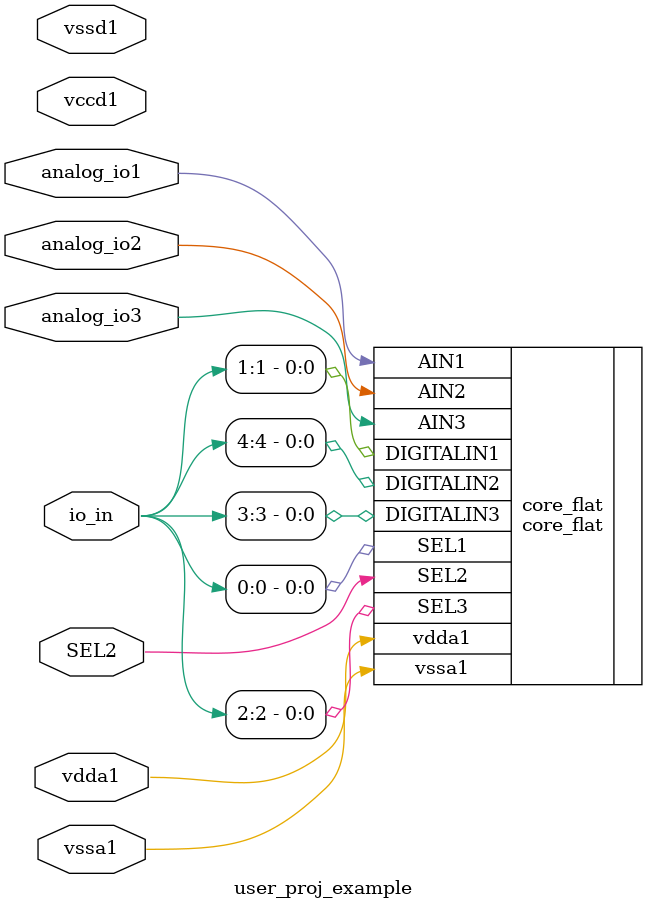
<source format=v>
module user_proj_example (SEL2,
    analog_io1,
    analog_io2,
    analog_io3,
    vccd1,
    vssd1,
    vdda1,
    vssa1,
    io_in);
 inout SEL2;
 input analog_io1;
 input analog_io2;
 input analog_io3;
 input vccd1;
 input vssd1;
 input vdda1;
 input vssa1;
 input [4:0] io_in;


 core_flat core_flat (.SEL1(io_in[0]),
    .DIGITALIN1(io_in[1]),
    .AIN1(analog_io1),
    .SEL3(io_in[2]),
    .DIGITALIN3(io_in[3]),
    .AIN3(analog_io3),
    .SEL2(SEL2),
    .DIGITALIN2(io_in[4]),
    .AIN2(analog_io2),
    .vssa1(vssa1),
    .vdda1(vdda1));
 sky130_fd_sc_hd__decap_3 PHY_0 (.VGND(vssd1),
    .VNB(vssd1),
    .VPB(vccd1),
    .VPWR(vccd1));
 sky130_fd_sc_hd__decap_3 PHY_1 (.VGND(vssd1),
    .VNB(vssd1),
    .VPB(vccd1),
    .VPWR(vccd1));
 sky130_fd_sc_hd__decap_3 PHY_2 (.VGND(vssd1),
    .VNB(vssd1),
    .VPB(vccd1),
    .VPWR(vccd1));
 sky130_fd_sc_hd__decap_3 PHY_3 (.VGND(vssd1),
    .VNB(vssd1),
    .VPB(vccd1),
    .VPWR(vccd1));
 sky130_fd_sc_hd__decap_3 PHY_4 (.VGND(vssd1),
    .VNB(vssd1),
    .VPB(vccd1),
    .VPWR(vccd1));
 sky130_fd_sc_hd__decap_3 PHY_5 (.VGND(vssd1),
    .VNB(vssd1),
    .VPB(vccd1),
    .VPWR(vccd1));
 sky130_fd_sc_hd__decap_3 PHY_6 (.VGND(vssd1),
    .VNB(vssd1),
    .VPB(vccd1),
    .VPWR(vccd1));
 sky130_fd_sc_hd__decap_3 PHY_7 (.VGND(vssd1),
    .VNB(vssd1),
    .VPB(vccd1),
    .VPWR(vccd1));
 sky130_fd_sc_hd__decap_3 PHY_8 (.VGND(vssd1),
    .VNB(vssd1),
    .VPB(vccd1),
    .VPWR(vccd1));
 sky130_fd_sc_hd__decap_3 PHY_9 (.VGND(vssd1),
    .VNB(vssd1),
    .VPB(vccd1),
    .VPWR(vccd1));
 sky130_fd_sc_hd__decap_3 PHY_10 (.VGND(vssd1),
    .VNB(vssd1),
    .VPB(vccd1),
    .VPWR(vccd1));
 sky130_fd_sc_hd__decap_3 PHY_11 (.VGND(vssd1),
    .VNB(vssd1),
    .VPB(vccd1),
    .VPWR(vccd1));
 sky130_fd_sc_hd__decap_3 PHY_12 (.VGND(vssd1),
    .VNB(vssd1),
    .VPB(vccd1),
    .VPWR(vccd1));
 sky130_fd_sc_hd__decap_3 PHY_13 (.VGND(vssd1),
    .VNB(vssd1),
    .VPB(vccd1),
    .VPWR(vccd1));
 sky130_fd_sc_hd__decap_3 PHY_14 (.VGND(vssd1),
    .VNB(vssd1),
    .VPB(vccd1),
    .VPWR(vccd1));
 sky130_fd_sc_hd__decap_3 PHY_15 (.VGND(vssd1),
    .VNB(vssd1),
    .VPB(vccd1),
    .VPWR(vccd1));
 sky130_fd_sc_hd__decap_3 PHY_16 (.VGND(vssd1),
    .VNB(vssd1),
    .VPB(vccd1),
    .VPWR(vccd1));
 sky130_fd_sc_hd__decap_3 PHY_17 (.VGND(vssd1),
    .VNB(vssd1),
    .VPB(vccd1),
    .VPWR(vccd1));
 sky130_fd_sc_hd__decap_3 PHY_18 (.VGND(vssd1),
    .VNB(vssd1),
    .VPB(vccd1),
    .VPWR(vccd1));
 sky130_fd_sc_hd__decap_3 PHY_19 (.VGND(vssd1),
    .VNB(vssd1),
    .VPB(vccd1),
    .VPWR(vccd1));
 sky130_fd_sc_hd__decap_3 PHY_20 (.VGND(vssd1),
    .VNB(vssd1),
    .VPB(vccd1),
    .VPWR(vccd1));
 sky130_fd_sc_hd__decap_3 PHY_21 (.VGND(vssd1),
    .VNB(vssd1),
    .VPB(vccd1),
    .VPWR(vccd1));
 sky130_fd_sc_hd__decap_3 PHY_22 (.VGND(vssd1),
    .VNB(vssd1),
    .VPB(vccd1),
    .VPWR(vccd1));
 sky130_fd_sc_hd__decap_3 PHY_23 (.VGND(vssd1),
    .VNB(vssd1),
    .VPB(vccd1),
    .VPWR(vccd1));
 sky130_fd_sc_hd__decap_3 PHY_24 (.VGND(vssd1),
    .VNB(vssd1),
    .VPB(vccd1),
    .VPWR(vccd1));
 sky130_fd_sc_hd__decap_3 PHY_25 (.VGND(vssd1),
    .VNB(vssd1),
    .VPB(vccd1),
    .VPWR(vccd1));
 sky130_fd_sc_hd__decap_3 PHY_26 (.VGND(vssd1),
    .VNB(vssd1),
    .VPB(vccd1),
    .VPWR(vccd1));
 sky130_fd_sc_hd__decap_3 PHY_27 (.VGND(vssd1),
    .VNB(vssd1),
    .VPB(vccd1),
    .VPWR(vccd1));
 sky130_fd_sc_hd__decap_3 PHY_28 (.VGND(vssd1),
    .VNB(vssd1),
    .VPB(vccd1),
    .VPWR(vccd1));
 sky130_fd_sc_hd__decap_3 PHY_29 (.VGND(vssd1),
    .VNB(vssd1),
    .VPB(vccd1),
    .VPWR(vccd1));
 sky130_fd_sc_hd__decap_3 PHY_30 (.VGND(vssd1),
    .VNB(vssd1),
    .VPB(vccd1),
    .VPWR(vccd1));
 sky130_fd_sc_hd__decap_3 PHY_31 (.VGND(vssd1),
    .VNB(vssd1),
    .VPB(vccd1),
    .VPWR(vccd1));
 sky130_fd_sc_hd__decap_3 PHY_32 (.VGND(vssd1),
    .VNB(vssd1),
    .VPB(vccd1),
    .VPWR(vccd1));
 sky130_fd_sc_hd__decap_3 PHY_33 (.VGND(vssd1),
    .VNB(vssd1),
    .VPB(vccd1),
    .VPWR(vccd1));
 sky130_fd_sc_hd__decap_3 PHY_34 (.VGND(vssd1),
    .VNB(vssd1),
    .VPB(vccd1),
    .VPWR(vccd1));
 sky130_fd_sc_hd__decap_3 PHY_35 (.VGND(vssd1),
    .VNB(vssd1),
    .VPB(vccd1),
    .VPWR(vccd1));
 sky130_fd_sc_hd__decap_3 PHY_36 (.VGND(vssd1),
    .VNB(vssd1),
    .VPB(vccd1),
    .VPWR(vccd1));
 sky130_fd_sc_hd__decap_3 PHY_37 (.VGND(vssd1),
    .VNB(vssd1),
    .VPB(vccd1),
    .VPWR(vccd1));
 sky130_fd_sc_hd__decap_3 PHY_38 (.VGND(vssd1),
    .VNB(vssd1),
    .VPB(vccd1),
    .VPWR(vccd1));
 sky130_fd_sc_hd__decap_3 PHY_39 (.VGND(vssd1),
    .VNB(vssd1),
    .VPB(vccd1),
    .VPWR(vccd1));
 sky130_fd_sc_hd__decap_3 PHY_40 (.VGND(vssd1),
    .VNB(vssd1),
    .VPB(vccd1),
    .VPWR(vccd1));
 sky130_fd_sc_hd__decap_3 PHY_41 (.VGND(vssd1),
    .VNB(vssd1),
    .VPB(vccd1),
    .VPWR(vccd1));
 sky130_fd_sc_hd__decap_3 PHY_42 (.VGND(vssd1),
    .VNB(vssd1),
    .VPB(vccd1),
    .VPWR(vccd1));
 sky130_fd_sc_hd__decap_3 PHY_43 (.VGND(vssd1),
    .VNB(vssd1),
    .VPB(vccd1),
    .VPWR(vccd1));
 sky130_fd_sc_hd__decap_3 PHY_44 (.VGND(vssd1),
    .VNB(vssd1),
    .VPB(vccd1),
    .VPWR(vccd1));
 sky130_fd_sc_hd__decap_3 PHY_45 (.VGND(vssd1),
    .VNB(vssd1),
    .VPB(vccd1),
    .VPWR(vccd1));
 sky130_fd_sc_hd__decap_3 PHY_46 (.VGND(vssd1),
    .VNB(vssd1),
    .VPB(vccd1),
    .VPWR(vccd1));
 sky130_fd_sc_hd__decap_3 PHY_47 (.VGND(vssd1),
    .VNB(vssd1),
    .VPB(vccd1),
    .VPWR(vccd1));
 sky130_fd_sc_hd__decap_3 PHY_48 (.VGND(vssd1),
    .VNB(vssd1),
    .VPB(vccd1),
    .VPWR(vccd1));
 sky130_fd_sc_hd__decap_3 PHY_49 (.VGND(vssd1),
    .VNB(vssd1),
    .VPB(vccd1),
    .VPWR(vccd1));
 sky130_fd_sc_hd__decap_3 PHY_50 (.VGND(vssd1),
    .VNB(vssd1),
    .VPB(vccd1),
    .VPWR(vccd1));
 sky130_fd_sc_hd__decap_3 PHY_51 (.VGND(vssd1),
    .VNB(vssd1),
    .VPB(vccd1),
    .VPWR(vccd1));
 sky130_fd_sc_hd__decap_3 PHY_52 (.VGND(vssd1),
    .VNB(vssd1),
    .VPB(vccd1),
    .VPWR(vccd1));
 sky130_fd_sc_hd__decap_3 PHY_53 (.VGND(vssd1),
    .VNB(vssd1),
    .VPB(vccd1),
    .VPWR(vccd1));
 sky130_fd_sc_hd__decap_3 PHY_54 (.VGND(vssd1),
    .VNB(vssd1),
    .VPB(vccd1),
    .VPWR(vccd1));
 sky130_fd_sc_hd__decap_3 PHY_55 (.VGND(vssd1),
    .VNB(vssd1),
    .VPB(vccd1),
    .VPWR(vccd1));
 sky130_fd_sc_hd__decap_3 PHY_56 (.VGND(vssd1),
    .VNB(vssd1),
    .VPB(vccd1),
    .VPWR(vccd1));
 sky130_fd_sc_hd__decap_3 PHY_57 (.VGND(vssd1),
    .VNB(vssd1),
    .VPB(vccd1),
    .VPWR(vccd1));
 sky130_fd_sc_hd__decap_3 PHY_58 (.VGND(vssd1),
    .VNB(vssd1),
    .VPB(vccd1),
    .VPWR(vccd1));
 sky130_fd_sc_hd__decap_3 PHY_59 (.VGND(vssd1),
    .VNB(vssd1),
    .VPB(vccd1),
    .VPWR(vccd1));
 sky130_fd_sc_hd__decap_3 PHY_60 (.VGND(vssd1),
    .VNB(vssd1),
    .VPB(vccd1),
    .VPWR(vccd1));
 sky130_fd_sc_hd__decap_3 PHY_61 (.VGND(vssd1),
    .VNB(vssd1),
    .VPB(vccd1),
    .VPWR(vccd1));
 sky130_fd_sc_hd__decap_3 PHY_62 (.VGND(vssd1),
    .VNB(vssd1),
    .VPB(vccd1),
    .VPWR(vccd1));
 sky130_fd_sc_hd__decap_3 PHY_63 (.VGND(vssd1),
    .VNB(vssd1),
    .VPB(vccd1),
    .VPWR(vccd1));
 sky130_fd_sc_hd__decap_3 PHY_64 (.VGND(vssd1),
    .VNB(vssd1),
    .VPB(vccd1),
    .VPWR(vccd1));
 sky130_fd_sc_hd__decap_3 PHY_65 (.VGND(vssd1),
    .VNB(vssd1),
    .VPB(vccd1),
    .VPWR(vccd1));
 sky130_fd_sc_hd__decap_3 PHY_66 (.VGND(vssd1),
    .VNB(vssd1),
    .VPB(vccd1),
    .VPWR(vccd1));
 sky130_fd_sc_hd__decap_3 PHY_67 (.VGND(vssd1),
    .VNB(vssd1),
    .VPB(vccd1),
    .VPWR(vccd1));
 sky130_fd_sc_hd__decap_3 PHY_68 (.VGND(vssd1),
    .VNB(vssd1),
    .VPB(vccd1),
    .VPWR(vccd1));
 sky130_fd_sc_hd__decap_3 PHY_69 (.VGND(vssd1),
    .VNB(vssd1),
    .VPB(vccd1),
    .VPWR(vccd1));
 sky130_fd_sc_hd__decap_3 PHY_70 (.VGND(vssd1),
    .VNB(vssd1),
    .VPB(vccd1),
    .VPWR(vccd1));
 sky130_fd_sc_hd__decap_3 PHY_71 (.VGND(vssd1),
    .VNB(vssd1),
    .VPB(vccd1),
    .VPWR(vccd1));
 sky130_fd_sc_hd__decap_3 PHY_72 (.VGND(vssd1),
    .VNB(vssd1),
    .VPB(vccd1),
    .VPWR(vccd1));
 sky130_fd_sc_hd__decap_3 PHY_73 (.VGND(vssd1),
    .VNB(vssd1),
    .VPB(vccd1),
    .VPWR(vccd1));
 sky130_fd_sc_hd__decap_3 PHY_74 (.VGND(vssd1),
    .VNB(vssd1),
    .VPB(vccd1),
    .VPWR(vccd1));
 sky130_fd_sc_hd__decap_3 PHY_75 (.VGND(vssd1),
    .VNB(vssd1),
    .VPB(vccd1),
    .VPWR(vccd1));
 sky130_fd_sc_hd__decap_3 PHY_76 (.VGND(vssd1),
    .VNB(vssd1),
    .VPB(vccd1),
    .VPWR(vccd1));
 sky130_fd_sc_hd__decap_3 PHY_77 (.VGND(vssd1),
    .VNB(vssd1),
    .VPB(vccd1),
    .VPWR(vccd1));
 sky130_fd_sc_hd__decap_3 PHY_78 (.VGND(vssd1),
    .VNB(vssd1),
    .VPB(vccd1),
    .VPWR(vccd1));
 sky130_fd_sc_hd__decap_3 PHY_79 (.VGND(vssd1),
    .VNB(vssd1),
    .VPB(vccd1),
    .VPWR(vccd1));
 sky130_fd_sc_hd__decap_3 PHY_80 (.VGND(vssd1),
    .VNB(vssd1),
    .VPB(vccd1),
    .VPWR(vccd1));
 sky130_fd_sc_hd__decap_3 PHY_81 (.VGND(vssd1),
    .VNB(vssd1),
    .VPB(vccd1),
    .VPWR(vccd1));
 sky130_fd_sc_hd__decap_3 PHY_82 (.VGND(vssd1),
    .VNB(vssd1),
    .VPB(vccd1),
    .VPWR(vccd1));
 sky130_fd_sc_hd__decap_3 PHY_83 (.VGND(vssd1),
    .VNB(vssd1),
    .VPB(vccd1),
    .VPWR(vccd1));
 sky130_fd_sc_hd__decap_3 PHY_84 (.VGND(vssd1),
    .VNB(vssd1),
    .VPB(vccd1),
    .VPWR(vccd1));
 sky130_fd_sc_hd__decap_3 PHY_85 (.VGND(vssd1),
    .VNB(vssd1),
    .VPB(vccd1),
    .VPWR(vccd1));
 sky130_fd_sc_hd__decap_3 PHY_86 (.VGND(vssd1),
    .VNB(vssd1),
    .VPB(vccd1),
    .VPWR(vccd1));
 sky130_fd_sc_hd__decap_3 PHY_87 (.VGND(vssd1),
    .VNB(vssd1),
    .VPB(vccd1),
    .VPWR(vccd1));
 sky130_fd_sc_hd__decap_3 PHY_88 (.VGND(vssd1),
    .VNB(vssd1),
    .VPB(vccd1),
    .VPWR(vccd1));
 sky130_fd_sc_hd__decap_3 PHY_89 (.VGND(vssd1),
    .VNB(vssd1),
    .VPB(vccd1),
    .VPWR(vccd1));
 sky130_fd_sc_hd__decap_3 PHY_90 (.VGND(vssd1),
    .VNB(vssd1),
    .VPB(vccd1),
    .VPWR(vccd1));
 sky130_fd_sc_hd__decap_3 PHY_91 (.VGND(vssd1),
    .VNB(vssd1),
    .VPB(vccd1),
    .VPWR(vccd1));
 sky130_fd_sc_hd__decap_3 PHY_92 (.VGND(vssd1),
    .VNB(vssd1),
    .VPB(vccd1),
    .VPWR(vccd1));
 sky130_fd_sc_hd__decap_3 PHY_93 (.VGND(vssd1),
    .VNB(vssd1),
    .VPB(vccd1),
    .VPWR(vccd1));
 sky130_fd_sc_hd__decap_3 PHY_94 (.VGND(vssd1),
    .VNB(vssd1),
    .VPB(vccd1),
    .VPWR(vccd1));
 sky130_fd_sc_hd__decap_3 PHY_95 (.VGND(vssd1),
    .VNB(vssd1),
    .VPB(vccd1),
    .VPWR(vccd1));
 sky130_fd_sc_hd__decap_3 PHY_96 (.VGND(vssd1),
    .VNB(vssd1),
    .VPB(vccd1),
    .VPWR(vccd1));
 sky130_fd_sc_hd__decap_3 PHY_97 (.VGND(vssd1),
    .VNB(vssd1),
    .VPB(vccd1),
    .VPWR(vccd1));
 sky130_fd_sc_hd__decap_3 PHY_98 (.VGND(vssd1),
    .VNB(vssd1),
    .VPB(vccd1),
    .VPWR(vccd1));
 sky130_fd_sc_hd__decap_3 PHY_99 (.VGND(vssd1),
    .VNB(vssd1),
    .VPB(vccd1),
    .VPWR(vccd1));
 sky130_fd_sc_hd__decap_3 PHY_100 (.VGND(vssd1),
    .VNB(vssd1),
    .VPB(vccd1),
    .VPWR(vccd1));
 sky130_fd_sc_hd__decap_3 PHY_101 (.VGND(vssd1),
    .VNB(vssd1),
    .VPB(vccd1),
    .VPWR(vccd1));
 sky130_fd_sc_hd__decap_3 PHY_102 (.VGND(vssd1),
    .VNB(vssd1),
    .VPB(vccd1),
    .VPWR(vccd1));
 sky130_fd_sc_hd__decap_3 PHY_103 (.VGND(vssd1),
    .VNB(vssd1),
    .VPB(vccd1),
    .VPWR(vccd1));
 sky130_fd_sc_hd__decap_3 PHY_104 (.VGND(vssd1),
    .VNB(vssd1),
    .VPB(vccd1),
    .VPWR(vccd1));
 sky130_fd_sc_hd__decap_3 PHY_105 (.VGND(vssd1),
    .VNB(vssd1),
    .VPB(vccd1),
    .VPWR(vccd1));
 sky130_fd_sc_hd__decap_3 PHY_106 (.VGND(vssd1),
    .VNB(vssd1),
    .VPB(vccd1),
    .VPWR(vccd1));
 sky130_fd_sc_hd__decap_3 PHY_107 (.VGND(vssd1),
    .VNB(vssd1),
    .VPB(vccd1),
    .VPWR(vccd1));
 sky130_fd_sc_hd__decap_3 PHY_108 (.VGND(vssd1),
    .VNB(vssd1),
    .VPB(vccd1),
    .VPWR(vccd1));
 sky130_fd_sc_hd__decap_3 PHY_109 (.VGND(vssd1),
    .VNB(vssd1),
    .VPB(vccd1),
    .VPWR(vccd1));
 sky130_fd_sc_hd__decap_3 PHY_110 (.VGND(vssd1),
    .VNB(vssd1),
    .VPB(vccd1),
    .VPWR(vccd1));
 sky130_fd_sc_hd__decap_3 PHY_111 (.VGND(vssd1),
    .VNB(vssd1),
    .VPB(vccd1),
    .VPWR(vccd1));
 sky130_fd_sc_hd__decap_3 PHY_112 (.VGND(vssd1),
    .VNB(vssd1),
    .VPB(vccd1),
    .VPWR(vccd1));
 sky130_fd_sc_hd__decap_3 PHY_113 (.VGND(vssd1),
    .VNB(vssd1),
    .VPB(vccd1),
    .VPWR(vccd1));
 sky130_fd_sc_hd__decap_3 PHY_114 (.VGND(vssd1),
    .VNB(vssd1),
    .VPB(vccd1),
    .VPWR(vccd1));
 sky130_fd_sc_hd__decap_3 PHY_115 (.VGND(vssd1),
    .VNB(vssd1),
    .VPB(vccd1),
    .VPWR(vccd1));
 sky130_fd_sc_hd__decap_3 PHY_116 (.VGND(vssd1),
    .VNB(vssd1),
    .VPB(vccd1),
    .VPWR(vccd1));
 sky130_fd_sc_hd__decap_3 PHY_117 (.VGND(vssd1),
    .VNB(vssd1),
    .VPB(vccd1),
    .VPWR(vccd1));
 sky130_fd_sc_hd__decap_3 PHY_118 (.VGND(vssd1),
    .VNB(vssd1),
    .VPB(vccd1),
    .VPWR(vccd1));
 sky130_fd_sc_hd__decap_3 PHY_119 (.VGND(vssd1),
    .VNB(vssd1),
    .VPB(vccd1),
    .VPWR(vccd1));
 sky130_fd_sc_hd__decap_3 PHY_120 (.VGND(vssd1),
    .VNB(vssd1),
    .VPB(vccd1),
    .VPWR(vccd1));
 sky130_fd_sc_hd__decap_3 PHY_121 (.VGND(vssd1),
    .VNB(vssd1),
    .VPB(vccd1),
    .VPWR(vccd1));
 sky130_fd_sc_hd__decap_3 PHY_122 (.VGND(vssd1),
    .VNB(vssd1),
    .VPB(vccd1),
    .VPWR(vccd1));
 sky130_fd_sc_hd__decap_3 PHY_123 (.VGND(vssd1),
    .VNB(vssd1),
    .VPB(vccd1),
    .VPWR(vccd1));
 sky130_fd_sc_hd__decap_3 PHY_124 (.VGND(vssd1),
    .VNB(vssd1),
    .VPB(vccd1),
    .VPWR(vccd1));
 sky130_fd_sc_hd__decap_3 PHY_125 (.VGND(vssd1),
    .VNB(vssd1),
    .VPB(vccd1),
    .VPWR(vccd1));
 sky130_fd_sc_hd__decap_3 PHY_126 (.VGND(vssd1),
    .VNB(vssd1),
    .VPB(vccd1),
    .VPWR(vccd1));
 sky130_fd_sc_hd__decap_3 PHY_127 (.VGND(vssd1),
    .VNB(vssd1),
    .VPB(vccd1),
    .VPWR(vccd1));
 sky130_fd_sc_hd__decap_3 PHY_128 (.VGND(vssd1),
    .VNB(vssd1),
    .VPB(vccd1),
    .VPWR(vccd1));
 sky130_fd_sc_hd__decap_3 PHY_129 (.VGND(vssd1),
    .VNB(vssd1),
    .VPB(vccd1),
    .VPWR(vccd1));
 sky130_fd_sc_hd__decap_3 PHY_130 (.VGND(vssd1),
    .VNB(vssd1),
    .VPB(vccd1),
    .VPWR(vccd1));
 sky130_fd_sc_hd__decap_3 PHY_131 (.VGND(vssd1),
    .VNB(vssd1),
    .VPB(vccd1),
    .VPWR(vccd1));
 sky130_fd_sc_hd__decap_3 PHY_132 (.VGND(vssd1),
    .VNB(vssd1),
    .VPB(vccd1),
    .VPWR(vccd1));
 sky130_fd_sc_hd__decap_3 PHY_133 (.VGND(vssd1),
    .VNB(vssd1),
    .VPB(vccd1),
    .VPWR(vccd1));
 sky130_fd_sc_hd__decap_3 PHY_134 (.VGND(vssd1),
    .VNB(vssd1),
    .VPB(vccd1),
    .VPWR(vccd1));
 sky130_fd_sc_hd__decap_3 PHY_135 (.VGND(vssd1),
    .VNB(vssd1),
    .VPB(vccd1),
    .VPWR(vccd1));
 sky130_fd_sc_hd__decap_3 PHY_136 (.VGND(vssd1),
    .VNB(vssd1),
    .VPB(vccd1),
    .VPWR(vccd1));
 sky130_fd_sc_hd__decap_3 PHY_137 (.VGND(vssd1),
    .VNB(vssd1),
    .VPB(vccd1),
    .VPWR(vccd1));
 sky130_fd_sc_hd__decap_3 PHY_138 (.VGND(vssd1),
    .VNB(vssd1),
    .VPB(vccd1),
    .VPWR(vccd1));
 sky130_fd_sc_hd__decap_3 PHY_139 (.VGND(vssd1),
    .VNB(vssd1),
    .VPB(vccd1),
    .VPWR(vccd1));
 sky130_fd_sc_hd__decap_3 PHY_140 (.VGND(vssd1),
    .VNB(vssd1),
    .VPB(vccd1),
    .VPWR(vccd1));
 sky130_fd_sc_hd__decap_3 PHY_141 (.VGND(vssd1),
    .VNB(vssd1),
    .VPB(vccd1),
    .VPWR(vccd1));
 sky130_fd_sc_hd__decap_3 PHY_142 (.VGND(vssd1),
    .VNB(vssd1),
    .VPB(vccd1),
    .VPWR(vccd1));
 sky130_fd_sc_hd__decap_3 PHY_143 (.VGND(vssd1),
    .VNB(vssd1),
    .VPB(vccd1),
    .VPWR(vccd1));
 sky130_fd_sc_hd__decap_3 PHY_144 (.VGND(vssd1),
    .VNB(vssd1),
    .VPB(vccd1),
    .VPWR(vccd1));
 sky130_fd_sc_hd__decap_3 PHY_145 (.VGND(vssd1),
    .VNB(vssd1),
    .VPB(vccd1),
    .VPWR(vccd1));
 sky130_fd_sc_hd__decap_3 PHY_146 (.VGND(vssd1),
    .VNB(vssd1),
    .VPB(vccd1),
    .VPWR(vccd1));
 sky130_fd_sc_hd__decap_3 PHY_147 (.VGND(vssd1),
    .VNB(vssd1),
    .VPB(vccd1),
    .VPWR(vccd1));
 sky130_fd_sc_hd__decap_3 PHY_148 (.VGND(vssd1),
    .VNB(vssd1),
    .VPB(vccd1),
    .VPWR(vccd1));
 sky130_fd_sc_hd__decap_3 PHY_149 (.VGND(vssd1),
    .VNB(vssd1),
    .VPB(vccd1),
    .VPWR(vccd1));
 sky130_fd_sc_hd__decap_3 PHY_150 (.VGND(vssd1),
    .VNB(vssd1),
    .VPB(vccd1),
    .VPWR(vccd1));
 sky130_fd_sc_hd__decap_3 PHY_151 (.VGND(vssd1),
    .VNB(vssd1),
    .VPB(vccd1),
    .VPWR(vccd1));
 sky130_fd_sc_hd__decap_3 PHY_152 (.VGND(vssd1),
    .VNB(vssd1),
    .VPB(vccd1),
    .VPWR(vccd1));
 sky130_fd_sc_hd__decap_3 PHY_153 (.VGND(vssd1),
    .VNB(vssd1),
    .VPB(vccd1),
    .VPWR(vccd1));
 sky130_fd_sc_hd__decap_3 PHY_154 (.VGND(vssd1),
    .VNB(vssd1),
    .VPB(vccd1),
    .VPWR(vccd1));
 sky130_fd_sc_hd__decap_3 PHY_155 (.VGND(vssd1),
    .VNB(vssd1),
    .VPB(vccd1),
    .VPWR(vccd1));
 sky130_fd_sc_hd__decap_3 PHY_156 (.VGND(vssd1),
    .VNB(vssd1),
    .VPB(vccd1),
    .VPWR(vccd1));
 sky130_fd_sc_hd__decap_3 PHY_157 (.VGND(vssd1),
    .VNB(vssd1),
    .VPB(vccd1),
    .VPWR(vccd1));
 sky130_fd_sc_hd__decap_3 PHY_158 (.VGND(vssd1),
    .VNB(vssd1),
    .VPB(vccd1),
    .VPWR(vccd1));
 sky130_fd_sc_hd__decap_3 PHY_159 (.VGND(vssd1),
    .VNB(vssd1),
    .VPB(vccd1),
    .VPWR(vccd1));
 sky130_fd_sc_hd__decap_3 PHY_160 (.VGND(vssd1),
    .VNB(vssd1),
    .VPB(vccd1),
    .VPWR(vccd1));
 sky130_fd_sc_hd__decap_3 PHY_161 (.VGND(vssd1),
    .VNB(vssd1),
    .VPB(vccd1),
    .VPWR(vccd1));
 sky130_fd_sc_hd__decap_3 PHY_162 (.VGND(vssd1),
    .VNB(vssd1),
    .VPB(vccd1),
    .VPWR(vccd1));
 sky130_fd_sc_hd__decap_3 PHY_163 (.VGND(vssd1),
    .VNB(vssd1),
    .VPB(vccd1),
    .VPWR(vccd1));
 sky130_fd_sc_hd__decap_3 PHY_164 (.VGND(vssd1),
    .VNB(vssd1),
    .VPB(vccd1),
    .VPWR(vccd1));
 sky130_fd_sc_hd__decap_3 PHY_165 (.VGND(vssd1),
    .VNB(vssd1),
    .VPB(vccd1),
    .VPWR(vccd1));
 sky130_fd_sc_hd__decap_3 PHY_166 (.VGND(vssd1),
    .VNB(vssd1),
    .VPB(vccd1),
    .VPWR(vccd1));
 sky130_fd_sc_hd__decap_3 PHY_167 (.VGND(vssd1),
    .VNB(vssd1),
    .VPB(vccd1),
    .VPWR(vccd1));
 sky130_fd_sc_hd__decap_3 PHY_168 (.VGND(vssd1),
    .VNB(vssd1),
    .VPB(vccd1),
    .VPWR(vccd1));
 sky130_fd_sc_hd__decap_3 PHY_169 (.VGND(vssd1),
    .VNB(vssd1),
    .VPB(vccd1),
    .VPWR(vccd1));
 sky130_fd_sc_hd__decap_3 PHY_170 (.VGND(vssd1),
    .VNB(vssd1),
    .VPB(vccd1),
    .VPWR(vccd1));
 sky130_fd_sc_hd__decap_3 PHY_171 (.VGND(vssd1),
    .VNB(vssd1),
    .VPB(vccd1),
    .VPWR(vccd1));
 sky130_fd_sc_hd__decap_3 PHY_172 (.VGND(vssd1),
    .VNB(vssd1),
    .VPB(vccd1),
    .VPWR(vccd1));
 sky130_fd_sc_hd__decap_3 PHY_173 (.VGND(vssd1),
    .VNB(vssd1),
    .VPB(vccd1),
    .VPWR(vccd1));
 sky130_fd_sc_hd__decap_3 PHY_174 (.VGND(vssd1),
    .VNB(vssd1),
    .VPB(vccd1),
    .VPWR(vccd1));
 sky130_fd_sc_hd__decap_3 PHY_175 (.VGND(vssd1),
    .VNB(vssd1),
    .VPB(vccd1),
    .VPWR(vccd1));
 sky130_fd_sc_hd__decap_3 PHY_176 (.VGND(vssd1),
    .VNB(vssd1),
    .VPB(vccd1),
    .VPWR(vccd1));
 sky130_fd_sc_hd__decap_3 PHY_177 (.VGND(vssd1),
    .VNB(vssd1),
    .VPB(vccd1),
    .VPWR(vccd1));
 sky130_fd_sc_hd__decap_3 PHY_178 (.VGND(vssd1),
    .VNB(vssd1),
    .VPB(vccd1),
    .VPWR(vccd1));
 sky130_fd_sc_hd__decap_3 PHY_179 (.VGND(vssd1),
    .VNB(vssd1),
    .VPB(vccd1),
    .VPWR(vccd1));
 sky130_fd_sc_hd__decap_3 PHY_180 (.VGND(vssd1),
    .VNB(vssd1),
    .VPB(vccd1),
    .VPWR(vccd1));
 sky130_fd_sc_hd__decap_3 PHY_181 (.VGND(vssd1),
    .VNB(vssd1),
    .VPB(vccd1),
    .VPWR(vccd1));
 sky130_fd_sc_hd__decap_3 PHY_182 (.VGND(vssd1),
    .VNB(vssd1),
    .VPB(vccd1),
    .VPWR(vccd1));
 sky130_fd_sc_hd__decap_3 PHY_183 (.VGND(vssd1),
    .VNB(vssd1),
    .VPB(vccd1),
    .VPWR(vccd1));
 sky130_fd_sc_hd__decap_3 PHY_184 (.VGND(vssd1),
    .VNB(vssd1),
    .VPB(vccd1),
    .VPWR(vccd1));
 sky130_fd_sc_hd__decap_3 PHY_185 (.VGND(vssd1),
    .VNB(vssd1),
    .VPB(vccd1),
    .VPWR(vccd1));
 sky130_fd_sc_hd__decap_3 PHY_186 (.VGND(vssd1),
    .VNB(vssd1),
    .VPB(vccd1),
    .VPWR(vccd1));
 sky130_fd_sc_hd__decap_3 PHY_187 (.VGND(vssd1),
    .VNB(vssd1),
    .VPB(vccd1),
    .VPWR(vccd1));
 sky130_fd_sc_hd__decap_3 PHY_188 (.VGND(vssd1),
    .VNB(vssd1),
    .VPB(vccd1),
    .VPWR(vccd1));
 sky130_fd_sc_hd__decap_3 PHY_189 (.VGND(vssd1),
    .VNB(vssd1),
    .VPB(vccd1),
    .VPWR(vccd1));
 sky130_fd_sc_hd__decap_3 PHY_190 (.VGND(vssd1),
    .VNB(vssd1),
    .VPB(vccd1),
    .VPWR(vccd1));
 sky130_fd_sc_hd__decap_3 PHY_191 (.VGND(vssd1),
    .VNB(vssd1),
    .VPB(vccd1),
    .VPWR(vccd1));
 sky130_fd_sc_hd__decap_3 PHY_192 (.VGND(vssd1),
    .VNB(vssd1),
    .VPB(vccd1),
    .VPWR(vccd1));
 sky130_fd_sc_hd__decap_3 PHY_193 (.VGND(vssd1),
    .VNB(vssd1),
    .VPB(vccd1),
    .VPWR(vccd1));
 sky130_fd_sc_hd__decap_3 PHY_194 (.VGND(vssd1),
    .VNB(vssd1),
    .VPB(vccd1),
    .VPWR(vccd1));
 sky130_fd_sc_hd__decap_3 PHY_195 (.VGND(vssd1),
    .VNB(vssd1),
    .VPB(vccd1),
    .VPWR(vccd1));
 sky130_fd_sc_hd__decap_3 PHY_196 (.VGND(vssd1),
    .VNB(vssd1),
    .VPB(vccd1),
    .VPWR(vccd1));
 sky130_fd_sc_hd__decap_3 PHY_197 (.VGND(vssd1),
    .VNB(vssd1),
    .VPB(vccd1),
    .VPWR(vccd1));
 sky130_fd_sc_hd__decap_3 PHY_198 (.VGND(vssd1),
    .VNB(vssd1),
    .VPB(vccd1),
    .VPWR(vccd1));
 sky130_fd_sc_hd__decap_3 PHY_199 (.VGND(vssd1),
    .VNB(vssd1),
    .VPB(vccd1),
    .VPWR(vccd1));
 sky130_fd_sc_hd__decap_3 PHY_200 (.VGND(vssd1),
    .VNB(vssd1),
    .VPB(vccd1),
    .VPWR(vccd1));
 sky130_fd_sc_hd__decap_3 PHY_201 (.VGND(vssd1),
    .VNB(vssd1),
    .VPB(vccd1),
    .VPWR(vccd1));
 sky130_fd_sc_hd__decap_3 PHY_202 (.VGND(vssd1),
    .VNB(vssd1),
    .VPB(vccd1),
    .VPWR(vccd1));
 sky130_fd_sc_hd__decap_3 PHY_203 (.VGND(vssd1),
    .VNB(vssd1),
    .VPB(vccd1),
    .VPWR(vccd1));
 sky130_fd_sc_hd__decap_3 PHY_204 (.VGND(vssd1),
    .VNB(vssd1),
    .VPB(vccd1),
    .VPWR(vccd1));
 sky130_fd_sc_hd__decap_3 PHY_205 (.VGND(vssd1),
    .VNB(vssd1),
    .VPB(vccd1),
    .VPWR(vccd1));
 sky130_fd_sc_hd__decap_3 PHY_206 (.VGND(vssd1),
    .VNB(vssd1),
    .VPB(vccd1),
    .VPWR(vccd1));
 sky130_fd_sc_hd__decap_3 PHY_207 (.VGND(vssd1),
    .VNB(vssd1),
    .VPB(vccd1),
    .VPWR(vccd1));
 sky130_fd_sc_hd__decap_3 PHY_208 (.VGND(vssd1),
    .VNB(vssd1),
    .VPB(vccd1),
    .VPWR(vccd1));
 sky130_fd_sc_hd__decap_3 PHY_209 (.VGND(vssd1),
    .VNB(vssd1),
    .VPB(vccd1),
    .VPWR(vccd1));
 sky130_fd_sc_hd__decap_3 PHY_210 (.VGND(vssd1),
    .VNB(vssd1),
    .VPB(vccd1),
    .VPWR(vccd1));
 sky130_fd_sc_hd__decap_3 PHY_211 (.VGND(vssd1),
    .VNB(vssd1),
    .VPB(vccd1),
    .VPWR(vccd1));
 sky130_fd_sc_hd__decap_3 PHY_212 (.VGND(vssd1),
    .VNB(vssd1),
    .VPB(vccd1),
    .VPWR(vccd1));
 sky130_fd_sc_hd__decap_3 PHY_213 (.VGND(vssd1),
    .VNB(vssd1),
    .VPB(vccd1),
    .VPWR(vccd1));
 sky130_fd_sc_hd__decap_3 PHY_214 (.VGND(vssd1),
    .VNB(vssd1),
    .VPB(vccd1),
    .VPWR(vccd1));
 sky130_fd_sc_hd__decap_3 PHY_215 (.VGND(vssd1),
    .VNB(vssd1),
    .VPB(vccd1),
    .VPWR(vccd1));
 sky130_fd_sc_hd__decap_3 PHY_216 (.VGND(vssd1),
    .VNB(vssd1),
    .VPB(vccd1),
    .VPWR(vccd1));
 sky130_fd_sc_hd__decap_3 PHY_217 (.VGND(vssd1),
    .VNB(vssd1),
    .VPB(vccd1),
    .VPWR(vccd1));
 sky130_fd_sc_hd__decap_3 PHY_218 (.VGND(vssd1),
    .VNB(vssd1),
    .VPB(vccd1),
    .VPWR(vccd1));
 sky130_fd_sc_hd__decap_3 PHY_219 (.VGND(vssd1),
    .VNB(vssd1),
    .VPB(vccd1),
    .VPWR(vccd1));
 sky130_fd_sc_hd__decap_3 PHY_220 (.VGND(vssd1),
    .VNB(vssd1),
    .VPB(vccd1),
    .VPWR(vccd1));
 sky130_fd_sc_hd__decap_3 PHY_221 (.VGND(vssd1),
    .VNB(vssd1),
    .VPB(vccd1),
    .VPWR(vccd1));
 sky130_fd_sc_hd__decap_3 PHY_222 (.VGND(vssd1),
    .VNB(vssd1),
    .VPB(vccd1),
    .VPWR(vccd1));
 sky130_fd_sc_hd__decap_3 PHY_223 (.VGND(vssd1),
    .VNB(vssd1),
    .VPB(vccd1),
    .VPWR(vccd1));
 sky130_fd_sc_hd__decap_3 PHY_224 (.VGND(vssd1),
    .VNB(vssd1),
    .VPB(vccd1),
    .VPWR(vccd1));
 sky130_fd_sc_hd__decap_3 PHY_225 (.VGND(vssd1),
    .VNB(vssd1),
    .VPB(vccd1),
    .VPWR(vccd1));
 sky130_fd_sc_hd__decap_3 PHY_226 (.VGND(vssd1),
    .VNB(vssd1),
    .VPB(vccd1),
    .VPWR(vccd1));
 sky130_fd_sc_hd__decap_3 PHY_227 (.VGND(vssd1),
    .VNB(vssd1),
    .VPB(vccd1),
    .VPWR(vccd1));
 sky130_fd_sc_hd__decap_3 PHY_228 (.VGND(vssd1),
    .VNB(vssd1),
    .VPB(vccd1),
    .VPWR(vccd1));
 sky130_fd_sc_hd__decap_3 PHY_229 (.VGND(vssd1),
    .VNB(vssd1),
    .VPB(vccd1),
    .VPWR(vccd1));
 sky130_fd_sc_hd__decap_3 PHY_230 (.VGND(vssd1),
    .VNB(vssd1),
    .VPB(vccd1),
    .VPWR(vccd1));
 sky130_fd_sc_hd__decap_3 PHY_231 (.VGND(vssd1),
    .VNB(vssd1),
    .VPB(vccd1),
    .VPWR(vccd1));
 sky130_fd_sc_hd__decap_3 PHY_232 (.VGND(vssd1),
    .VNB(vssd1),
    .VPB(vccd1),
    .VPWR(vccd1));
 sky130_fd_sc_hd__decap_3 PHY_233 (.VGND(vssd1),
    .VNB(vssd1),
    .VPB(vccd1),
    .VPWR(vccd1));
 sky130_fd_sc_hd__decap_3 PHY_234 (.VGND(vssd1),
    .VNB(vssd1),
    .VPB(vccd1),
    .VPWR(vccd1));
 sky130_fd_sc_hd__decap_3 PHY_235 (.VGND(vssd1),
    .VNB(vssd1),
    .VPB(vccd1),
    .VPWR(vccd1));
 sky130_fd_sc_hd__decap_3 PHY_236 (.VGND(vssd1),
    .VNB(vssd1),
    .VPB(vccd1),
    .VPWR(vccd1));
 sky130_fd_sc_hd__decap_3 PHY_237 (.VGND(vssd1),
    .VNB(vssd1),
    .VPB(vccd1),
    .VPWR(vccd1));
 sky130_fd_sc_hd__decap_3 PHY_238 (.VGND(vssd1),
    .VNB(vssd1),
    .VPB(vccd1),
    .VPWR(vccd1));
 sky130_fd_sc_hd__decap_3 PHY_239 (.VGND(vssd1),
    .VNB(vssd1),
    .VPB(vccd1),
    .VPWR(vccd1));
 sky130_fd_sc_hd__decap_3 PHY_240 (.VGND(vssd1),
    .VNB(vssd1),
    .VPB(vccd1),
    .VPWR(vccd1));
 sky130_fd_sc_hd__decap_3 PHY_241 (.VGND(vssd1),
    .VNB(vssd1),
    .VPB(vccd1),
    .VPWR(vccd1));
 sky130_fd_sc_hd__decap_3 PHY_242 (.VGND(vssd1),
    .VNB(vssd1),
    .VPB(vccd1),
    .VPWR(vccd1));
 sky130_fd_sc_hd__decap_3 PHY_243 (.VGND(vssd1),
    .VNB(vssd1),
    .VPB(vccd1),
    .VPWR(vccd1));
 sky130_fd_sc_hd__decap_3 PHY_244 (.VGND(vssd1),
    .VNB(vssd1),
    .VPB(vccd1),
    .VPWR(vccd1));
 sky130_fd_sc_hd__decap_3 PHY_245 (.VGND(vssd1),
    .VNB(vssd1),
    .VPB(vccd1),
    .VPWR(vccd1));
 sky130_fd_sc_hd__decap_3 PHY_246 (.VGND(vssd1),
    .VNB(vssd1),
    .VPB(vccd1),
    .VPWR(vccd1));
 sky130_fd_sc_hd__decap_3 PHY_247 (.VGND(vssd1),
    .VNB(vssd1),
    .VPB(vccd1),
    .VPWR(vccd1));
 sky130_fd_sc_hd__decap_3 PHY_248 (.VGND(vssd1),
    .VNB(vssd1),
    .VPB(vccd1),
    .VPWR(vccd1));
 sky130_fd_sc_hd__decap_3 PHY_249 (.VGND(vssd1),
    .VNB(vssd1),
    .VPB(vccd1),
    .VPWR(vccd1));
 sky130_fd_sc_hd__decap_3 PHY_250 (.VGND(vssd1),
    .VNB(vssd1),
    .VPB(vccd1),
    .VPWR(vccd1));
 sky130_fd_sc_hd__decap_3 PHY_251 (.VGND(vssd1),
    .VNB(vssd1),
    .VPB(vccd1),
    .VPWR(vccd1));
 sky130_fd_sc_hd__decap_3 PHY_252 (.VGND(vssd1),
    .VNB(vssd1),
    .VPB(vccd1),
    .VPWR(vccd1));
 sky130_fd_sc_hd__decap_3 PHY_253 (.VGND(vssd1),
    .VNB(vssd1),
    .VPB(vccd1),
    .VPWR(vccd1));
 sky130_fd_sc_hd__decap_3 PHY_254 (.VGND(vssd1),
    .VNB(vssd1),
    .VPB(vccd1),
    .VPWR(vccd1));
 sky130_fd_sc_hd__decap_3 PHY_255 (.VGND(vssd1),
    .VNB(vssd1),
    .VPB(vccd1),
    .VPWR(vccd1));
 sky130_fd_sc_hd__decap_3 PHY_256 (.VGND(vssd1),
    .VNB(vssd1),
    .VPB(vccd1),
    .VPWR(vccd1));
 sky130_fd_sc_hd__decap_3 PHY_257 (.VGND(vssd1),
    .VNB(vssd1),
    .VPB(vccd1),
    .VPWR(vccd1));
 sky130_fd_sc_hd__decap_3 PHY_258 (.VGND(vssd1),
    .VNB(vssd1),
    .VPB(vccd1),
    .VPWR(vccd1));
 sky130_fd_sc_hd__decap_3 PHY_259 (.VGND(vssd1),
    .VNB(vssd1),
    .VPB(vccd1),
    .VPWR(vccd1));
 sky130_fd_sc_hd__decap_3 PHY_260 (.VGND(vssd1),
    .VNB(vssd1),
    .VPB(vccd1),
    .VPWR(vccd1));
 sky130_fd_sc_hd__decap_3 PHY_261 (.VGND(vssd1),
    .VNB(vssd1),
    .VPB(vccd1),
    .VPWR(vccd1));
 sky130_fd_sc_hd__decap_3 PHY_262 (.VGND(vssd1),
    .VNB(vssd1),
    .VPB(vccd1),
    .VPWR(vccd1));
 sky130_fd_sc_hd__decap_3 PHY_263 (.VGND(vssd1),
    .VNB(vssd1),
    .VPB(vccd1),
    .VPWR(vccd1));
 sky130_fd_sc_hd__decap_3 PHY_264 (.VGND(vssd1),
    .VNB(vssd1),
    .VPB(vccd1),
    .VPWR(vccd1));
 sky130_fd_sc_hd__decap_3 PHY_265 (.VGND(vssd1),
    .VNB(vssd1),
    .VPB(vccd1),
    .VPWR(vccd1));
 sky130_fd_sc_hd__decap_3 PHY_266 (.VGND(vssd1),
    .VNB(vssd1),
    .VPB(vccd1),
    .VPWR(vccd1));
 sky130_fd_sc_hd__decap_3 PHY_267 (.VGND(vssd1),
    .VNB(vssd1),
    .VPB(vccd1),
    .VPWR(vccd1));
 sky130_fd_sc_hd__decap_3 PHY_268 (.VGND(vssd1),
    .VNB(vssd1),
    .VPB(vccd1),
    .VPWR(vccd1));
 sky130_fd_sc_hd__decap_3 PHY_269 (.VGND(vssd1),
    .VNB(vssd1),
    .VPB(vccd1),
    .VPWR(vccd1));
 sky130_fd_sc_hd__decap_3 PHY_270 (.VGND(vssd1),
    .VNB(vssd1),
    .VPB(vccd1),
    .VPWR(vccd1));
 sky130_fd_sc_hd__decap_3 PHY_271 (.VGND(vssd1),
    .VNB(vssd1),
    .VPB(vccd1),
    .VPWR(vccd1));
 sky130_fd_sc_hd__decap_3 PHY_272 (.VGND(vssd1),
    .VNB(vssd1),
    .VPB(vccd1),
    .VPWR(vccd1));
 sky130_fd_sc_hd__decap_3 PHY_273 (.VGND(vssd1),
    .VNB(vssd1),
    .VPB(vccd1),
    .VPWR(vccd1));
 sky130_fd_sc_hd__decap_3 PHY_274 (.VGND(vssd1),
    .VNB(vssd1),
    .VPB(vccd1),
    .VPWR(vccd1));
 sky130_fd_sc_hd__decap_3 PHY_275 (.VGND(vssd1),
    .VNB(vssd1),
    .VPB(vccd1),
    .VPWR(vccd1));
 sky130_fd_sc_hd__decap_3 PHY_276 (.VGND(vssd1),
    .VNB(vssd1),
    .VPB(vccd1),
    .VPWR(vccd1));
 sky130_fd_sc_hd__decap_3 PHY_277 (.VGND(vssd1),
    .VNB(vssd1),
    .VPB(vccd1),
    .VPWR(vccd1));
 sky130_fd_sc_hd__decap_3 PHY_278 (.VGND(vssd1),
    .VNB(vssd1),
    .VPB(vccd1),
    .VPWR(vccd1));
 sky130_fd_sc_hd__decap_3 PHY_279 (.VGND(vssd1),
    .VNB(vssd1),
    .VPB(vccd1),
    .VPWR(vccd1));
 sky130_fd_sc_hd__decap_3 PHY_280 (.VGND(vssd1),
    .VNB(vssd1),
    .VPB(vccd1),
    .VPWR(vccd1));
 sky130_fd_sc_hd__decap_3 PHY_281 (.VGND(vssd1),
    .VNB(vssd1),
    .VPB(vccd1),
    .VPWR(vccd1));
 sky130_fd_sc_hd__decap_3 PHY_282 (.VGND(vssd1),
    .VNB(vssd1),
    .VPB(vccd1),
    .VPWR(vccd1));
 sky130_fd_sc_hd__decap_3 PHY_283 (.VGND(vssd1),
    .VNB(vssd1),
    .VPB(vccd1),
    .VPWR(vccd1));
 sky130_fd_sc_hd__decap_3 PHY_284 (.VGND(vssd1),
    .VNB(vssd1),
    .VPB(vccd1),
    .VPWR(vccd1));
 sky130_fd_sc_hd__decap_3 PHY_285 (.VGND(vssd1),
    .VNB(vssd1),
    .VPB(vccd1),
    .VPWR(vccd1));
 sky130_fd_sc_hd__decap_3 PHY_286 (.VGND(vssd1),
    .VNB(vssd1),
    .VPB(vccd1),
    .VPWR(vccd1));
 sky130_fd_sc_hd__decap_3 PHY_287 (.VGND(vssd1),
    .VNB(vssd1),
    .VPB(vccd1),
    .VPWR(vccd1));
 sky130_fd_sc_hd__decap_3 PHY_288 (.VGND(vssd1),
    .VNB(vssd1),
    .VPB(vccd1),
    .VPWR(vccd1));
 sky130_fd_sc_hd__decap_3 PHY_289 (.VGND(vssd1),
    .VNB(vssd1),
    .VPB(vccd1),
    .VPWR(vccd1));
 sky130_fd_sc_hd__decap_3 PHY_290 (.VGND(vssd1),
    .VNB(vssd1),
    .VPB(vccd1),
    .VPWR(vccd1));
 sky130_fd_sc_hd__decap_3 PHY_291 (.VGND(vssd1),
    .VNB(vssd1),
    .VPB(vccd1),
    .VPWR(vccd1));
 sky130_fd_sc_hd__decap_3 PHY_292 (.VGND(vssd1),
    .VNB(vssd1),
    .VPB(vccd1),
    .VPWR(vccd1));
 sky130_fd_sc_hd__decap_3 PHY_293 (.VGND(vssd1),
    .VNB(vssd1),
    .VPB(vccd1),
    .VPWR(vccd1));
 sky130_fd_sc_hd__decap_3 PHY_294 (.VGND(vssd1),
    .VNB(vssd1),
    .VPB(vccd1),
    .VPWR(vccd1));
 sky130_fd_sc_hd__decap_3 PHY_295 (.VGND(vssd1),
    .VNB(vssd1),
    .VPB(vccd1),
    .VPWR(vccd1));
 sky130_fd_sc_hd__decap_3 PHY_296 (.VGND(vssd1),
    .VNB(vssd1),
    .VPB(vccd1),
    .VPWR(vccd1));
 sky130_fd_sc_hd__decap_3 PHY_297 (.VGND(vssd1),
    .VNB(vssd1),
    .VPB(vccd1),
    .VPWR(vccd1));
 sky130_fd_sc_hd__decap_3 PHY_298 (.VGND(vssd1),
    .VNB(vssd1),
    .VPB(vccd1),
    .VPWR(vccd1));
 sky130_fd_sc_hd__decap_3 PHY_299 (.VGND(vssd1),
    .VNB(vssd1),
    .VPB(vccd1),
    .VPWR(vccd1));
 sky130_fd_sc_hd__decap_3 PHY_300 (.VGND(vssd1),
    .VNB(vssd1),
    .VPB(vccd1),
    .VPWR(vccd1));
 sky130_fd_sc_hd__decap_3 PHY_301 (.VGND(vssd1),
    .VNB(vssd1),
    .VPB(vccd1),
    .VPWR(vccd1));
 sky130_fd_sc_hd__decap_3 PHY_302 (.VGND(vssd1),
    .VNB(vssd1),
    .VPB(vccd1),
    .VPWR(vccd1));
 sky130_fd_sc_hd__decap_3 PHY_303 (.VGND(vssd1),
    .VNB(vssd1),
    .VPB(vccd1),
    .VPWR(vccd1));
 sky130_fd_sc_hd__decap_3 PHY_304 (.VGND(vssd1),
    .VNB(vssd1),
    .VPB(vccd1),
    .VPWR(vccd1));
 sky130_fd_sc_hd__decap_3 PHY_305 (.VGND(vssd1),
    .VNB(vssd1),
    .VPB(vccd1),
    .VPWR(vccd1));
 sky130_fd_sc_hd__decap_3 PHY_306 (.VGND(vssd1),
    .VNB(vssd1),
    .VPB(vccd1),
    .VPWR(vccd1));
 sky130_fd_sc_hd__decap_3 PHY_307 (.VGND(vssd1),
    .VNB(vssd1),
    .VPB(vccd1),
    .VPWR(vccd1));
 sky130_fd_sc_hd__decap_3 PHY_308 (.VGND(vssd1),
    .VNB(vssd1),
    .VPB(vccd1),
    .VPWR(vccd1));
 sky130_fd_sc_hd__decap_3 PHY_309 (.VGND(vssd1),
    .VNB(vssd1),
    .VPB(vccd1),
    .VPWR(vccd1));
 sky130_fd_sc_hd__decap_3 PHY_310 (.VGND(vssd1),
    .VNB(vssd1),
    .VPB(vccd1),
    .VPWR(vccd1));
 sky130_fd_sc_hd__decap_3 PHY_311 (.VGND(vssd1),
    .VNB(vssd1),
    .VPB(vccd1),
    .VPWR(vccd1));
 sky130_fd_sc_hd__decap_3 PHY_312 (.VGND(vssd1),
    .VNB(vssd1),
    .VPB(vccd1),
    .VPWR(vccd1));
 sky130_fd_sc_hd__decap_3 PHY_313 (.VGND(vssd1),
    .VNB(vssd1),
    .VPB(vccd1),
    .VPWR(vccd1));
 sky130_fd_sc_hd__decap_3 PHY_314 (.VGND(vssd1),
    .VNB(vssd1),
    .VPB(vccd1),
    .VPWR(vccd1));
 sky130_fd_sc_hd__decap_3 PHY_315 (.VGND(vssd1),
    .VNB(vssd1),
    .VPB(vccd1),
    .VPWR(vccd1));
 sky130_fd_sc_hd__decap_3 PHY_316 (.VGND(vssd1),
    .VNB(vssd1),
    .VPB(vccd1),
    .VPWR(vccd1));
 sky130_fd_sc_hd__decap_3 PHY_317 (.VGND(vssd1),
    .VNB(vssd1),
    .VPB(vccd1),
    .VPWR(vccd1));
 sky130_fd_sc_hd__decap_3 PHY_318 (.VGND(vssd1),
    .VNB(vssd1),
    .VPB(vccd1),
    .VPWR(vccd1));
 sky130_fd_sc_hd__decap_3 PHY_319 (.VGND(vssd1),
    .VNB(vssd1),
    .VPB(vccd1),
    .VPWR(vccd1));
 sky130_fd_sc_hd__decap_3 PHY_320 (.VGND(vssd1),
    .VNB(vssd1),
    .VPB(vccd1),
    .VPWR(vccd1));
 sky130_fd_sc_hd__decap_3 PHY_321 (.VGND(vssd1),
    .VNB(vssd1),
    .VPB(vccd1),
    .VPWR(vccd1));
 sky130_fd_sc_hd__decap_3 PHY_322 (.VGND(vssd1),
    .VNB(vssd1),
    .VPB(vccd1),
    .VPWR(vccd1));
 sky130_fd_sc_hd__decap_3 PHY_323 (.VGND(vssd1),
    .VNB(vssd1),
    .VPB(vccd1),
    .VPWR(vccd1));
 sky130_fd_sc_hd__decap_3 PHY_324 (.VGND(vssd1),
    .VNB(vssd1),
    .VPB(vccd1),
    .VPWR(vccd1));
 sky130_fd_sc_hd__decap_3 PHY_325 (.VGND(vssd1),
    .VNB(vssd1),
    .VPB(vccd1),
    .VPWR(vccd1));
 sky130_fd_sc_hd__decap_3 PHY_326 (.VGND(vssd1),
    .VNB(vssd1),
    .VPB(vccd1),
    .VPWR(vccd1));
 sky130_fd_sc_hd__decap_3 PHY_327 (.VGND(vssd1),
    .VNB(vssd1),
    .VPB(vccd1),
    .VPWR(vccd1));
 sky130_fd_sc_hd__decap_3 PHY_328 (.VGND(vssd1),
    .VNB(vssd1),
    .VPB(vccd1),
    .VPWR(vccd1));
 sky130_fd_sc_hd__decap_3 PHY_329 (.VGND(vssd1),
    .VNB(vssd1),
    .VPB(vccd1),
    .VPWR(vccd1));
 sky130_fd_sc_hd__decap_3 PHY_330 (.VGND(vssd1),
    .VNB(vssd1),
    .VPB(vccd1),
    .VPWR(vccd1));
 sky130_fd_sc_hd__decap_3 PHY_331 (.VGND(vssd1),
    .VNB(vssd1),
    .VPB(vccd1),
    .VPWR(vccd1));
 sky130_fd_sc_hd__decap_3 PHY_332 (.VGND(vssd1),
    .VNB(vssd1),
    .VPB(vccd1),
    .VPWR(vccd1));
 sky130_fd_sc_hd__decap_3 PHY_333 (.VGND(vssd1),
    .VNB(vssd1),
    .VPB(vccd1),
    .VPWR(vccd1));
 sky130_fd_sc_hd__decap_3 PHY_334 (.VGND(vssd1),
    .VNB(vssd1),
    .VPB(vccd1),
    .VPWR(vccd1));
 sky130_fd_sc_hd__decap_3 PHY_335 (.VGND(vssd1),
    .VNB(vssd1),
    .VPB(vccd1),
    .VPWR(vccd1));
 sky130_fd_sc_hd__decap_3 PHY_336 (.VGND(vssd1),
    .VNB(vssd1),
    .VPB(vccd1),
    .VPWR(vccd1));
 sky130_fd_sc_hd__decap_3 PHY_337 (.VGND(vssd1),
    .VNB(vssd1),
    .VPB(vccd1),
    .VPWR(vccd1));
 sky130_fd_sc_hd__decap_3 PHY_338 (.VGND(vssd1),
    .VNB(vssd1),
    .VPB(vccd1),
    .VPWR(vccd1));
 sky130_fd_sc_hd__decap_3 PHY_339 (.VGND(vssd1),
    .VNB(vssd1),
    .VPB(vccd1),
    .VPWR(vccd1));
 sky130_fd_sc_hd__decap_3 PHY_340 (.VGND(vssd1),
    .VNB(vssd1),
    .VPB(vccd1),
    .VPWR(vccd1));
 sky130_fd_sc_hd__decap_3 PHY_341 (.VGND(vssd1),
    .VNB(vssd1),
    .VPB(vccd1),
    .VPWR(vccd1));
 sky130_fd_sc_hd__decap_3 PHY_342 (.VGND(vssd1),
    .VNB(vssd1),
    .VPB(vccd1),
    .VPWR(vccd1));
 sky130_fd_sc_hd__decap_3 PHY_343 (.VGND(vssd1),
    .VNB(vssd1),
    .VPB(vccd1),
    .VPWR(vccd1));
 sky130_fd_sc_hd__decap_3 PHY_344 (.VGND(vssd1),
    .VNB(vssd1),
    .VPB(vccd1),
    .VPWR(vccd1));
 sky130_fd_sc_hd__decap_3 PHY_345 (.VGND(vssd1),
    .VNB(vssd1),
    .VPB(vccd1),
    .VPWR(vccd1));
 sky130_fd_sc_hd__decap_3 PHY_346 (.VGND(vssd1),
    .VNB(vssd1),
    .VPB(vccd1),
    .VPWR(vccd1));
 sky130_fd_sc_hd__decap_3 PHY_347 (.VGND(vssd1),
    .VNB(vssd1),
    .VPB(vccd1),
    .VPWR(vccd1));
 sky130_fd_sc_hd__decap_3 PHY_348 (.VGND(vssd1),
    .VNB(vssd1),
    .VPB(vccd1),
    .VPWR(vccd1));
 sky130_fd_sc_hd__decap_3 PHY_349 (.VGND(vssd1),
    .VNB(vssd1),
    .VPB(vccd1),
    .VPWR(vccd1));
 sky130_fd_sc_hd__decap_3 PHY_350 (.VGND(vssd1),
    .VNB(vssd1),
    .VPB(vccd1),
    .VPWR(vccd1));
 sky130_fd_sc_hd__decap_3 PHY_351 (.VGND(vssd1),
    .VNB(vssd1),
    .VPB(vccd1),
    .VPWR(vccd1));
 sky130_fd_sc_hd__decap_3 PHY_352 (.VGND(vssd1),
    .VNB(vssd1),
    .VPB(vccd1),
    .VPWR(vccd1));
 sky130_fd_sc_hd__decap_3 PHY_353 (.VGND(vssd1),
    .VNB(vssd1),
    .VPB(vccd1),
    .VPWR(vccd1));
 sky130_fd_sc_hd__decap_3 PHY_354 (.VGND(vssd1),
    .VNB(vssd1),
    .VPB(vccd1),
    .VPWR(vccd1));
 sky130_fd_sc_hd__decap_3 PHY_355 (.VGND(vssd1),
    .VNB(vssd1),
    .VPB(vccd1),
    .VPWR(vccd1));
 sky130_fd_sc_hd__decap_3 PHY_356 (.VGND(vssd1),
    .VNB(vssd1),
    .VPB(vccd1),
    .VPWR(vccd1));
 sky130_fd_sc_hd__decap_3 PHY_357 (.VGND(vssd1),
    .VNB(vssd1),
    .VPB(vccd1),
    .VPWR(vccd1));
 sky130_fd_sc_hd__decap_3 PHY_358 (.VGND(vssd1),
    .VNB(vssd1),
    .VPB(vccd1),
    .VPWR(vccd1));
 sky130_fd_sc_hd__decap_3 PHY_359 (.VGND(vssd1),
    .VNB(vssd1),
    .VPB(vccd1),
    .VPWR(vccd1));
 sky130_fd_sc_hd__decap_3 PHY_360 (.VGND(vssd1),
    .VNB(vssd1),
    .VPB(vccd1),
    .VPWR(vccd1));
 sky130_fd_sc_hd__decap_3 PHY_361 (.VGND(vssd1),
    .VNB(vssd1),
    .VPB(vccd1),
    .VPWR(vccd1));
 sky130_fd_sc_hd__decap_3 PHY_362 (.VGND(vssd1),
    .VNB(vssd1),
    .VPB(vccd1),
    .VPWR(vccd1));
 sky130_fd_sc_hd__decap_3 PHY_363 (.VGND(vssd1),
    .VNB(vssd1),
    .VPB(vccd1),
    .VPWR(vccd1));
 sky130_fd_sc_hd__decap_3 PHY_364 (.VGND(vssd1),
    .VNB(vssd1),
    .VPB(vccd1),
    .VPWR(vccd1));
 sky130_fd_sc_hd__decap_3 PHY_365 (.VGND(vssd1),
    .VNB(vssd1),
    .VPB(vccd1),
    .VPWR(vccd1));
 sky130_fd_sc_hd__decap_3 PHY_366 (.VGND(vssd1),
    .VNB(vssd1),
    .VPB(vccd1),
    .VPWR(vccd1));
 sky130_fd_sc_hd__decap_3 PHY_367 (.VGND(vssd1),
    .VNB(vssd1),
    .VPB(vccd1),
    .VPWR(vccd1));
 sky130_fd_sc_hd__decap_3 PHY_368 (.VGND(vssd1),
    .VNB(vssd1),
    .VPB(vccd1),
    .VPWR(vccd1));
 sky130_fd_sc_hd__decap_3 PHY_369 (.VGND(vssd1),
    .VNB(vssd1),
    .VPB(vccd1),
    .VPWR(vccd1));
 sky130_fd_sc_hd__decap_3 PHY_370 (.VGND(vssd1),
    .VNB(vssd1),
    .VPB(vccd1),
    .VPWR(vccd1));
 sky130_fd_sc_hd__decap_3 PHY_371 (.VGND(vssd1),
    .VNB(vssd1),
    .VPB(vccd1),
    .VPWR(vccd1));
 sky130_fd_sc_hd__decap_3 PHY_372 (.VGND(vssd1),
    .VNB(vssd1),
    .VPB(vccd1),
    .VPWR(vccd1));
 sky130_fd_sc_hd__decap_3 PHY_373 (.VGND(vssd1),
    .VNB(vssd1),
    .VPB(vccd1),
    .VPWR(vccd1));
 sky130_fd_sc_hd__decap_3 PHY_374 (.VGND(vssd1),
    .VNB(vssd1),
    .VPB(vccd1),
    .VPWR(vccd1));
 sky130_fd_sc_hd__decap_3 PHY_375 (.VGND(vssd1),
    .VNB(vssd1),
    .VPB(vccd1),
    .VPWR(vccd1));
 sky130_fd_sc_hd__decap_3 PHY_376 (.VGND(vssd1),
    .VNB(vssd1),
    .VPB(vccd1),
    .VPWR(vccd1));
 sky130_fd_sc_hd__decap_3 PHY_377 (.VGND(vssd1),
    .VNB(vssd1),
    .VPB(vccd1),
    .VPWR(vccd1));
 sky130_fd_sc_hd__decap_3 PHY_378 (.VGND(vssd1),
    .VNB(vssd1),
    .VPB(vccd1),
    .VPWR(vccd1));
 sky130_fd_sc_hd__decap_3 PHY_379 (.VGND(vssd1),
    .VNB(vssd1),
    .VPB(vccd1),
    .VPWR(vccd1));
 sky130_fd_sc_hd__decap_3 PHY_380 (.VGND(vssd1),
    .VNB(vssd1),
    .VPB(vccd1),
    .VPWR(vccd1));
 sky130_fd_sc_hd__decap_3 PHY_381 (.VGND(vssd1),
    .VNB(vssd1),
    .VPB(vccd1),
    .VPWR(vccd1));
 sky130_fd_sc_hd__decap_3 PHY_382 (.VGND(vssd1),
    .VNB(vssd1),
    .VPB(vccd1),
    .VPWR(vccd1));
 sky130_fd_sc_hd__decap_3 PHY_383 (.VGND(vssd1),
    .VNB(vssd1),
    .VPB(vccd1),
    .VPWR(vccd1));
 sky130_fd_sc_hd__decap_3 PHY_384 (.VGND(vssd1),
    .VNB(vssd1),
    .VPB(vccd1),
    .VPWR(vccd1));
 sky130_fd_sc_hd__decap_3 PHY_385 (.VGND(vssd1),
    .VNB(vssd1),
    .VPB(vccd1),
    .VPWR(vccd1));
 sky130_fd_sc_hd__decap_3 PHY_386 (.VGND(vssd1),
    .VNB(vssd1),
    .VPB(vccd1),
    .VPWR(vccd1));
 sky130_fd_sc_hd__decap_3 PHY_387 (.VGND(vssd1),
    .VNB(vssd1),
    .VPB(vccd1),
    .VPWR(vccd1));
 sky130_fd_sc_hd__decap_3 PHY_388 (.VGND(vssd1),
    .VNB(vssd1),
    .VPB(vccd1),
    .VPWR(vccd1));
 sky130_fd_sc_hd__decap_3 PHY_389 (.VGND(vssd1),
    .VNB(vssd1),
    .VPB(vccd1),
    .VPWR(vccd1));
 sky130_fd_sc_hd__decap_3 PHY_390 (.VGND(vssd1),
    .VNB(vssd1),
    .VPB(vccd1),
    .VPWR(vccd1));
 sky130_fd_sc_hd__decap_3 PHY_391 (.VGND(vssd1),
    .VNB(vssd1),
    .VPB(vccd1),
    .VPWR(vccd1));
 sky130_fd_sc_hd__decap_3 PHY_392 (.VGND(vssd1),
    .VNB(vssd1),
    .VPB(vccd1),
    .VPWR(vccd1));
 sky130_fd_sc_hd__decap_3 PHY_393 (.VGND(vssd1),
    .VNB(vssd1),
    .VPB(vccd1),
    .VPWR(vccd1));
 sky130_fd_sc_hd__decap_3 PHY_394 (.VGND(vssd1),
    .VNB(vssd1),
    .VPB(vccd1),
    .VPWR(vccd1));
 sky130_fd_sc_hd__decap_3 PHY_395 (.VGND(vssd1),
    .VNB(vssd1),
    .VPB(vccd1),
    .VPWR(vccd1));
 sky130_fd_sc_hd__decap_3 PHY_396 (.VGND(vssd1),
    .VNB(vssd1),
    .VPB(vccd1),
    .VPWR(vccd1));
 sky130_fd_sc_hd__decap_3 PHY_397 (.VGND(vssd1),
    .VNB(vssd1),
    .VPB(vccd1),
    .VPWR(vccd1));
 sky130_fd_sc_hd__decap_3 PHY_398 (.VGND(vssd1),
    .VNB(vssd1),
    .VPB(vccd1),
    .VPWR(vccd1));
 sky130_fd_sc_hd__decap_3 PHY_399 (.VGND(vssd1),
    .VNB(vssd1),
    .VPB(vccd1),
    .VPWR(vccd1));
 sky130_fd_sc_hd__decap_3 PHY_400 (.VGND(vssd1),
    .VNB(vssd1),
    .VPB(vccd1),
    .VPWR(vccd1));
 sky130_fd_sc_hd__decap_3 PHY_401 (.VGND(vssd1),
    .VNB(vssd1),
    .VPB(vccd1),
    .VPWR(vccd1));
 sky130_fd_sc_hd__decap_3 PHY_402 (.VGND(vssd1),
    .VNB(vssd1),
    .VPB(vccd1),
    .VPWR(vccd1));
 sky130_fd_sc_hd__decap_3 PHY_403 (.VGND(vssd1),
    .VNB(vssd1),
    .VPB(vccd1),
    .VPWR(vccd1));
 sky130_fd_sc_hd__decap_3 PHY_404 (.VGND(vssd1),
    .VNB(vssd1),
    .VPB(vccd1),
    .VPWR(vccd1));
 sky130_fd_sc_hd__decap_3 PHY_405 (.VGND(vssd1),
    .VNB(vssd1),
    .VPB(vccd1),
    .VPWR(vccd1));
 sky130_fd_sc_hd__decap_3 PHY_406 (.VGND(vssd1),
    .VNB(vssd1),
    .VPB(vccd1),
    .VPWR(vccd1));
 sky130_fd_sc_hd__decap_3 PHY_407 (.VGND(vssd1),
    .VNB(vssd1),
    .VPB(vccd1),
    .VPWR(vccd1));
 sky130_fd_sc_hd__decap_3 PHY_408 (.VGND(vssd1),
    .VNB(vssd1),
    .VPB(vccd1),
    .VPWR(vccd1));
 sky130_fd_sc_hd__decap_3 PHY_409 (.VGND(vssd1),
    .VNB(vssd1),
    .VPB(vccd1),
    .VPWR(vccd1));
 sky130_fd_sc_hd__decap_3 PHY_410 (.VGND(vssd1),
    .VNB(vssd1),
    .VPB(vccd1),
    .VPWR(vccd1));
 sky130_fd_sc_hd__decap_3 PHY_411 (.VGND(vssd1),
    .VNB(vssd1),
    .VPB(vccd1),
    .VPWR(vccd1));
 sky130_fd_sc_hd__decap_3 PHY_412 (.VGND(vssd1),
    .VNB(vssd1),
    .VPB(vccd1),
    .VPWR(vccd1));
 sky130_fd_sc_hd__decap_3 PHY_413 (.VGND(vssd1),
    .VNB(vssd1),
    .VPB(vccd1),
    .VPWR(vccd1));
 sky130_fd_sc_hd__decap_3 PHY_414 (.VGND(vssd1),
    .VNB(vssd1),
    .VPB(vccd1),
    .VPWR(vccd1));
 sky130_fd_sc_hd__decap_3 PHY_415 (.VGND(vssd1),
    .VNB(vssd1),
    .VPB(vccd1),
    .VPWR(vccd1));
 sky130_fd_sc_hd__decap_3 PHY_416 (.VGND(vssd1),
    .VNB(vssd1),
    .VPB(vccd1),
    .VPWR(vccd1));
 sky130_fd_sc_hd__decap_3 PHY_417 (.VGND(vssd1),
    .VNB(vssd1),
    .VPB(vccd1),
    .VPWR(vccd1));
 sky130_fd_sc_hd__decap_3 PHY_418 (.VGND(vssd1),
    .VNB(vssd1),
    .VPB(vccd1),
    .VPWR(vccd1));
 sky130_fd_sc_hd__decap_3 PHY_419 (.VGND(vssd1),
    .VNB(vssd1),
    .VPB(vccd1),
    .VPWR(vccd1));
 sky130_fd_sc_hd__decap_3 PHY_420 (.VGND(vssd1),
    .VNB(vssd1),
    .VPB(vccd1),
    .VPWR(vccd1));
 sky130_fd_sc_hd__decap_3 PHY_421 (.VGND(vssd1),
    .VNB(vssd1),
    .VPB(vccd1),
    .VPWR(vccd1));
 sky130_fd_sc_hd__decap_3 PHY_422 (.VGND(vssd1),
    .VNB(vssd1),
    .VPB(vccd1),
    .VPWR(vccd1));
 sky130_fd_sc_hd__decap_3 PHY_423 (.VGND(vssd1),
    .VNB(vssd1),
    .VPB(vccd1),
    .VPWR(vccd1));
 sky130_fd_sc_hd__decap_3 PHY_424 (.VGND(vssd1),
    .VNB(vssd1),
    .VPB(vccd1),
    .VPWR(vccd1));
 sky130_fd_sc_hd__decap_3 PHY_425 (.VGND(vssd1),
    .VNB(vssd1),
    .VPB(vccd1),
    .VPWR(vccd1));
 sky130_fd_sc_hd__decap_3 PHY_426 (.VGND(vssd1),
    .VNB(vssd1),
    .VPB(vccd1),
    .VPWR(vccd1));
 sky130_fd_sc_hd__decap_3 PHY_427 (.VGND(vssd1),
    .VNB(vssd1),
    .VPB(vccd1),
    .VPWR(vccd1));
 sky130_fd_sc_hd__decap_3 PHY_428 (.VGND(vssd1),
    .VNB(vssd1),
    .VPB(vccd1),
    .VPWR(vccd1));
 sky130_fd_sc_hd__decap_3 PHY_429 (.VGND(vssd1),
    .VNB(vssd1),
    .VPB(vccd1),
    .VPWR(vccd1));
 sky130_fd_sc_hd__decap_3 PHY_430 (.VGND(vssd1),
    .VNB(vssd1),
    .VPB(vccd1),
    .VPWR(vccd1));
 sky130_fd_sc_hd__decap_3 PHY_431 (.VGND(vssd1),
    .VNB(vssd1),
    .VPB(vccd1),
    .VPWR(vccd1));
 sky130_fd_sc_hd__decap_3 PHY_432 (.VGND(vssd1),
    .VNB(vssd1),
    .VPB(vccd1),
    .VPWR(vccd1));
 sky130_fd_sc_hd__decap_3 PHY_433 (.VGND(vssd1),
    .VNB(vssd1),
    .VPB(vccd1),
    .VPWR(vccd1));
 sky130_fd_sc_hd__decap_3 PHY_434 (.VGND(vssd1),
    .VNB(vssd1),
    .VPB(vccd1),
    .VPWR(vccd1));
 sky130_fd_sc_hd__decap_3 PHY_435 (.VGND(vssd1),
    .VNB(vssd1),
    .VPB(vccd1),
    .VPWR(vccd1));
 sky130_fd_sc_hd__decap_3 PHY_436 (.VGND(vssd1),
    .VNB(vssd1),
    .VPB(vccd1),
    .VPWR(vccd1));
 sky130_fd_sc_hd__decap_3 PHY_437 (.VGND(vssd1),
    .VNB(vssd1),
    .VPB(vccd1),
    .VPWR(vccd1));
 sky130_fd_sc_hd__decap_3 PHY_438 (.VGND(vssd1),
    .VNB(vssd1),
    .VPB(vccd1),
    .VPWR(vccd1));
 sky130_fd_sc_hd__decap_3 PHY_439 (.VGND(vssd1),
    .VNB(vssd1),
    .VPB(vccd1),
    .VPWR(vccd1));
 sky130_fd_sc_hd__decap_3 PHY_440 (.VGND(vssd1),
    .VNB(vssd1),
    .VPB(vccd1),
    .VPWR(vccd1));
 sky130_fd_sc_hd__decap_3 PHY_441 (.VGND(vssd1),
    .VNB(vssd1),
    .VPB(vccd1),
    .VPWR(vccd1));
 sky130_fd_sc_hd__decap_3 PHY_442 (.VGND(vssd1),
    .VNB(vssd1),
    .VPB(vccd1),
    .VPWR(vccd1));
 sky130_fd_sc_hd__decap_3 PHY_443 (.VGND(vssd1),
    .VNB(vssd1),
    .VPB(vccd1),
    .VPWR(vccd1));
 sky130_fd_sc_hd__decap_3 PHY_444 (.VGND(vssd1),
    .VNB(vssd1),
    .VPB(vccd1),
    .VPWR(vccd1));
 sky130_fd_sc_hd__decap_3 PHY_445 (.VGND(vssd1),
    .VNB(vssd1),
    .VPB(vccd1),
    .VPWR(vccd1));
 sky130_fd_sc_hd__decap_3 PHY_446 (.VGND(vssd1),
    .VNB(vssd1),
    .VPB(vccd1),
    .VPWR(vccd1));
 sky130_fd_sc_hd__decap_3 PHY_447 (.VGND(vssd1),
    .VNB(vssd1),
    .VPB(vccd1),
    .VPWR(vccd1));
 sky130_fd_sc_hd__decap_3 PHY_448 (.VGND(vssd1),
    .VNB(vssd1),
    .VPB(vccd1),
    .VPWR(vccd1));
 sky130_fd_sc_hd__decap_3 PHY_449 (.VGND(vssd1),
    .VNB(vssd1),
    .VPB(vccd1),
    .VPWR(vccd1));
 sky130_fd_sc_hd__decap_3 PHY_450 (.VGND(vssd1),
    .VNB(vssd1),
    .VPB(vccd1),
    .VPWR(vccd1));
 sky130_fd_sc_hd__decap_3 PHY_451 (.VGND(vssd1),
    .VNB(vssd1),
    .VPB(vccd1),
    .VPWR(vccd1));
 sky130_fd_sc_hd__decap_3 PHY_452 (.VGND(vssd1),
    .VNB(vssd1),
    .VPB(vccd1),
    .VPWR(vccd1));
 sky130_fd_sc_hd__decap_3 PHY_453 (.VGND(vssd1),
    .VNB(vssd1),
    .VPB(vccd1),
    .VPWR(vccd1));
 sky130_fd_sc_hd__decap_3 PHY_454 (.VGND(vssd1),
    .VNB(vssd1),
    .VPB(vccd1),
    .VPWR(vccd1));
 sky130_fd_sc_hd__decap_3 PHY_455 (.VGND(vssd1),
    .VNB(vssd1),
    .VPB(vccd1),
    .VPWR(vccd1));
 sky130_fd_sc_hd__decap_3 PHY_456 (.VGND(vssd1),
    .VNB(vssd1),
    .VPB(vccd1),
    .VPWR(vccd1));
 sky130_fd_sc_hd__decap_3 PHY_457 (.VGND(vssd1),
    .VNB(vssd1),
    .VPB(vccd1),
    .VPWR(vccd1));
 sky130_fd_sc_hd__decap_3 PHY_458 (.VGND(vssd1),
    .VNB(vssd1),
    .VPB(vccd1),
    .VPWR(vccd1));
 sky130_fd_sc_hd__decap_3 PHY_459 (.VGND(vssd1),
    .VNB(vssd1),
    .VPB(vccd1),
    .VPWR(vccd1));
 sky130_fd_sc_hd__decap_3 PHY_460 (.VGND(vssd1),
    .VNB(vssd1),
    .VPB(vccd1),
    .VPWR(vccd1));
 sky130_fd_sc_hd__decap_3 PHY_461 (.VGND(vssd1),
    .VNB(vssd1),
    .VPB(vccd1),
    .VPWR(vccd1));
 sky130_fd_sc_hd__decap_3 PHY_462 (.VGND(vssd1),
    .VNB(vssd1),
    .VPB(vccd1),
    .VPWR(vccd1));
 sky130_fd_sc_hd__decap_3 PHY_463 (.VGND(vssd1),
    .VNB(vssd1),
    .VPB(vccd1),
    .VPWR(vccd1));
 sky130_fd_sc_hd__decap_3 PHY_464 (.VGND(vssd1),
    .VNB(vssd1),
    .VPB(vccd1),
    .VPWR(vccd1));
 sky130_fd_sc_hd__decap_3 PHY_465 (.VGND(vssd1),
    .VNB(vssd1),
    .VPB(vccd1),
    .VPWR(vccd1));
 sky130_fd_sc_hd__decap_3 PHY_466 (.VGND(vssd1),
    .VNB(vssd1),
    .VPB(vccd1),
    .VPWR(vccd1));
 sky130_fd_sc_hd__decap_3 PHY_467 (.VGND(vssd1),
    .VNB(vssd1),
    .VPB(vccd1),
    .VPWR(vccd1));
 sky130_fd_sc_hd__decap_3 PHY_468 (.VGND(vssd1),
    .VNB(vssd1),
    .VPB(vccd1),
    .VPWR(vccd1));
 sky130_fd_sc_hd__decap_3 PHY_469 (.VGND(vssd1),
    .VNB(vssd1),
    .VPB(vccd1),
    .VPWR(vccd1));
 sky130_fd_sc_hd__decap_3 PHY_470 (.VGND(vssd1),
    .VNB(vssd1),
    .VPB(vccd1),
    .VPWR(vccd1));
 sky130_fd_sc_hd__decap_3 PHY_471 (.VGND(vssd1),
    .VNB(vssd1),
    .VPB(vccd1),
    .VPWR(vccd1));
 sky130_fd_sc_hd__decap_3 PHY_472 (.VGND(vssd1),
    .VNB(vssd1),
    .VPB(vccd1),
    .VPWR(vccd1));
 sky130_fd_sc_hd__decap_3 PHY_473 (.VGND(vssd1),
    .VNB(vssd1),
    .VPB(vccd1),
    .VPWR(vccd1));
 sky130_fd_sc_hd__decap_3 PHY_474 (.VGND(vssd1),
    .VNB(vssd1),
    .VPB(vccd1),
    .VPWR(vccd1));
 sky130_fd_sc_hd__decap_3 PHY_475 (.VGND(vssd1),
    .VNB(vssd1),
    .VPB(vccd1),
    .VPWR(vccd1));
 sky130_fd_sc_hd__decap_3 PHY_476 (.VGND(vssd1),
    .VNB(vssd1),
    .VPB(vccd1),
    .VPWR(vccd1));
 sky130_fd_sc_hd__decap_3 PHY_477 (.VGND(vssd1),
    .VNB(vssd1),
    .VPB(vccd1),
    .VPWR(vccd1));
 sky130_fd_sc_hd__decap_3 PHY_478 (.VGND(vssd1),
    .VNB(vssd1),
    .VPB(vccd1),
    .VPWR(vccd1));
 sky130_fd_sc_hd__decap_3 PHY_479 (.VGND(vssd1),
    .VNB(vssd1),
    .VPB(vccd1),
    .VPWR(vccd1));
 sky130_fd_sc_hd__decap_3 PHY_480 (.VGND(vssd1),
    .VNB(vssd1),
    .VPB(vccd1),
    .VPWR(vccd1));
 sky130_fd_sc_hd__decap_3 PHY_481 (.VGND(vssd1),
    .VNB(vssd1),
    .VPB(vccd1),
    .VPWR(vccd1));
 sky130_fd_sc_hd__decap_3 PHY_482 (.VGND(vssd1),
    .VNB(vssd1),
    .VPB(vccd1),
    .VPWR(vccd1));
 sky130_fd_sc_hd__decap_3 PHY_483 (.VGND(vssd1),
    .VNB(vssd1),
    .VPB(vccd1),
    .VPWR(vccd1));
 sky130_fd_sc_hd__decap_3 PHY_484 (.VGND(vssd1),
    .VNB(vssd1),
    .VPB(vccd1),
    .VPWR(vccd1));
 sky130_fd_sc_hd__decap_3 PHY_485 (.VGND(vssd1),
    .VNB(vssd1),
    .VPB(vccd1),
    .VPWR(vccd1));
 sky130_fd_sc_hd__decap_3 PHY_486 (.VGND(vssd1),
    .VNB(vssd1),
    .VPB(vccd1),
    .VPWR(vccd1));
 sky130_fd_sc_hd__decap_3 PHY_487 (.VGND(vssd1),
    .VNB(vssd1),
    .VPB(vccd1),
    .VPWR(vccd1));
 sky130_fd_sc_hd__decap_3 PHY_488 (.VGND(vssd1),
    .VNB(vssd1),
    .VPB(vccd1),
    .VPWR(vccd1));
 sky130_fd_sc_hd__decap_3 PHY_489 (.VGND(vssd1),
    .VNB(vssd1),
    .VPB(vccd1),
    .VPWR(vccd1));
 sky130_fd_sc_hd__decap_3 PHY_490 (.VGND(vssd1),
    .VNB(vssd1),
    .VPB(vccd1),
    .VPWR(vccd1));
 sky130_fd_sc_hd__decap_3 PHY_491 (.VGND(vssd1),
    .VNB(vssd1),
    .VPB(vccd1),
    .VPWR(vccd1));
 sky130_fd_sc_hd__decap_3 PHY_492 (.VGND(vssd1),
    .VNB(vssd1),
    .VPB(vccd1),
    .VPWR(vccd1));
 sky130_fd_sc_hd__decap_3 PHY_493 (.VGND(vssd1),
    .VNB(vssd1),
    .VPB(vccd1),
    .VPWR(vccd1));
 sky130_fd_sc_hd__decap_3 PHY_494 (.VGND(vssd1),
    .VNB(vssd1),
    .VPB(vccd1),
    .VPWR(vccd1));
 sky130_fd_sc_hd__decap_3 PHY_495 (.VGND(vssd1),
    .VNB(vssd1),
    .VPB(vccd1),
    .VPWR(vccd1));
 sky130_fd_sc_hd__decap_3 PHY_496 (.VGND(vssd1),
    .VNB(vssd1),
    .VPB(vccd1),
    .VPWR(vccd1));
 sky130_fd_sc_hd__decap_3 PHY_497 (.VGND(vssd1),
    .VNB(vssd1),
    .VPB(vccd1),
    .VPWR(vccd1));
 sky130_fd_sc_hd__decap_3 PHY_498 (.VGND(vssd1),
    .VNB(vssd1),
    .VPB(vccd1),
    .VPWR(vccd1));
 sky130_fd_sc_hd__decap_3 PHY_499 (.VGND(vssd1),
    .VNB(vssd1),
    .VPB(vccd1),
    .VPWR(vccd1));
 sky130_fd_sc_hd__decap_3 PHY_500 (.VGND(vssd1),
    .VNB(vssd1),
    .VPB(vccd1),
    .VPWR(vccd1));
 sky130_fd_sc_hd__decap_3 PHY_501 (.VGND(vssd1),
    .VNB(vssd1),
    .VPB(vccd1),
    .VPWR(vccd1));
 sky130_fd_sc_hd__decap_3 PHY_502 (.VGND(vssd1),
    .VNB(vssd1),
    .VPB(vccd1),
    .VPWR(vccd1));
 sky130_fd_sc_hd__decap_3 PHY_503 (.VGND(vssd1),
    .VNB(vssd1),
    .VPB(vccd1),
    .VPWR(vccd1));
 sky130_fd_sc_hd__decap_3 PHY_504 (.VGND(vssd1),
    .VNB(vssd1),
    .VPB(vccd1),
    .VPWR(vccd1));
 sky130_fd_sc_hd__decap_3 PHY_505 (.VGND(vssd1),
    .VNB(vssd1),
    .VPB(vccd1),
    .VPWR(vccd1));
 sky130_fd_sc_hd__decap_3 PHY_506 (.VGND(vssd1),
    .VNB(vssd1),
    .VPB(vccd1),
    .VPWR(vccd1));
 sky130_fd_sc_hd__decap_3 PHY_507 (.VGND(vssd1),
    .VNB(vssd1),
    .VPB(vccd1),
    .VPWR(vccd1));
 sky130_fd_sc_hd__decap_3 PHY_508 (.VGND(vssd1),
    .VNB(vssd1),
    .VPB(vccd1),
    .VPWR(vccd1));
 sky130_fd_sc_hd__decap_3 PHY_509 (.VGND(vssd1),
    .VNB(vssd1),
    .VPB(vccd1),
    .VPWR(vccd1));
 sky130_fd_sc_hd__decap_3 PHY_510 (.VGND(vssd1),
    .VNB(vssd1),
    .VPB(vccd1),
    .VPWR(vccd1));
 sky130_fd_sc_hd__decap_3 PHY_511 (.VGND(vssd1),
    .VNB(vssd1),
    .VPB(vccd1),
    .VPWR(vccd1));
 sky130_fd_sc_hd__decap_3 PHY_512 (.VGND(vssd1),
    .VNB(vssd1),
    .VPB(vccd1),
    .VPWR(vccd1));
 sky130_fd_sc_hd__decap_3 PHY_513 (.VGND(vssd1),
    .VNB(vssd1),
    .VPB(vccd1),
    .VPWR(vccd1));
 sky130_fd_sc_hd__decap_3 PHY_514 (.VGND(vssd1),
    .VNB(vssd1),
    .VPB(vccd1),
    .VPWR(vccd1));
 sky130_fd_sc_hd__decap_3 PHY_515 (.VGND(vssd1),
    .VNB(vssd1),
    .VPB(vccd1),
    .VPWR(vccd1));
 sky130_fd_sc_hd__decap_3 PHY_516 (.VGND(vssd1),
    .VNB(vssd1),
    .VPB(vccd1),
    .VPWR(vccd1));
 sky130_fd_sc_hd__decap_3 PHY_517 (.VGND(vssd1),
    .VNB(vssd1),
    .VPB(vccd1),
    .VPWR(vccd1));
 sky130_fd_sc_hd__decap_3 PHY_518 (.VGND(vssd1),
    .VNB(vssd1),
    .VPB(vccd1),
    .VPWR(vccd1));
 sky130_fd_sc_hd__decap_3 PHY_519 (.VGND(vssd1),
    .VNB(vssd1),
    .VPB(vccd1),
    .VPWR(vccd1));
 sky130_fd_sc_hd__decap_3 PHY_520 (.VGND(vssd1),
    .VNB(vssd1),
    .VPB(vccd1),
    .VPWR(vccd1));
 sky130_fd_sc_hd__decap_3 PHY_521 (.VGND(vssd1),
    .VNB(vssd1),
    .VPB(vccd1),
    .VPWR(vccd1));
 sky130_fd_sc_hd__decap_3 PHY_522 (.VGND(vssd1),
    .VNB(vssd1),
    .VPB(vccd1),
    .VPWR(vccd1));
 sky130_fd_sc_hd__decap_3 PHY_523 (.VGND(vssd1),
    .VNB(vssd1),
    .VPB(vccd1),
    .VPWR(vccd1));
 sky130_fd_sc_hd__decap_3 PHY_524 (.VGND(vssd1),
    .VNB(vssd1),
    .VPB(vccd1),
    .VPWR(vccd1));
 sky130_fd_sc_hd__decap_3 PHY_525 (.VGND(vssd1),
    .VNB(vssd1),
    .VPB(vccd1),
    .VPWR(vccd1));
 sky130_fd_sc_hd__decap_3 PHY_526 (.VGND(vssd1),
    .VNB(vssd1),
    .VPB(vccd1),
    .VPWR(vccd1));
 sky130_fd_sc_hd__decap_3 PHY_527 (.VGND(vssd1),
    .VNB(vssd1),
    .VPB(vccd1),
    .VPWR(vccd1));
 sky130_fd_sc_hd__decap_3 PHY_528 (.VGND(vssd1),
    .VNB(vssd1),
    .VPB(vccd1),
    .VPWR(vccd1));
 sky130_fd_sc_hd__decap_3 PHY_529 (.VGND(vssd1),
    .VNB(vssd1),
    .VPB(vccd1),
    .VPWR(vccd1));
 sky130_fd_sc_hd__decap_3 PHY_530 (.VGND(vssd1),
    .VNB(vssd1),
    .VPB(vccd1),
    .VPWR(vccd1));
 sky130_fd_sc_hd__decap_3 PHY_531 (.VGND(vssd1),
    .VNB(vssd1),
    .VPB(vccd1),
    .VPWR(vccd1));
 sky130_fd_sc_hd__decap_3 PHY_532 (.VGND(vssd1),
    .VNB(vssd1),
    .VPB(vccd1),
    .VPWR(vccd1));
 sky130_fd_sc_hd__decap_3 PHY_533 (.VGND(vssd1),
    .VNB(vssd1),
    .VPB(vccd1),
    .VPWR(vccd1));
 sky130_fd_sc_hd__decap_3 PHY_534 (.VGND(vssd1),
    .VNB(vssd1),
    .VPB(vccd1),
    .VPWR(vccd1));
 sky130_fd_sc_hd__decap_3 PHY_535 (.VGND(vssd1),
    .VNB(vssd1),
    .VPB(vccd1),
    .VPWR(vccd1));
 sky130_fd_sc_hd__decap_3 PHY_536 (.VGND(vssd1),
    .VNB(vssd1),
    .VPB(vccd1),
    .VPWR(vccd1));
 sky130_fd_sc_hd__decap_3 PHY_537 (.VGND(vssd1),
    .VNB(vssd1),
    .VPB(vccd1),
    .VPWR(vccd1));
 sky130_fd_sc_hd__decap_3 PHY_538 (.VGND(vssd1),
    .VNB(vssd1),
    .VPB(vccd1),
    .VPWR(vccd1));
 sky130_fd_sc_hd__decap_3 PHY_539 (.VGND(vssd1),
    .VNB(vssd1),
    .VPB(vccd1),
    .VPWR(vccd1));
 sky130_fd_sc_hd__decap_3 PHY_540 (.VGND(vssd1),
    .VNB(vssd1),
    .VPB(vccd1),
    .VPWR(vccd1));
 sky130_fd_sc_hd__decap_3 PHY_541 (.VGND(vssd1),
    .VNB(vssd1),
    .VPB(vccd1),
    .VPWR(vccd1));
 sky130_fd_sc_hd__decap_3 PHY_542 (.VGND(vssd1),
    .VNB(vssd1),
    .VPB(vccd1),
    .VPWR(vccd1));
 sky130_fd_sc_hd__decap_3 PHY_543 (.VGND(vssd1),
    .VNB(vssd1),
    .VPB(vccd1),
    .VPWR(vccd1));
 sky130_fd_sc_hd__decap_3 PHY_544 (.VGND(vssd1),
    .VNB(vssd1),
    .VPB(vccd1),
    .VPWR(vccd1));
 sky130_fd_sc_hd__decap_3 PHY_545 (.VGND(vssd1),
    .VNB(vssd1),
    .VPB(vccd1),
    .VPWR(vccd1));
 sky130_fd_sc_hd__decap_3 PHY_546 (.VGND(vssd1),
    .VNB(vssd1),
    .VPB(vccd1),
    .VPWR(vccd1));
 sky130_fd_sc_hd__decap_3 PHY_547 (.VGND(vssd1),
    .VNB(vssd1),
    .VPB(vccd1),
    .VPWR(vccd1));
 sky130_fd_sc_hd__decap_3 PHY_548 (.VGND(vssd1),
    .VNB(vssd1),
    .VPB(vccd1),
    .VPWR(vccd1));
 sky130_fd_sc_hd__decap_3 PHY_549 (.VGND(vssd1),
    .VNB(vssd1),
    .VPB(vccd1),
    .VPWR(vccd1));
 sky130_fd_sc_hd__decap_3 PHY_550 (.VGND(vssd1),
    .VNB(vssd1),
    .VPB(vccd1),
    .VPWR(vccd1));
 sky130_fd_sc_hd__decap_3 PHY_551 (.VGND(vssd1),
    .VNB(vssd1),
    .VPB(vccd1),
    .VPWR(vccd1));
 sky130_fd_sc_hd__decap_3 PHY_552 (.VGND(vssd1),
    .VNB(vssd1),
    .VPB(vccd1),
    .VPWR(vccd1));
 sky130_fd_sc_hd__decap_3 PHY_553 (.VGND(vssd1),
    .VNB(vssd1),
    .VPB(vccd1),
    .VPWR(vccd1));
 sky130_fd_sc_hd__decap_3 PHY_554 (.VGND(vssd1),
    .VNB(vssd1),
    .VPB(vccd1),
    .VPWR(vccd1));
 sky130_fd_sc_hd__decap_3 PHY_555 (.VGND(vssd1),
    .VNB(vssd1),
    .VPB(vccd1),
    .VPWR(vccd1));
 sky130_fd_sc_hd__decap_3 PHY_556 (.VGND(vssd1),
    .VNB(vssd1),
    .VPB(vccd1),
    .VPWR(vccd1));
 sky130_fd_sc_hd__decap_3 PHY_557 (.VGND(vssd1),
    .VNB(vssd1),
    .VPB(vccd1),
    .VPWR(vccd1));
 sky130_fd_sc_hd__decap_3 PHY_558 (.VGND(vssd1),
    .VNB(vssd1),
    .VPB(vccd1),
    .VPWR(vccd1));
 sky130_fd_sc_hd__decap_3 PHY_559 (.VGND(vssd1),
    .VNB(vssd1),
    .VPB(vccd1),
    .VPWR(vccd1));
 sky130_fd_sc_hd__decap_3 PHY_560 (.VGND(vssd1),
    .VNB(vssd1),
    .VPB(vccd1),
    .VPWR(vccd1));
 sky130_fd_sc_hd__decap_3 PHY_561 (.VGND(vssd1),
    .VNB(vssd1),
    .VPB(vccd1),
    .VPWR(vccd1));
 sky130_fd_sc_hd__decap_3 PHY_562 (.VGND(vssd1),
    .VNB(vssd1),
    .VPB(vccd1),
    .VPWR(vccd1));
 sky130_fd_sc_hd__decap_3 PHY_563 (.VGND(vssd1),
    .VNB(vssd1),
    .VPB(vccd1),
    .VPWR(vccd1));
 sky130_fd_sc_hd__decap_3 PHY_564 (.VGND(vssd1),
    .VNB(vssd1),
    .VPB(vccd1),
    .VPWR(vccd1));
 sky130_fd_sc_hd__decap_3 PHY_565 (.VGND(vssd1),
    .VNB(vssd1),
    .VPB(vccd1),
    .VPWR(vccd1));
 sky130_fd_sc_hd__decap_3 PHY_566 (.VGND(vssd1),
    .VNB(vssd1),
    .VPB(vccd1),
    .VPWR(vccd1));
 sky130_fd_sc_hd__decap_3 PHY_567 (.VGND(vssd1),
    .VNB(vssd1),
    .VPB(vccd1),
    .VPWR(vccd1));
 sky130_fd_sc_hd__decap_3 PHY_568 (.VGND(vssd1),
    .VNB(vssd1),
    .VPB(vccd1),
    .VPWR(vccd1));
 sky130_fd_sc_hd__decap_3 PHY_569 (.VGND(vssd1),
    .VNB(vssd1),
    .VPB(vccd1),
    .VPWR(vccd1));
 sky130_fd_sc_hd__decap_3 PHY_570 (.VGND(vssd1),
    .VNB(vssd1),
    .VPB(vccd1),
    .VPWR(vccd1));
 sky130_fd_sc_hd__decap_3 PHY_571 (.VGND(vssd1),
    .VNB(vssd1),
    .VPB(vccd1),
    .VPWR(vccd1));
 sky130_fd_sc_hd__decap_3 PHY_572 (.VGND(vssd1),
    .VNB(vssd1),
    .VPB(vccd1),
    .VPWR(vccd1));
 sky130_fd_sc_hd__decap_3 PHY_573 (.VGND(vssd1),
    .VNB(vssd1),
    .VPB(vccd1),
    .VPWR(vccd1));
 sky130_fd_sc_hd__decap_3 PHY_574 (.VGND(vssd1),
    .VNB(vssd1),
    .VPB(vccd1),
    .VPWR(vccd1));
 sky130_fd_sc_hd__decap_3 PHY_575 (.VGND(vssd1),
    .VNB(vssd1),
    .VPB(vccd1),
    .VPWR(vccd1));
 sky130_fd_sc_hd__decap_3 PHY_576 (.VGND(vssd1),
    .VNB(vssd1),
    .VPB(vccd1),
    .VPWR(vccd1));
 sky130_fd_sc_hd__decap_3 PHY_577 (.VGND(vssd1),
    .VNB(vssd1),
    .VPB(vccd1),
    .VPWR(vccd1));
 sky130_fd_sc_hd__decap_3 PHY_578 (.VGND(vssd1),
    .VNB(vssd1),
    .VPB(vccd1),
    .VPWR(vccd1));
 sky130_fd_sc_hd__decap_3 PHY_579 (.VGND(vssd1),
    .VNB(vssd1),
    .VPB(vccd1),
    .VPWR(vccd1));
 sky130_fd_sc_hd__decap_3 PHY_580 (.VGND(vssd1),
    .VNB(vssd1),
    .VPB(vccd1),
    .VPWR(vccd1));
 sky130_fd_sc_hd__decap_3 PHY_581 (.VGND(vssd1),
    .VNB(vssd1),
    .VPB(vccd1),
    .VPWR(vccd1));
 sky130_fd_sc_hd__decap_3 PHY_582 (.VGND(vssd1),
    .VNB(vssd1),
    .VPB(vccd1),
    .VPWR(vccd1));
 sky130_fd_sc_hd__decap_3 PHY_583 (.VGND(vssd1),
    .VNB(vssd1),
    .VPB(vccd1),
    .VPWR(vccd1));
 sky130_fd_sc_hd__decap_3 PHY_584 (.VGND(vssd1),
    .VNB(vssd1),
    .VPB(vccd1),
    .VPWR(vccd1));
 sky130_fd_sc_hd__decap_3 PHY_585 (.VGND(vssd1),
    .VNB(vssd1),
    .VPB(vccd1),
    .VPWR(vccd1));
 sky130_fd_sc_hd__decap_3 PHY_586 (.VGND(vssd1),
    .VNB(vssd1),
    .VPB(vccd1),
    .VPWR(vccd1));
 sky130_fd_sc_hd__decap_3 PHY_587 (.VGND(vssd1),
    .VNB(vssd1),
    .VPB(vccd1),
    .VPWR(vccd1));
 sky130_fd_sc_hd__decap_3 PHY_588 (.VGND(vssd1),
    .VNB(vssd1),
    .VPB(vccd1),
    .VPWR(vccd1));
 sky130_fd_sc_hd__decap_3 PHY_589 (.VGND(vssd1),
    .VNB(vssd1),
    .VPB(vccd1),
    .VPWR(vccd1));
 sky130_fd_sc_hd__decap_3 PHY_590 (.VGND(vssd1),
    .VNB(vssd1),
    .VPB(vccd1),
    .VPWR(vccd1));
 sky130_fd_sc_hd__decap_3 PHY_591 (.VGND(vssd1),
    .VNB(vssd1),
    .VPB(vccd1),
    .VPWR(vccd1));
 sky130_fd_sc_hd__decap_3 PHY_592 (.VGND(vssd1),
    .VNB(vssd1),
    .VPB(vccd1),
    .VPWR(vccd1));
 sky130_fd_sc_hd__decap_3 PHY_593 (.VGND(vssd1),
    .VNB(vssd1),
    .VPB(vccd1),
    .VPWR(vccd1));
 sky130_fd_sc_hd__decap_3 PHY_594 (.VGND(vssd1),
    .VNB(vssd1),
    .VPB(vccd1),
    .VPWR(vccd1));
 sky130_fd_sc_hd__decap_3 PHY_595 (.VGND(vssd1),
    .VNB(vssd1),
    .VPB(vccd1),
    .VPWR(vccd1));
 sky130_fd_sc_hd__decap_3 PHY_596 (.VGND(vssd1),
    .VNB(vssd1),
    .VPB(vccd1),
    .VPWR(vccd1));
 sky130_fd_sc_hd__decap_3 PHY_597 (.VGND(vssd1),
    .VNB(vssd1),
    .VPB(vccd1),
    .VPWR(vccd1));
 sky130_fd_sc_hd__decap_3 PHY_598 (.VGND(vssd1),
    .VNB(vssd1),
    .VPB(vccd1),
    .VPWR(vccd1));
 sky130_fd_sc_hd__decap_3 PHY_599 (.VGND(vssd1),
    .VNB(vssd1),
    .VPB(vccd1),
    .VPWR(vccd1));
 sky130_fd_sc_hd__decap_3 PHY_600 (.VGND(vssd1),
    .VNB(vssd1),
    .VPB(vccd1),
    .VPWR(vccd1));
 sky130_fd_sc_hd__decap_3 PHY_601 (.VGND(vssd1),
    .VNB(vssd1),
    .VPB(vccd1),
    .VPWR(vccd1));
 sky130_fd_sc_hd__decap_3 PHY_602 (.VGND(vssd1),
    .VNB(vssd1),
    .VPB(vccd1),
    .VPWR(vccd1));
 sky130_fd_sc_hd__decap_3 PHY_603 (.VGND(vssd1),
    .VNB(vssd1),
    .VPB(vccd1),
    .VPWR(vccd1));
 sky130_fd_sc_hd__decap_3 PHY_604 (.VGND(vssd1),
    .VNB(vssd1),
    .VPB(vccd1),
    .VPWR(vccd1));
 sky130_fd_sc_hd__decap_3 PHY_605 (.VGND(vssd1),
    .VNB(vssd1),
    .VPB(vccd1),
    .VPWR(vccd1));
 sky130_fd_sc_hd__decap_3 PHY_606 (.VGND(vssd1),
    .VNB(vssd1),
    .VPB(vccd1),
    .VPWR(vccd1));
 sky130_fd_sc_hd__decap_3 PHY_607 (.VGND(vssd1),
    .VNB(vssd1),
    .VPB(vccd1),
    .VPWR(vccd1));
 sky130_fd_sc_hd__decap_3 PHY_608 (.VGND(vssd1),
    .VNB(vssd1),
    .VPB(vccd1),
    .VPWR(vccd1));
 sky130_fd_sc_hd__decap_3 PHY_609 (.VGND(vssd1),
    .VNB(vssd1),
    .VPB(vccd1),
    .VPWR(vccd1));
 sky130_fd_sc_hd__decap_3 PHY_610 (.VGND(vssd1),
    .VNB(vssd1),
    .VPB(vccd1),
    .VPWR(vccd1));
 sky130_fd_sc_hd__decap_3 PHY_611 (.VGND(vssd1),
    .VNB(vssd1),
    .VPB(vccd1),
    .VPWR(vccd1));
 sky130_fd_sc_hd__decap_3 PHY_612 (.VGND(vssd1),
    .VNB(vssd1),
    .VPB(vccd1),
    .VPWR(vccd1));
 sky130_fd_sc_hd__decap_3 PHY_613 (.VGND(vssd1),
    .VNB(vssd1),
    .VPB(vccd1),
    .VPWR(vccd1));
 sky130_fd_sc_hd__decap_3 PHY_614 (.VGND(vssd1),
    .VNB(vssd1),
    .VPB(vccd1),
    .VPWR(vccd1));
 sky130_fd_sc_hd__decap_3 PHY_615 (.VGND(vssd1),
    .VNB(vssd1),
    .VPB(vccd1),
    .VPWR(vccd1));
 sky130_fd_sc_hd__decap_3 PHY_616 (.VGND(vssd1),
    .VNB(vssd1),
    .VPB(vccd1),
    .VPWR(vccd1));
 sky130_fd_sc_hd__decap_3 PHY_617 (.VGND(vssd1),
    .VNB(vssd1),
    .VPB(vccd1),
    .VPWR(vccd1));
 sky130_fd_sc_hd__decap_3 PHY_618 (.VGND(vssd1),
    .VNB(vssd1),
    .VPB(vccd1),
    .VPWR(vccd1));
 sky130_fd_sc_hd__decap_3 PHY_619 (.VGND(vssd1),
    .VNB(vssd1),
    .VPB(vccd1),
    .VPWR(vccd1));
 sky130_fd_sc_hd__decap_3 PHY_620 (.VGND(vssd1),
    .VNB(vssd1),
    .VPB(vccd1),
    .VPWR(vccd1));
 sky130_fd_sc_hd__decap_3 PHY_621 (.VGND(vssd1),
    .VNB(vssd1),
    .VPB(vccd1),
    .VPWR(vccd1));
 sky130_fd_sc_hd__decap_3 PHY_622 (.VGND(vssd1),
    .VNB(vssd1),
    .VPB(vccd1),
    .VPWR(vccd1));
 sky130_fd_sc_hd__decap_3 PHY_623 (.VGND(vssd1),
    .VNB(vssd1),
    .VPB(vccd1),
    .VPWR(vccd1));
 sky130_fd_sc_hd__decap_3 PHY_624 (.VGND(vssd1),
    .VNB(vssd1),
    .VPB(vccd1),
    .VPWR(vccd1));
 sky130_fd_sc_hd__decap_3 PHY_625 (.VGND(vssd1),
    .VNB(vssd1),
    .VPB(vccd1),
    .VPWR(vccd1));
 sky130_fd_sc_hd__decap_3 PHY_626 (.VGND(vssd1),
    .VNB(vssd1),
    .VPB(vccd1),
    .VPWR(vccd1));
 sky130_fd_sc_hd__decap_3 PHY_627 (.VGND(vssd1),
    .VNB(vssd1),
    .VPB(vccd1),
    .VPWR(vccd1));
 sky130_fd_sc_hd__decap_3 PHY_628 (.VGND(vssd1),
    .VNB(vssd1),
    .VPB(vccd1),
    .VPWR(vccd1));
 sky130_fd_sc_hd__decap_3 PHY_629 (.VGND(vssd1),
    .VNB(vssd1),
    .VPB(vccd1),
    .VPWR(vccd1));
 sky130_fd_sc_hd__decap_3 PHY_630 (.VGND(vssd1),
    .VNB(vssd1),
    .VPB(vccd1),
    .VPWR(vccd1));
 sky130_fd_sc_hd__decap_3 PHY_631 (.VGND(vssd1),
    .VNB(vssd1),
    .VPB(vccd1),
    .VPWR(vccd1));
 sky130_fd_sc_hd__decap_3 PHY_632 (.VGND(vssd1),
    .VNB(vssd1),
    .VPB(vccd1),
    .VPWR(vccd1));
 sky130_fd_sc_hd__decap_3 PHY_633 (.VGND(vssd1),
    .VNB(vssd1),
    .VPB(vccd1),
    .VPWR(vccd1));
 sky130_fd_sc_hd__decap_3 PHY_634 (.VGND(vssd1),
    .VNB(vssd1),
    .VPB(vccd1),
    .VPWR(vccd1));
 sky130_fd_sc_hd__decap_3 PHY_635 (.VGND(vssd1),
    .VNB(vssd1),
    .VPB(vccd1),
    .VPWR(vccd1));
 sky130_fd_sc_hd__decap_3 PHY_636 (.VGND(vssd1),
    .VNB(vssd1),
    .VPB(vccd1),
    .VPWR(vccd1));
 sky130_fd_sc_hd__decap_3 PHY_637 (.VGND(vssd1),
    .VNB(vssd1),
    .VPB(vccd1),
    .VPWR(vccd1));
 sky130_fd_sc_hd__decap_3 PHY_638 (.VGND(vssd1),
    .VNB(vssd1),
    .VPB(vccd1),
    .VPWR(vccd1));
 sky130_fd_sc_hd__decap_3 PHY_639 (.VGND(vssd1),
    .VNB(vssd1),
    .VPB(vccd1),
    .VPWR(vccd1));
 sky130_fd_sc_hd__decap_3 PHY_640 (.VGND(vssd1),
    .VNB(vssd1),
    .VPB(vccd1),
    .VPWR(vccd1));
 sky130_fd_sc_hd__decap_3 PHY_641 (.VGND(vssd1),
    .VNB(vssd1),
    .VPB(vccd1),
    .VPWR(vccd1));
 sky130_fd_sc_hd__decap_3 PHY_642 (.VGND(vssd1),
    .VNB(vssd1),
    .VPB(vccd1),
    .VPWR(vccd1));
 sky130_fd_sc_hd__decap_3 PHY_643 (.VGND(vssd1),
    .VNB(vssd1),
    .VPB(vccd1),
    .VPWR(vccd1));
 sky130_fd_sc_hd__decap_3 PHY_644 (.VGND(vssd1),
    .VNB(vssd1),
    .VPB(vccd1),
    .VPWR(vccd1));
 sky130_fd_sc_hd__decap_3 PHY_645 (.VGND(vssd1),
    .VNB(vssd1),
    .VPB(vccd1),
    .VPWR(vccd1));
 sky130_fd_sc_hd__decap_3 PHY_646 (.VGND(vssd1),
    .VNB(vssd1),
    .VPB(vccd1),
    .VPWR(vccd1));
 sky130_fd_sc_hd__decap_3 PHY_647 (.VGND(vssd1),
    .VNB(vssd1),
    .VPB(vccd1),
    .VPWR(vccd1));
 sky130_fd_sc_hd__decap_3 PHY_648 (.VGND(vssd1),
    .VNB(vssd1),
    .VPB(vccd1),
    .VPWR(vccd1));
 sky130_fd_sc_hd__decap_3 PHY_649 (.VGND(vssd1),
    .VNB(vssd1),
    .VPB(vccd1),
    .VPWR(vccd1));
 sky130_fd_sc_hd__decap_3 PHY_650 (.VGND(vssd1),
    .VNB(vssd1),
    .VPB(vccd1),
    .VPWR(vccd1));
 sky130_fd_sc_hd__decap_3 PHY_651 (.VGND(vssd1),
    .VNB(vssd1),
    .VPB(vccd1),
    .VPWR(vccd1));
 sky130_fd_sc_hd__decap_3 PHY_652 (.VGND(vssd1),
    .VNB(vssd1),
    .VPB(vccd1),
    .VPWR(vccd1));
 sky130_fd_sc_hd__decap_3 PHY_653 (.VGND(vssd1),
    .VNB(vssd1),
    .VPB(vccd1),
    .VPWR(vccd1));
 sky130_fd_sc_hd__decap_3 PHY_654 (.VGND(vssd1),
    .VNB(vssd1),
    .VPB(vccd1),
    .VPWR(vccd1));
 sky130_fd_sc_hd__decap_3 PHY_655 (.VGND(vssd1),
    .VNB(vssd1),
    .VPB(vccd1),
    .VPWR(vccd1));
 sky130_fd_sc_hd__decap_3 PHY_656 (.VGND(vssd1),
    .VNB(vssd1),
    .VPB(vccd1),
    .VPWR(vccd1));
 sky130_fd_sc_hd__decap_3 PHY_657 (.VGND(vssd1),
    .VNB(vssd1),
    .VPB(vccd1),
    .VPWR(vccd1));
 sky130_fd_sc_hd__decap_3 PHY_658 (.VGND(vssd1),
    .VNB(vssd1),
    .VPB(vccd1),
    .VPWR(vccd1));
 sky130_fd_sc_hd__decap_3 PHY_659 (.VGND(vssd1),
    .VNB(vssd1),
    .VPB(vccd1),
    .VPWR(vccd1));
 sky130_fd_sc_hd__decap_3 PHY_660 (.VGND(vssd1),
    .VNB(vssd1),
    .VPB(vccd1),
    .VPWR(vccd1));
 sky130_fd_sc_hd__decap_3 PHY_661 (.VGND(vssd1),
    .VNB(vssd1),
    .VPB(vccd1),
    .VPWR(vccd1));
 sky130_fd_sc_hd__decap_3 PHY_662 (.VGND(vssd1),
    .VNB(vssd1),
    .VPB(vccd1),
    .VPWR(vccd1));
 sky130_fd_sc_hd__decap_3 PHY_663 (.VGND(vssd1),
    .VNB(vssd1),
    .VPB(vccd1),
    .VPWR(vccd1));
 sky130_fd_sc_hd__decap_3 PHY_664 (.VGND(vssd1),
    .VNB(vssd1),
    .VPB(vccd1),
    .VPWR(vccd1));
 sky130_fd_sc_hd__decap_3 PHY_665 (.VGND(vssd1),
    .VNB(vssd1),
    .VPB(vccd1),
    .VPWR(vccd1));
 sky130_fd_sc_hd__decap_3 PHY_666 (.VGND(vssd1),
    .VNB(vssd1),
    .VPB(vccd1),
    .VPWR(vccd1));
 sky130_fd_sc_hd__decap_3 PHY_667 (.VGND(vssd1),
    .VNB(vssd1),
    .VPB(vccd1),
    .VPWR(vccd1));
 sky130_fd_sc_hd__decap_3 PHY_668 (.VGND(vssd1),
    .VNB(vssd1),
    .VPB(vccd1),
    .VPWR(vccd1));
 sky130_fd_sc_hd__decap_3 PHY_669 (.VGND(vssd1),
    .VNB(vssd1),
    .VPB(vccd1),
    .VPWR(vccd1));
 sky130_fd_sc_hd__decap_3 PHY_670 (.VGND(vssd1),
    .VNB(vssd1),
    .VPB(vccd1),
    .VPWR(vccd1));
 sky130_fd_sc_hd__decap_3 PHY_671 (.VGND(vssd1),
    .VNB(vssd1),
    .VPB(vccd1),
    .VPWR(vccd1));
 sky130_fd_sc_hd__decap_3 PHY_672 (.VGND(vssd1),
    .VNB(vssd1),
    .VPB(vccd1),
    .VPWR(vccd1));
 sky130_fd_sc_hd__decap_3 PHY_673 (.VGND(vssd1),
    .VNB(vssd1),
    .VPB(vccd1),
    .VPWR(vccd1));
 sky130_fd_sc_hd__decap_3 PHY_674 (.VGND(vssd1),
    .VNB(vssd1),
    .VPB(vccd1),
    .VPWR(vccd1));
 sky130_fd_sc_hd__decap_3 PHY_675 (.VGND(vssd1),
    .VNB(vssd1),
    .VPB(vccd1),
    .VPWR(vccd1));
 sky130_fd_sc_hd__decap_3 PHY_676 (.VGND(vssd1),
    .VNB(vssd1),
    .VPB(vccd1),
    .VPWR(vccd1));
 sky130_fd_sc_hd__decap_3 PHY_677 (.VGND(vssd1),
    .VNB(vssd1),
    .VPB(vccd1),
    .VPWR(vccd1));
 sky130_fd_sc_hd__decap_3 PHY_678 (.VGND(vssd1),
    .VNB(vssd1),
    .VPB(vccd1),
    .VPWR(vccd1));
 sky130_fd_sc_hd__decap_3 PHY_679 (.VGND(vssd1),
    .VNB(vssd1),
    .VPB(vccd1),
    .VPWR(vccd1));
 sky130_fd_sc_hd__decap_3 PHY_680 (.VGND(vssd1),
    .VNB(vssd1),
    .VPB(vccd1),
    .VPWR(vccd1));
 sky130_fd_sc_hd__decap_3 PHY_681 (.VGND(vssd1),
    .VNB(vssd1),
    .VPB(vccd1),
    .VPWR(vccd1));
 sky130_fd_sc_hd__decap_3 PHY_682 (.VGND(vssd1),
    .VNB(vssd1),
    .VPB(vccd1),
    .VPWR(vccd1));
 sky130_fd_sc_hd__decap_3 PHY_683 (.VGND(vssd1),
    .VNB(vssd1),
    .VPB(vccd1),
    .VPWR(vccd1));
 sky130_fd_sc_hd__decap_3 PHY_684 (.VGND(vssd1),
    .VNB(vssd1),
    .VPB(vccd1),
    .VPWR(vccd1));
 sky130_fd_sc_hd__decap_3 PHY_685 (.VGND(vssd1),
    .VNB(vssd1),
    .VPB(vccd1),
    .VPWR(vccd1));
 sky130_fd_sc_hd__decap_3 PHY_686 (.VGND(vssd1),
    .VNB(vssd1),
    .VPB(vccd1),
    .VPWR(vccd1));
 sky130_fd_sc_hd__decap_3 PHY_687 (.VGND(vssd1),
    .VNB(vssd1),
    .VPB(vccd1),
    .VPWR(vccd1));
 sky130_fd_sc_hd__decap_3 PHY_688 (.VGND(vssd1),
    .VNB(vssd1),
    .VPB(vccd1),
    .VPWR(vccd1));
 sky130_fd_sc_hd__decap_3 PHY_689 (.VGND(vssd1),
    .VNB(vssd1),
    .VPB(vccd1),
    .VPWR(vccd1));
 sky130_fd_sc_hd__decap_3 PHY_690 (.VGND(vssd1),
    .VNB(vssd1),
    .VPB(vccd1),
    .VPWR(vccd1));
 sky130_fd_sc_hd__decap_3 PHY_691 (.VGND(vssd1),
    .VNB(vssd1),
    .VPB(vccd1),
    .VPWR(vccd1));
 sky130_fd_sc_hd__decap_3 PHY_692 (.VGND(vssd1),
    .VNB(vssd1),
    .VPB(vccd1),
    .VPWR(vccd1));
 sky130_fd_sc_hd__decap_3 PHY_693 (.VGND(vssd1),
    .VNB(vssd1),
    .VPB(vccd1),
    .VPWR(vccd1));
 sky130_fd_sc_hd__decap_3 PHY_694 (.VGND(vssd1),
    .VNB(vssd1),
    .VPB(vccd1),
    .VPWR(vccd1));
 sky130_fd_sc_hd__decap_3 PHY_695 (.VGND(vssd1),
    .VNB(vssd1),
    .VPB(vccd1),
    .VPWR(vccd1));
 sky130_fd_sc_hd__decap_3 PHY_696 (.VGND(vssd1),
    .VNB(vssd1),
    .VPB(vccd1),
    .VPWR(vccd1));
 sky130_fd_sc_hd__decap_3 PHY_697 (.VGND(vssd1),
    .VNB(vssd1),
    .VPB(vccd1),
    .VPWR(vccd1));
 sky130_fd_sc_hd__decap_3 PHY_698 (.VGND(vssd1),
    .VNB(vssd1),
    .VPB(vccd1),
    .VPWR(vccd1));
 sky130_fd_sc_hd__decap_3 PHY_699 (.VGND(vssd1),
    .VNB(vssd1),
    .VPB(vccd1),
    .VPWR(vccd1));
 sky130_fd_sc_hd__decap_3 PHY_700 (.VGND(vssd1),
    .VNB(vssd1),
    .VPB(vccd1),
    .VPWR(vccd1));
 sky130_fd_sc_hd__decap_3 PHY_701 (.VGND(vssd1),
    .VNB(vssd1),
    .VPB(vccd1),
    .VPWR(vccd1));
 sky130_fd_sc_hd__decap_3 PHY_702 (.VGND(vssd1),
    .VNB(vssd1),
    .VPB(vccd1),
    .VPWR(vccd1));
 sky130_fd_sc_hd__decap_3 PHY_703 (.VGND(vssd1),
    .VNB(vssd1),
    .VPB(vccd1),
    .VPWR(vccd1));
 sky130_fd_sc_hd__decap_3 PHY_704 (.VGND(vssd1),
    .VNB(vssd1),
    .VPB(vccd1),
    .VPWR(vccd1));
 sky130_fd_sc_hd__decap_3 PHY_705 (.VGND(vssd1),
    .VNB(vssd1),
    .VPB(vccd1),
    .VPWR(vccd1));
 sky130_fd_sc_hd__decap_3 PHY_706 (.VGND(vssd1),
    .VNB(vssd1),
    .VPB(vccd1),
    .VPWR(vccd1));
 sky130_fd_sc_hd__decap_3 PHY_707 (.VGND(vssd1),
    .VNB(vssd1),
    .VPB(vccd1),
    .VPWR(vccd1));
 sky130_fd_sc_hd__decap_3 PHY_708 (.VGND(vssd1),
    .VNB(vssd1),
    .VPB(vccd1),
    .VPWR(vccd1));
 sky130_fd_sc_hd__decap_3 PHY_709 (.VGND(vssd1),
    .VNB(vssd1),
    .VPB(vccd1),
    .VPWR(vccd1));
 sky130_fd_sc_hd__decap_3 PHY_710 (.VGND(vssd1),
    .VNB(vssd1),
    .VPB(vccd1),
    .VPWR(vccd1));
 sky130_fd_sc_hd__decap_3 PHY_711 (.VGND(vssd1),
    .VNB(vssd1),
    .VPB(vccd1),
    .VPWR(vccd1));
 sky130_fd_sc_hd__decap_3 PHY_712 (.VGND(vssd1),
    .VNB(vssd1),
    .VPB(vccd1),
    .VPWR(vccd1));
 sky130_fd_sc_hd__decap_3 PHY_713 (.VGND(vssd1),
    .VNB(vssd1),
    .VPB(vccd1),
    .VPWR(vccd1));
 sky130_fd_sc_hd__decap_3 PHY_714 (.VGND(vssd1),
    .VNB(vssd1),
    .VPB(vccd1),
    .VPWR(vccd1));
 sky130_fd_sc_hd__decap_3 PHY_715 (.VGND(vssd1),
    .VNB(vssd1),
    .VPB(vccd1),
    .VPWR(vccd1));
 sky130_fd_sc_hd__decap_3 PHY_716 (.VGND(vssd1),
    .VNB(vssd1),
    .VPB(vccd1),
    .VPWR(vccd1));
 sky130_fd_sc_hd__decap_3 PHY_717 (.VGND(vssd1),
    .VNB(vssd1),
    .VPB(vccd1),
    .VPWR(vccd1));
 sky130_fd_sc_hd__decap_3 PHY_718 (.VGND(vssd1),
    .VNB(vssd1),
    .VPB(vccd1),
    .VPWR(vccd1));
 sky130_fd_sc_hd__decap_3 PHY_719 (.VGND(vssd1),
    .VNB(vssd1),
    .VPB(vccd1),
    .VPWR(vccd1));
 sky130_fd_sc_hd__decap_3 PHY_720 (.VGND(vssd1),
    .VNB(vssd1),
    .VPB(vccd1),
    .VPWR(vccd1));
 sky130_fd_sc_hd__decap_3 PHY_721 (.VGND(vssd1),
    .VNB(vssd1),
    .VPB(vccd1),
    .VPWR(vccd1));
 sky130_fd_sc_hd__decap_3 PHY_722 (.VGND(vssd1),
    .VNB(vssd1),
    .VPB(vccd1),
    .VPWR(vccd1));
 sky130_fd_sc_hd__decap_3 PHY_723 (.VGND(vssd1),
    .VNB(vssd1),
    .VPB(vccd1),
    .VPWR(vccd1));
 sky130_fd_sc_hd__decap_3 PHY_724 (.VGND(vssd1),
    .VNB(vssd1),
    .VPB(vccd1),
    .VPWR(vccd1));
 sky130_fd_sc_hd__decap_3 PHY_725 (.VGND(vssd1),
    .VNB(vssd1),
    .VPB(vccd1),
    .VPWR(vccd1));
 sky130_fd_sc_hd__decap_3 PHY_726 (.VGND(vssd1),
    .VNB(vssd1),
    .VPB(vccd1),
    .VPWR(vccd1));
 sky130_fd_sc_hd__decap_3 PHY_727 (.VGND(vssd1),
    .VNB(vssd1),
    .VPB(vccd1),
    .VPWR(vccd1));
 sky130_fd_sc_hd__decap_3 PHY_728 (.VGND(vssd1),
    .VNB(vssd1),
    .VPB(vccd1),
    .VPWR(vccd1));
 sky130_fd_sc_hd__decap_3 PHY_729 (.VGND(vssd1),
    .VNB(vssd1),
    .VPB(vccd1),
    .VPWR(vccd1));
 sky130_fd_sc_hd__decap_3 PHY_730 (.VGND(vssd1),
    .VNB(vssd1),
    .VPB(vccd1),
    .VPWR(vccd1));
 sky130_fd_sc_hd__decap_3 PHY_731 (.VGND(vssd1),
    .VNB(vssd1),
    .VPB(vccd1),
    .VPWR(vccd1));
 sky130_fd_sc_hd__decap_3 PHY_732 (.VGND(vssd1),
    .VNB(vssd1),
    .VPB(vccd1),
    .VPWR(vccd1));
 sky130_fd_sc_hd__decap_3 PHY_733 (.VGND(vssd1),
    .VNB(vssd1),
    .VPB(vccd1),
    .VPWR(vccd1));
 sky130_fd_sc_hd__decap_3 PHY_734 (.VGND(vssd1),
    .VNB(vssd1),
    .VPB(vccd1),
    .VPWR(vccd1));
 sky130_fd_sc_hd__decap_3 PHY_735 (.VGND(vssd1),
    .VNB(vssd1),
    .VPB(vccd1),
    .VPWR(vccd1));
 sky130_fd_sc_hd__decap_3 PHY_736 (.VGND(vssd1),
    .VNB(vssd1),
    .VPB(vccd1),
    .VPWR(vccd1));
 sky130_fd_sc_hd__decap_3 PHY_737 (.VGND(vssd1),
    .VNB(vssd1),
    .VPB(vccd1),
    .VPWR(vccd1));
 sky130_fd_sc_hd__decap_3 PHY_738 (.VGND(vssd1),
    .VNB(vssd1),
    .VPB(vccd1),
    .VPWR(vccd1));
 sky130_fd_sc_hd__decap_3 PHY_739 (.VGND(vssd1),
    .VNB(vssd1),
    .VPB(vccd1),
    .VPWR(vccd1));
 sky130_fd_sc_hd__decap_3 PHY_740 (.VGND(vssd1),
    .VNB(vssd1),
    .VPB(vccd1),
    .VPWR(vccd1));
 sky130_fd_sc_hd__decap_3 PHY_741 (.VGND(vssd1),
    .VNB(vssd1),
    .VPB(vccd1),
    .VPWR(vccd1));
 sky130_fd_sc_hd__decap_3 PHY_742 (.VGND(vssd1),
    .VNB(vssd1),
    .VPB(vccd1),
    .VPWR(vccd1));
 sky130_fd_sc_hd__decap_3 PHY_743 (.VGND(vssd1),
    .VNB(vssd1),
    .VPB(vccd1),
    .VPWR(vccd1));
 sky130_fd_sc_hd__decap_3 PHY_744 (.VGND(vssd1),
    .VNB(vssd1),
    .VPB(vccd1),
    .VPWR(vccd1));
 sky130_fd_sc_hd__decap_3 PHY_745 (.VGND(vssd1),
    .VNB(vssd1),
    .VPB(vccd1),
    .VPWR(vccd1));
 sky130_fd_sc_hd__decap_3 PHY_746 (.VGND(vssd1),
    .VNB(vssd1),
    .VPB(vccd1),
    .VPWR(vccd1));
 sky130_fd_sc_hd__decap_3 PHY_747 (.VGND(vssd1),
    .VNB(vssd1),
    .VPB(vccd1),
    .VPWR(vccd1));
 sky130_fd_sc_hd__decap_3 PHY_748 (.VGND(vssd1),
    .VNB(vssd1),
    .VPB(vccd1),
    .VPWR(vccd1));
 sky130_fd_sc_hd__decap_3 PHY_749 (.VGND(vssd1),
    .VNB(vssd1),
    .VPB(vccd1),
    .VPWR(vccd1));
 sky130_fd_sc_hd__decap_3 PHY_750 (.VGND(vssd1),
    .VNB(vssd1),
    .VPB(vccd1),
    .VPWR(vccd1));
 sky130_fd_sc_hd__decap_3 PHY_751 (.VGND(vssd1),
    .VNB(vssd1),
    .VPB(vccd1),
    .VPWR(vccd1));
 sky130_fd_sc_hd__decap_3 PHY_752 (.VGND(vssd1),
    .VNB(vssd1),
    .VPB(vccd1),
    .VPWR(vccd1));
 sky130_fd_sc_hd__decap_3 PHY_753 (.VGND(vssd1),
    .VNB(vssd1),
    .VPB(vccd1),
    .VPWR(vccd1));
 sky130_fd_sc_hd__decap_3 PHY_754 (.VGND(vssd1),
    .VNB(vssd1),
    .VPB(vccd1),
    .VPWR(vccd1));
 sky130_fd_sc_hd__decap_3 PHY_755 (.VGND(vssd1),
    .VNB(vssd1),
    .VPB(vccd1),
    .VPWR(vccd1));
 sky130_fd_sc_hd__decap_3 PHY_756 (.VGND(vssd1),
    .VNB(vssd1),
    .VPB(vccd1),
    .VPWR(vccd1));
 sky130_fd_sc_hd__decap_3 PHY_757 (.VGND(vssd1),
    .VNB(vssd1),
    .VPB(vccd1),
    .VPWR(vccd1));
 sky130_fd_sc_hd__decap_3 PHY_758 (.VGND(vssd1),
    .VNB(vssd1),
    .VPB(vccd1),
    .VPWR(vccd1));
 sky130_fd_sc_hd__decap_3 PHY_759 (.VGND(vssd1),
    .VNB(vssd1),
    .VPB(vccd1),
    .VPWR(vccd1));
 sky130_fd_sc_hd__decap_3 PHY_760 (.VGND(vssd1),
    .VNB(vssd1),
    .VPB(vccd1),
    .VPWR(vccd1));
 sky130_fd_sc_hd__decap_3 PHY_761 (.VGND(vssd1),
    .VNB(vssd1),
    .VPB(vccd1),
    .VPWR(vccd1));
 sky130_fd_sc_hd__decap_3 PHY_762 (.VGND(vssd1),
    .VNB(vssd1),
    .VPB(vccd1),
    .VPWR(vccd1));
 sky130_fd_sc_hd__decap_3 PHY_763 (.VGND(vssd1),
    .VNB(vssd1),
    .VPB(vccd1),
    .VPWR(vccd1));
 sky130_fd_sc_hd__decap_3 PHY_764 (.VGND(vssd1),
    .VNB(vssd1),
    .VPB(vccd1),
    .VPWR(vccd1));
 sky130_fd_sc_hd__decap_3 PHY_765 (.VGND(vssd1),
    .VNB(vssd1),
    .VPB(vccd1),
    .VPWR(vccd1));
 sky130_fd_sc_hd__decap_3 PHY_766 (.VGND(vssd1),
    .VNB(vssd1),
    .VPB(vccd1),
    .VPWR(vccd1));
 sky130_fd_sc_hd__decap_3 PHY_767 (.VGND(vssd1),
    .VNB(vssd1),
    .VPB(vccd1),
    .VPWR(vccd1));
 sky130_fd_sc_hd__decap_3 PHY_768 (.VGND(vssd1),
    .VNB(vssd1),
    .VPB(vccd1),
    .VPWR(vccd1));
 sky130_fd_sc_hd__decap_3 PHY_769 (.VGND(vssd1),
    .VNB(vssd1),
    .VPB(vccd1),
    .VPWR(vccd1));
 sky130_fd_sc_hd__decap_3 PHY_770 (.VGND(vssd1),
    .VNB(vssd1),
    .VPB(vccd1),
    .VPWR(vccd1));
 sky130_fd_sc_hd__decap_3 PHY_771 (.VGND(vssd1),
    .VNB(vssd1),
    .VPB(vccd1),
    .VPWR(vccd1));
 sky130_fd_sc_hd__decap_3 PHY_772 (.VGND(vssd1),
    .VNB(vssd1),
    .VPB(vccd1),
    .VPWR(vccd1));
 sky130_fd_sc_hd__decap_3 PHY_773 (.VGND(vssd1),
    .VNB(vssd1),
    .VPB(vccd1),
    .VPWR(vccd1));
 sky130_fd_sc_hd__decap_3 PHY_774 (.VGND(vssd1),
    .VNB(vssd1),
    .VPB(vccd1),
    .VPWR(vccd1));
 sky130_fd_sc_hd__decap_3 PHY_775 (.VGND(vssd1),
    .VNB(vssd1),
    .VPB(vccd1),
    .VPWR(vccd1));
 sky130_fd_sc_hd__decap_3 PHY_776 (.VGND(vssd1),
    .VNB(vssd1),
    .VPB(vccd1),
    .VPWR(vccd1));
 sky130_fd_sc_hd__decap_3 PHY_777 (.VGND(vssd1),
    .VNB(vssd1),
    .VPB(vccd1),
    .VPWR(vccd1));
 sky130_fd_sc_hd__decap_3 PHY_778 (.VGND(vssd1),
    .VNB(vssd1),
    .VPB(vccd1),
    .VPWR(vccd1));
 sky130_fd_sc_hd__decap_3 PHY_779 (.VGND(vssd1),
    .VNB(vssd1),
    .VPB(vccd1),
    .VPWR(vccd1));
 sky130_fd_sc_hd__decap_3 PHY_780 (.VGND(vssd1),
    .VNB(vssd1),
    .VPB(vccd1),
    .VPWR(vccd1));
 sky130_fd_sc_hd__decap_3 PHY_781 (.VGND(vssd1),
    .VNB(vssd1),
    .VPB(vccd1),
    .VPWR(vccd1));
 sky130_fd_sc_hd__decap_3 PHY_782 (.VGND(vssd1),
    .VNB(vssd1),
    .VPB(vccd1),
    .VPWR(vccd1));
 sky130_fd_sc_hd__decap_3 PHY_783 (.VGND(vssd1),
    .VNB(vssd1),
    .VPB(vccd1),
    .VPWR(vccd1));
 sky130_fd_sc_hd__decap_3 PHY_784 (.VGND(vssd1),
    .VNB(vssd1),
    .VPB(vccd1),
    .VPWR(vccd1));
 sky130_fd_sc_hd__decap_3 PHY_785 (.VGND(vssd1),
    .VNB(vssd1),
    .VPB(vccd1),
    .VPWR(vccd1));
 sky130_fd_sc_hd__decap_3 PHY_786 (.VGND(vssd1),
    .VNB(vssd1),
    .VPB(vccd1),
    .VPWR(vccd1));
 sky130_fd_sc_hd__decap_3 PHY_787 (.VGND(vssd1),
    .VNB(vssd1),
    .VPB(vccd1),
    .VPWR(vccd1));
 sky130_fd_sc_hd__decap_3 PHY_788 (.VGND(vssd1),
    .VNB(vssd1),
    .VPB(vccd1),
    .VPWR(vccd1));
 sky130_fd_sc_hd__decap_3 PHY_789 (.VGND(vssd1),
    .VNB(vssd1),
    .VPB(vccd1),
    .VPWR(vccd1));
 sky130_fd_sc_hd__decap_3 PHY_790 (.VGND(vssd1),
    .VNB(vssd1),
    .VPB(vccd1),
    .VPWR(vccd1));
 sky130_fd_sc_hd__decap_3 PHY_791 (.VGND(vssd1),
    .VNB(vssd1),
    .VPB(vccd1),
    .VPWR(vccd1));
 sky130_fd_sc_hd__decap_3 PHY_792 (.VGND(vssd1),
    .VNB(vssd1),
    .VPB(vccd1),
    .VPWR(vccd1));
 sky130_fd_sc_hd__decap_3 PHY_793 (.VGND(vssd1),
    .VNB(vssd1),
    .VPB(vccd1),
    .VPWR(vccd1));
 sky130_fd_sc_hd__decap_3 PHY_794 (.VGND(vssd1),
    .VNB(vssd1),
    .VPB(vccd1),
    .VPWR(vccd1));
 sky130_fd_sc_hd__decap_3 PHY_795 (.VGND(vssd1),
    .VNB(vssd1),
    .VPB(vccd1),
    .VPWR(vccd1));
 sky130_fd_sc_hd__decap_3 PHY_796 (.VGND(vssd1),
    .VNB(vssd1),
    .VPB(vccd1),
    .VPWR(vccd1));
 sky130_fd_sc_hd__decap_3 PHY_797 (.VGND(vssd1),
    .VNB(vssd1),
    .VPB(vccd1),
    .VPWR(vccd1));
 sky130_fd_sc_hd__decap_3 PHY_798 (.VGND(vssd1),
    .VNB(vssd1),
    .VPB(vccd1),
    .VPWR(vccd1));
 sky130_fd_sc_hd__decap_3 PHY_799 (.VGND(vssd1),
    .VNB(vssd1),
    .VPB(vccd1),
    .VPWR(vccd1));
 sky130_fd_sc_hd__decap_3 PHY_800 (.VGND(vssd1),
    .VNB(vssd1),
    .VPB(vccd1),
    .VPWR(vccd1));
 sky130_fd_sc_hd__decap_3 PHY_801 (.VGND(vssd1),
    .VNB(vssd1),
    .VPB(vccd1),
    .VPWR(vccd1));
 sky130_fd_sc_hd__decap_3 PHY_802 (.VGND(vssd1),
    .VNB(vssd1),
    .VPB(vccd1),
    .VPWR(vccd1));
 sky130_fd_sc_hd__decap_3 PHY_803 (.VGND(vssd1),
    .VNB(vssd1),
    .VPB(vccd1),
    .VPWR(vccd1));
 sky130_fd_sc_hd__decap_3 PHY_804 (.VGND(vssd1),
    .VNB(vssd1),
    .VPB(vccd1),
    .VPWR(vccd1));
 sky130_fd_sc_hd__decap_3 PHY_805 (.VGND(vssd1),
    .VNB(vssd1),
    .VPB(vccd1),
    .VPWR(vccd1));
 sky130_fd_sc_hd__decap_3 PHY_806 (.VGND(vssd1),
    .VNB(vssd1),
    .VPB(vccd1),
    .VPWR(vccd1));
 sky130_fd_sc_hd__decap_3 PHY_807 (.VGND(vssd1),
    .VNB(vssd1),
    .VPB(vccd1),
    .VPWR(vccd1));
 sky130_fd_sc_hd__decap_3 PHY_808 (.VGND(vssd1),
    .VNB(vssd1),
    .VPB(vccd1),
    .VPWR(vccd1));
 sky130_fd_sc_hd__decap_3 PHY_809 (.VGND(vssd1),
    .VNB(vssd1),
    .VPB(vccd1),
    .VPWR(vccd1));
 sky130_fd_sc_hd__decap_3 PHY_810 (.VGND(vssd1),
    .VNB(vssd1),
    .VPB(vccd1),
    .VPWR(vccd1));
 sky130_fd_sc_hd__decap_3 PHY_811 (.VGND(vssd1),
    .VNB(vssd1),
    .VPB(vccd1),
    .VPWR(vccd1));
 sky130_fd_sc_hd__decap_3 PHY_812 (.VGND(vssd1),
    .VNB(vssd1),
    .VPB(vccd1),
    .VPWR(vccd1));
 sky130_fd_sc_hd__decap_3 PHY_813 (.VGND(vssd1),
    .VNB(vssd1),
    .VPB(vccd1),
    .VPWR(vccd1));
 sky130_fd_sc_hd__decap_3 PHY_814 (.VGND(vssd1),
    .VNB(vssd1),
    .VPB(vccd1),
    .VPWR(vccd1));
 sky130_fd_sc_hd__decap_3 PHY_815 (.VGND(vssd1),
    .VNB(vssd1),
    .VPB(vccd1),
    .VPWR(vccd1));
 sky130_fd_sc_hd__decap_3 PHY_816 (.VGND(vssd1),
    .VNB(vssd1),
    .VPB(vccd1),
    .VPWR(vccd1));
 sky130_fd_sc_hd__decap_3 PHY_817 (.VGND(vssd1),
    .VNB(vssd1),
    .VPB(vccd1),
    .VPWR(vccd1));
 sky130_fd_sc_hd__decap_3 PHY_818 (.VGND(vssd1),
    .VNB(vssd1),
    .VPB(vccd1),
    .VPWR(vccd1));
 sky130_fd_sc_hd__decap_3 PHY_819 (.VGND(vssd1),
    .VNB(vssd1),
    .VPB(vccd1),
    .VPWR(vccd1));
 sky130_fd_sc_hd__decap_3 PHY_820 (.VGND(vssd1),
    .VNB(vssd1),
    .VPB(vccd1),
    .VPWR(vccd1));
 sky130_fd_sc_hd__decap_3 PHY_821 (.VGND(vssd1),
    .VNB(vssd1),
    .VPB(vccd1),
    .VPWR(vccd1));
 sky130_fd_sc_hd__decap_3 PHY_822 (.VGND(vssd1),
    .VNB(vssd1),
    .VPB(vccd1),
    .VPWR(vccd1));
 sky130_fd_sc_hd__decap_3 PHY_823 (.VGND(vssd1),
    .VNB(vssd1),
    .VPB(vccd1),
    .VPWR(vccd1));
 sky130_fd_sc_hd__decap_3 PHY_824 (.VGND(vssd1),
    .VNB(vssd1),
    .VPB(vccd1),
    .VPWR(vccd1));
 sky130_fd_sc_hd__decap_3 PHY_825 (.VGND(vssd1),
    .VNB(vssd1),
    .VPB(vccd1),
    .VPWR(vccd1));
 sky130_fd_sc_hd__decap_3 PHY_826 (.VGND(vssd1),
    .VNB(vssd1),
    .VPB(vccd1),
    .VPWR(vccd1));
 sky130_fd_sc_hd__decap_3 PHY_827 (.VGND(vssd1),
    .VNB(vssd1),
    .VPB(vccd1),
    .VPWR(vccd1));
 sky130_fd_sc_hd__decap_3 PHY_828 (.VGND(vssd1),
    .VNB(vssd1),
    .VPB(vccd1),
    .VPWR(vccd1));
 sky130_fd_sc_hd__decap_3 PHY_829 (.VGND(vssd1),
    .VNB(vssd1),
    .VPB(vccd1),
    .VPWR(vccd1));
 sky130_fd_sc_hd__decap_3 PHY_830 (.VGND(vssd1),
    .VNB(vssd1),
    .VPB(vccd1),
    .VPWR(vccd1));
 sky130_fd_sc_hd__decap_3 PHY_831 (.VGND(vssd1),
    .VNB(vssd1),
    .VPB(vccd1),
    .VPWR(vccd1));
 sky130_fd_sc_hd__decap_3 PHY_832 (.VGND(vssd1),
    .VNB(vssd1),
    .VPB(vccd1),
    .VPWR(vccd1));
 sky130_fd_sc_hd__decap_3 PHY_833 (.VGND(vssd1),
    .VNB(vssd1),
    .VPB(vccd1),
    .VPWR(vccd1));
 sky130_fd_sc_hd__decap_3 PHY_834 (.VGND(vssd1),
    .VNB(vssd1),
    .VPB(vccd1),
    .VPWR(vccd1));
 sky130_fd_sc_hd__decap_3 PHY_835 (.VGND(vssd1),
    .VNB(vssd1),
    .VPB(vccd1),
    .VPWR(vccd1));
 sky130_fd_sc_hd__decap_3 PHY_836 (.VGND(vssd1),
    .VNB(vssd1),
    .VPB(vccd1),
    .VPWR(vccd1));
 sky130_fd_sc_hd__decap_3 PHY_837 (.VGND(vssd1),
    .VNB(vssd1),
    .VPB(vccd1),
    .VPWR(vccd1));
 sky130_fd_sc_hd__decap_3 PHY_838 (.VGND(vssd1),
    .VNB(vssd1),
    .VPB(vccd1),
    .VPWR(vccd1));
 sky130_fd_sc_hd__decap_3 PHY_839 (.VGND(vssd1),
    .VNB(vssd1),
    .VPB(vccd1),
    .VPWR(vccd1));
 sky130_fd_sc_hd__decap_3 PHY_840 (.VGND(vssd1),
    .VNB(vssd1),
    .VPB(vccd1),
    .VPWR(vccd1));
 sky130_fd_sc_hd__decap_3 PHY_841 (.VGND(vssd1),
    .VNB(vssd1),
    .VPB(vccd1),
    .VPWR(vccd1));
 sky130_fd_sc_hd__decap_3 PHY_842 (.VGND(vssd1),
    .VNB(vssd1),
    .VPB(vccd1),
    .VPWR(vccd1));
 sky130_fd_sc_hd__decap_3 PHY_843 (.VGND(vssd1),
    .VNB(vssd1),
    .VPB(vccd1),
    .VPWR(vccd1));
 sky130_fd_sc_hd__decap_3 PHY_844 (.VGND(vssd1),
    .VNB(vssd1),
    .VPB(vccd1),
    .VPWR(vccd1));
 sky130_fd_sc_hd__decap_3 PHY_845 (.VGND(vssd1),
    .VNB(vssd1),
    .VPB(vccd1),
    .VPWR(vccd1));
 sky130_fd_sc_hd__decap_3 PHY_846 (.VGND(vssd1),
    .VNB(vssd1),
    .VPB(vccd1),
    .VPWR(vccd1));
 sky130_fd_sc_hd__decap_3 PHY_847 (.VGND(vssd1),
    .VNB(vssd1),
    .VPB(vccd1),
    .VPWR(vccd1));
 sky130_fd_sc_hd__decap_3 PHY_848 (.VGND(vssd1),
    .VNB(vssd1),
    .VPB(vccd1),
    .VPWR(vccd1));
 sky130_fd_sc_hd__decap_3 PHY_849 (.VGND(vssd1),
    .VNB(vssd1),
    .VPB(vccd1),
    .VPWR(vccd1));
 sky130_fd_sc_hd__decap_3 PHY_850 (.VGND(vssd1),
    .VNB(vssd1),
    .VPB(vccd1),
    .VPWR(vccd1));
 sky130_fd_sc_hd__decap_3 PHY_851 (.VGND(vssd1),
    .VNB(vssd1),
    .VPB(vccd1),
    .VPWR(vccd1));
 sky130_fd_sc_hd__decap_3 PHY_852 (.VGND(vssd1),
    .VNB(vssd1),
    .VPB(vccd1),
    .VPWR(vccd1));
 sky130_fd_sc_hd__decap_3 PHY_853 (.VGND(vssd1),
    .VNB(vssd1),
    .VPB(vccd1),
    .VPWR(vccd1));
 sky130_fd_sc_hd__decap_3 PHY_854 (.VGND(vssd1),
    .VNB(vssd1),
    .VPB(vccd1),
    .VPWR(vccd1));
 sky130_fd_sc_hd__decap_3 PHY_855 (.VGND(vssd1),
    .VNB(vssd1),
    .VPB(vccd1),
    .VPWR(vccd1));
 sky130_fd_sc_hd__decap_3 PHY_856 (.VGND(vssd1),
    .VNB(vssd1),
    .VPB(vccd1),
    .VPWR(vccd1));
 sky130_fd_sc_hd__decap_3 PHY_857 (.VGND(vssd1),
    .VNB(vssd1),
    .VPB(vccd1),
    .VPWR(vccd1));
 sky130_fd_sc_hd__decap_3 PHY_858 (.VGND(vssd1),
    .VNB(vssd1),
    .VPB(vccd1),
    .VPWR(vccd1));
 sky130_fd_sc_hd__decap_3 PHY_859 (.VGND(vssd1),
    .VNB(vssd1),
    .VPB(vccd1),
    .VPWR(vccd1));
 sky130_fd_sc_hd__decap_3 PHY_860 (.VGND(vssd1),
    .VNB(vssd1),
    .VPB(vccd1),
    .VPWR(vccd1));
 sky130_fd_sc_hd__decap_3 PHY_861 (.VGND(vssd1),
    .VNB(vssd1),
    .VPB(vccd1),
    .VPWR(vccd1));
 sky130_fd_sc_hd__decap_3 PHY_862 (.VGND(vssd1),
    .VNB(vssd1),
    .VPB(vccd1),
    .VPWR(vccd1));
 sky130_fd_sc_hd__decap_3 PHY_863 (.VGND(vssd1),
    .VNB(vssd1),
    .VPB(vccd1),
    .VPWR(vccd1));
 sky130_fd_sc_hd__decap_3 PHY_864 (.VGND(vssd1),
    .VNB(vssd1),
    .VPB(vccd1),
    .VPWR(vccd1));
 sky130_fd_sc_hd__decap_3 PHY_865 (.VGND(vssd1),
    .VNB(vssd1),
    .VPB(vccd1),
    .VPWR(vccd1));
 sky130_fd_sc_hd__decap_3 PHY_866 (.VGND(vssd1),
    .VNB(vssd1),
    .VPB(vccd1),
    .VPWR(vccd1));
 sky130_fd_sc_hd__decap_3 PHY_867 (.VGND(vssd1),
    .VNB(vssd1),
    .VPB(vccd1),
    .VPWR(vccd1));
 sky130_fd_sc_hd__decap_3 PHY_868 (.VGND(vssd1),
    .VNB(vssd1),
    .VPB(vccd1),
    .VPWR(vccd1));
 sky130_fd_sc_hd__decap_3 PHY_869 (.VGND(vssd1),
    .VNB(vssd1),
    .VPB(vccd1),
    .VPWR(vccd1));
 sky130_fd_sc_hd__decap_3 PHY_870 (.VGND(vssd1),
    .VNB(vssd1),
    .VPB(vccd1),
    .VPWR(vccd1));
 sky130_fd_sc_hd__decap_3 PHY_871 (.VGND(vssd1),
    .VNB(vssd1),
    .VPB(vccd1),
    .VPWR(vccd1));
 sky130_fd_sc_hd__decap_3 PHY_872 (.VGND(vssd1),
    .VNB(vssd1),
    .VPB(vccd1),
    .VPWR(vccd1));
 sky130_fd_sc_hd__decap_3 PHY_873 (.VGND(vssd1),
    .VNB(vssd1),
    .VPB(vccd1),
    .VPWR(vccd1));
 sky130_fd_sc_hd__decap_3 PHY_874 (.VGND(vssd1),
    .VNB(vssd1),
    .VPB(vccd1),
    .VPWR(vccd1));
 sky130_fd_sc_hd__decap_3 PHY_875 (.VGND(vssd1),
    .VNB(vssd1),
    .VPB(vccd1),
    .VPWR(vccd1));
 sky130_fd_sc_hd__decap_3 PHY_876 (.VGND(vssd1),
    .VNB(vssd1),
    .VPB(vccd1),
    .VPWR(vccd1));
 sky130_fd_sc_hd__decap_3 PHY_877 (.VGND(vssd1),
    .VNB(vssd1),
    .VPB(vccd1),
    .VPWR(vccd1));
 sky130_fd_sc_hd__decap_3 PHY_878 (.VGND(vssd1),
    .VNB(vssd1),
    .VPB(vccd1),
    .VPWR(vccd1));
 sky130_fd_sc_hd__decap_3 PHY_879 (.VGND(vssd1),
    .VNB(vssd1),
    .VPB(vccd1),
    .VPWR(vccd1));
 sky130_fd_sc_hd__decap_3 PHY_880 (.VGND(vssd1),
    .VNB(vssd1),
    .VPB(vccd1),
    .VPWR(vccd1));
 sky130_fd_sc_hd__decap_3 PHY_881 (.VGND(vssd1),
    .VNB(vssd1),
    .VPB(vccd1),
    .VPWR(vccd1));
 sky130_fd_sc_hd__decap_3 PHY_882 (.VGND(vssd1),
    .VNB(vssd1),
    .VPB(vccd1),
    .VPWR(vccd1));
 sky130_fd_sc_hd__decap_3 PHY_883 (.VGND(vssd1),
    .VNB(vssd1),
    .VPB(vccd1),
    .VPWR(vccd1));
 sky130_fd_sc_hd__decap_3 PHY_884 (.VGND(vssd1),
    .VNB(vssd1),
    .VPB(vccd1),
    .VPWR(vccd1));
 sky130_fd_sc_hd__decap_3 PHY_885 (.VGND(vssd1),
    .VNB(vssd1),
    .VPB(vccd1),
    .VPWR(vccd1));
 sky130_fd_sc_hd__decap_3 PHY_886 (.VGND(vssd1),
    .VNB(vssd1),
    .VPB(vccd1),
    .VPWR(vccd1));
 sky130_fd_sc_hd__decap_3 PHY_887 (.VGND(vssd1),
    .VNB(vssd1),
    .VPB(vccd1),
    .VPWR(vccd1));
 sky130_fd_sc_hd__decap_3 PHY_888 (.VGND(vssd1),
    .VNB(vssd1),
    .VPB(vccd1),
    .VPWR(vccd1));
 sky130_fd_sc_hd__decap_3 PHY_889 (.VGND(vssd1),
    .VNB(vssd1),
    .VPB(vccd1),
    .VPWR(vccd1));
 sky130_fd_sc_hd__decap_3 PHY_890 (.VGND(vssd1),
    .VNB(vssd1),
    .VPB(vccd1),
    .VPWR(vccd1));
 sky130_fd_sc_hd__decap_3 PHY_891 (.VGND(vssd1),
    .VNB(vssd1),
    .VPB(vccd1),
    .VPWR(vccd1));
 sky130_fd_sc_hd__decap_3 PHY_892 (.VGND(vssd1),
    .VNB(vssd1),
    .VPB(vccd1),
    .VPWR(vccd1));
 sky130_fd_sc_hd__decap_3 PHY_893 (.VGND(vssd1),
    .VNB(vssd1),
    .VPB(vccd1),
    .VPWR(vccd1));
 sky130_fd_sc_hd__decap_3 PHY_894 (.VGND(vssd1),
    .VNB(vssd1),
    .VPB(vccd1),
    .VPWR(vccd1));
 sky130_fd_sc_hd__decap_3 PHY_895 (.VGND(vssd1),
    .VNB(vssd1),
    .VPB(vccd1),
    .VPWR(vccd1));
 sky130_fd_sc_hd__decap_3 PHY_896 (.VGND(vssd1),
    .VNB(vssd1),
    .VPB(vccd1),
    .VPWR(vccd1));
 sky130_fd_sc_hd__decap_3 PHY_897 (.VGND(vssd1),
    .VNB(vssd1),
    .VPB(vccd1),
    .VPWR(vccd1));
 sky130_fd_sc_hd__decap_3 PHY_898 (.VGND(vssd1),
    .VNB(vssd1),
    .VPB(vccd1),
    .VPWR(vccd1));
 sky130_fd_sc_hd__decap_3 PHY_899 (.VGND(vssd1),
    .VNB(vssd1),
    .VPB(vccd1),
    .VPWR(vccd1));
 sky130_fd_sc_hd__decap_3 PHY_900 (.VGND(vssd1),
    .VNB(vssd1),
    .VPB(vccd1),
    .VPWR(vccd1));
 sky130_fd_sc_hd__decap_3 PHY_901 (.VGND(vssd1),
    .VNB(vssd1),
    .VPB(vccd1),
    .VPWR(vccd1));
 sky130_fd_sc_hd__decap_3 PHY_902 (.VGND(vssd1),
    .VNB(vssd1),
    .VPB(vccd1),
    .VPWR(vccd1));
 sky130_fd_sc_hd__decap_3 PHY_903 (.VGND(vssd1),
    .VNB(vssd1),
    .VPB(vccd1),
    .VPWR(vccd1));
 sky130_fd_sc_hd__decap_3 PHY_904 (.VGND(vssd1),
    .VNB(vssd1),
    .VPB(vccd1),
    .VPWR(vccd1));
 sky130_fd_sc_hd__decap_3 PHY_905 (.VGND(vssd1),
    .VNB(vssd1),
    .VPB(vccd1),
    .VPWR(vccd1));
 sky130_fd_sc_hd__decap_3 PHY_906 (.VGND(vssd1),
    .VNB(vssd1),
    .VPB(vccd1),
    .VPWR(vccd1));
 sky130_fd_sc_hd__decap_3 PHY_907 (.VGND(vssd1),
    .VNB(vssd1),
    .VPB(vccd1),
    .VPWR(vccd1));
 sky130_fd_sc_hd__decap_3 PHY_908 (.VGND(vssd1),
    .VNB(vssd1),
    .VPB(vccd1),
    .VPWR(vccd1));
 sky130_fd_sc_hd__decap_3 PHY_909 (.VGND(vssd1),
    .VNB(vssd1),
    .VPB(vccd1),
    .VPWR(vccd1));
 sky130_fd_sc_hd__decap_3 PHY_910 (.VGND(vssd1),
    .VNB(vssd1),
    .VPB(vccd1),
    .VPWR(vccd1));
 sky130_fd_sc_hd__decap_3 PHY_911 (.VGND(vssd1),
    .VNB(vssd1),
    .VPB(vccd1),
    .VPWR(vccd1));
 sky130_fd_sc_hd__decap_3 PHY_912 (.VGND(vssd1),
    .VNB(vssd1),
    .VPB(vccd1),
    .VPWR(vccd1));
 sky130_fd_sc_hd__decap_3 PHY_913 (.VGND(vssd1),
    .VNB(vssd1),
    .VPB(vccd1),
    .VPWR(vccd1));
 sky130_fd_sc_hd__decap_3 PHY_914 (.VGND(vssd1),
    .VNB(vssd1),
    .VPB(vccd1),
    .VPWR(vccd1));
 sky130_fd_sc_hd__decap_3 PHY_915 (.VGND(vssd1),
    .VNB(vssd1),
    .VPB(vccd1),
    .VPWR(vccd1));
 sky130_fd_sc_hd__decap_3 PHY_916 (.VGND(vssd1),
    .VNB(vssd1),
    .VPB(vccd1),
    .VPWR(vccd1));
 sky130_fd_sc_hd__decap_3 PHY_917 (.VGND(vssd1),
    .VNB(vssd1),
    .VPB(vccd1),
    .VPWR(vccd1));
 sky130_fd_sc_hd__decap_3 PHY_918 (.VGND(vssd1),
    .VNB(vssd1),
    .VPB(vccd1),
    .VPWR(vccd1));
 sky130_fd_sc_hd__decap_3 PHY_919 (.VGND(vssd1),
    .VNB(vssd1),
    .VPB(vccd1),
    .VPWR(vccd1));
 sky130_fd_sc_hd__decap_3 PHY_920 (.VGND(vssd1),
    .VNB(vssd1),
    .VPB(vccd1),
    .VPWR(vccd1));
 sky130_fd_sc_hd__decap_3 PHY_921 (.VGND(vssd1),
    .VNB(vssd1),
    .VPB(vccd1),
    .VPWR(vccd1));
 sky130_fd_sc_hd__decap_3 PHY_922 (.VGND(vssd1),
    .VNB(vssd1),
    .VPB(vccd1),
    .VPWR(vccd1));
 sky130_fd_sc_hd__decap_3 PHY_923 (.VGND(vssd1),
    .VNB(vssd1),
    .VPB(vccd1),
    .VPWR(vccd1));
 sky130_fd_sc_hd__decap_3 PHY_924 (.VGND(vssd1),
    .VNB(vssd1),
    .VPB(vccd1),
    .VPWR(vccd1));
 sky130_fd_sc_hd__decap_3 PHY_925 (.VGND(vssd1),
    .VNB(vssd1),
    .VPB(vccd1),
    .VPWR(vccd1));
 sky130_fd_sc_hd__decap_3 PHY_926 (.VGND(vssd1),
    .VNB(vssd1),
    .VPB(vccd1),
    .VPWR(vccd1));
 sky130_fd_sc_hd__decap_3 PHY_927 (.VGND(vssd1),
    .VNB(vssd1),
    .VPB(vccd1),
    .VPWR(vccd1));
 sky130_fd_sc_hd__decap_3 PHY_928 (.VGND(vssd1),
    .VNB(vssd1),
    .VPB(vccd1),
    .VPWR(vccd1));
 sky130_fd_sc_hd__decap_3 PHY_929 (.VGND(vssd1),
    .VNB(vssd1),
    .VPB(vccd1),
    .VPWR(vccd1));
 sky130_fd_sc_hd__decap_3 PHY_930 (.VGND(vssd1),
    .VNB(vssd1),
    .VPB(vccd1),
    .VPWR(vccd1));
 sky130_fd_sc_hd__decap_3 PHY_931 (.VGND(vssd1),
    .VNB(vssd1),
    .VPB(vccd1),
    .VPWR(vccd1));
 sky130_fd_sc_hd__decap_3 PHY_932 (.VGND(vssd1),
    .VNB(vssd1),
    .VPB(vccd1),
    .VPWR(vccd1));
 sky130_fd_sc_hd__decap_3 PHY_933 (.VGND(vssd1),
    .VNB(vssd1),
    .VPB(vccd1),
    .VPWR(vccd1));
 sky130_fd_sc_hd__decap_3 PHY_934 (.VGND(vssd1),
    .VNB(vssd1),
    .VPB(vccd1),
    .VPWR(vccd1));
 sky130_fd_sc_hd__decap_3 PHY_935 (.VGND(vssd1),
    .VNB(vssd1),
    .VPB(vccd1),
    .VPWR(vccd1));
 sky130_fd_sc_hd__decap_3 PHY_936 (.VGND(vssd1),
    .VNB(vssd1),
    .VPB(vccd1),
    .VPWR(vccd1));
 sky130_fd_sc_hd__decap_3 PHY_937 (.VGND(vssd1),
    .VNB(vssd1),
    .VPB(vccd1),
    .VPWR(vccd1));
 sky130_fd_sc_hd__decap_3 PHY_938 (.VGND(vssd1),
    .VNB(vssd1),
    .VPB(vccd1),
    .VPWR(vccd1));
 sky130_fd_sc_hd__decap_3 PHY_939 (.VGND(vssd1),
    .VNB(vssd1),
    .VPB(vccd1),
    .VPWR(vccd1));
 sky130_fd_sc_hd__decap_3 PHY_940 (.VGND(vssd1),
    .VNB(vssd1),
    .VPB(vccd1),
    .VPWR(vccd1));
 sky130_fd_sc_hd__decap_3 PHY_941 (.VGND(vssd1),
    .VNB(vssd1),
    .VPB(vccd1),
    .VPWR(vccd1));
 sky130_fd_sc_hd__decap_3 PHY_942 (.VGND(vssd1),
    .VNB(vssd1),
    .VPB(vccd1),
    .VPWR(vccd1));
 sky130_fd_sc_hd__decap_3 PHY_943 (.VGND(vssd1),
    .VNB(vssd1),
    .VPB(vccd1),
    .VPWR(vccd1));
 sky130_fd_sc_hd__decap_3 PHY_944 (.VGND(vssd1),
    .VNB(vssd1),
    .VPB(vccd1),
    .VPWR(vccd1));
 sky130_fd_sc_hd__decap_3 PHY_945 (.VGND(vssd1),
    .VNB(vssd1),
    .VPB(vccd1),
    .VPWR(vccd1));
 sky130_fd_sc_hd__decap_3 PHY_946 (.VGND(vssd1),
    .VNB(vssd1),
    .VPB(vccd1),
    .VPWR(vccd1));
 sky130_fd_sc_hd__decap_3 PHY_947 (.VGND(vssd1),
    .VNB(vssd1),
    .VPB(vccd1),
    .VPWR(vccd1));
 sky130_fd_sc_hd__decap_3 PHY_948 (.VGND(vssd1),
    .VNB(vssd1),
    .VPB(vccd1),
    .VPWR(vccd1));
 sky130_fd_sc_hd__decap_3 PHY_949 (.VGND(vssd1),
    .VNB(vssd1),
    .VPB(vccd1),
    .VPWR(vccd1));
 sky130_fd_sc_hd__decap_3 PHY_950 (.VGND(vssd1),
    .VNB(vssd1),
    .VPB(vccd1),
    .VPWR(vccd1));
 sky130_fd_sc_hd__decap_3 PHY_951 (.VGND(vssd1),
    .VNB(vssd1),
    .VPB(vccd1),
    .VPWR(vccd1));
 sky130_fd_sc_hd__decap_3 PHY_952 (.VGND(vssd1),
    .VNB(vssd1),
    .VPB(vccd1),
    .VPWR(vccd1));
 sky130_fd_sc_hd__decap_3 PHY_953 (.VGND(vssd1),
    .VNB(vssd1),
    .VPB(vccd1),
    .VPWR(vccd1));
 sky130_fd_sc_hd__decap_3 PHY_954 (.VGND(vssd1),
    .VNB(vssd1),
    .VPB(vccd1),
    .VPWR(vccd1));
 sky130_fd_sc_hd__decap_3 PHY_955 (.VGND(vssd1),
    .VNB(vssd1),
    .VPB(vccd1),
    .VPWR(vccd1));
 sky130_fd_sc_hd__decap_3 PHY_956 (.VGND(vssd1),
    .VNB(vssd1),
    .VPB(vccd1),
    .VPWR(vccd1));
 sky130_fd_sc_hd__decap_3 PHY_957 (.VGND(vssd1),
    .VNB(vssd1),
    .VPB(vccd1),
    .VPWR(vccd1));
 sky130_fd_sc_hd__decap_3 PHY_958 (.VGND(vssd1),
    .VNB(vssd1),
    .VPB(vccd1),
    .VPWR(vccd1));
 sky130_fd_sc_hd__decap_3 PHY_959 (.VGND(vssd1),
    .VNB(vssd1),
    .VPB(vccd1),
    .VPWR(vccd1));
 sky130_fd_sc_hd__decap_3 PHY_960 (.VGND(vssd1),
    .VNB(vssd1),
    .VPB(vccd1),
    .VPWR(vccd1));
 sky130_fd_sc_hd__decap_3 PHY_961 (.VGND(vssd1),
    .VNB(vssd1),
    .VPB(vccd1),
    .VPWR(vccd1));
 sky130_fd_sc_hd__decap_3 PHY_962 (.VGND(vssd1),
    .VNB(vssd1),
    .VPB(vccd1),
    .VPWR(vccd1));
 sky130_fd_sc_hd__decap_3 PHY_963 (.VGND(vssd1),
    .VNB(vssd1),
    .VPB(vccd1),
    .VPWR(vccd1));
 sky130_fd_sc_hd__decap_3 PHY_964 (.VGND(vssd1),
    .VNB(vssd1),
    .VPB(vccd1),
    .VPWR(vccd1));
 sky130_fd_sc_hd__decap_3 PHY_965 (.VGND(vssd1),
    .VNB(vssd1),
    .VPB(vccd1),
    .VPWR(vccd1));
 sky130_fd_sc_hd__decap_3 PHY_966 (.VGND(vssd1),
    .VNB(vssd1),
    .VPB(vccd1),
    .VPWR(vccd1));
 sky130_fd_sc_hd__decap_3 PHY_967 (.VGND(vssd1),
    .VNB(vssd1),
    .VPB(vccd1),
    .VPWR(vccd1));
 sky130_fd_sc_hd__decap_3 PHY_968 (.VGND(vssd1),
    .VNB(vssd1),
    .VPB(vccd1),
    .VPWR(vccd1));
 sky130_fd_sc_hd__decap_3 PHY_969 (.VGND(vssd1),
    .VNB(vssd1),
    .VPB(vccd1),
    .VPWR(vccd1));
 sky130_fd_sc_hd__decap_3 PHY_970 (.VGND(vssd1),
    .VNB(vssd1),
    .VPB(vccd1),
    .VPWR(vccd1));
 sky130_fd_sc_hd__decap_3 PHY_971 (.VGND(vssd1),
    .VNB(vssd1),
    .VPB(vccd1),
    .VPWR(vccd1));
 sky130_fd_sc_hd__decap_3 PHY_972 (.VGND(vssd1),
    .VNB(vssd1),
    .VPB(vccd1),
    .VPWR(vccd1));
 sky130_fd_sc_hd__decap_3 PHY_973 (.VGND(vssd1),
    .VNB(vssd1),
    .VPB(vccd1),
    .VPWR(vccd1));
 sky130_fd_sc_hd__decap_3 PHY_974 (.VGND(vssd1),
    .VNB(vssd1),
    .VPB(vccd1),
    .VPWR(vccd1));
 sky130_fd_sc_hd__decap_3 PHY_975 (.VGND(vssd1),
    .VNB(vssd1),
    .VPB(vccd1),
    .VPWR(vccd1));
 sky130_fd_sc_hd__decap_3 PHY_976 (.VGND(vssd1),
    .VNB(vssd1),
    .VPB(vccd1),
    .VPWR(vccd1));
 sky130_fd_sc_hd__decap_3 PHY_977 (.VGND(vssd1),
    .VNB(vssd1),
    .VPB(vccd1),
    .VPWR(vccd1));
 sky130_fd_sc_hd__decap_3 PHY_978 (.VGND(vssd1),
    .VNB(vssd1),
    .VPB(vccd1),
    .VPWR(vccd1));
 sky130_fd_sc_hd__decap_3 PHY_979 (.VGND(vssd1),
    .VNB(vssd1),
    .VPB(vccd1),
    .VPWR(vccd1));
 sky130_fd_sc_hd__decap_3 PHY_980 (.VGND(vssd1),
    .VNB(vssd1),
    .VPB(vccd1),
    .VPWR(vccd1));
 sky130_fd_sc_hd__decap_3 PHY_981 (.VGND(vssd1),
    .VNB(vssd1),
    .VPB(vccd1),
    .VPWR(vccd1));
 sky130_fd_sc_hd__decap_3 PHY_982 (.VGND(vssd1),
    .VNB(vssd1),
    .VPB(vccd1),
    .VPWR(vccd1));
 sky130_fd_sc_hd__decap_3 PHY_983 (.VGND(vssd1),
    .VNB(vssd1),
    .VPB(vccd1),
    .VPWR(vccd1));
 sky130_fd_sc_hd__decap_3 PHY_984 (.VGND(vssd1),
    .VNB(vssd1),
    .VPB(vccd1),
    .VPWR(vccd1));
 sky130_fd_sc_hd__decap_3 PHY_985 (.VGND(vssd1),
    .VNB(vssd1),
    .VPB(vccd1),
    .VPWR(vccd1));
 sky130_fd_sc_hd__decap_3 PHY_986 (.VGND(vssd1),
    .VNB(vssd1),
    .VPB(vccd1),
    .VPWR(vccd1));
 sky130_fd_sc_hd__decap_3 PHY_987 (.VGND(vssd1),
    .VNB(vssd1),
    .VPB(vccd1),
    .VPWR(vccd1));
 sky130_fd_sc_hd__decap_3 PHY_988 (.VGND(vssd1),
    .VNB(vssd1),
    .VPB(vccd1),
    .VPWR(vccd1));
 sky130_fd_sc_hd__decap_3 PHY_989 (.VGND(vssd1),
    .VNB(vssd1),
    .VPB(vccd1),
    .VPWR(vccd1));
 sky130_fd_sc_hd__decap_3 PHY_990 (.VGND(vssd1),
    .VNB(vssd1),
    .VPB(vccd1),
    .VPWR(vccd1));
 sky130_fd_sc_hd__decap_3 PHY_991 (.VGND(vssd1),
    .VNB(vssd1),
    .VPB(vccd1),
    .VPWR(vccd1));
 sky130_fd_sc_hd__decap_3 PHY_992 (.VGND(vssd1),
    .VNB(vssd1),
    .VPB(vccd1),
    .VPWR(vccd1));
 sky130_fd_sc_hd__decap_3 PHY_993 (.VGND(vssd1),
    .VNB(vssd1),
    .VPB(vccd1),
    .VPWR(vccd1));
 sky130_fd_sc_hd__decap_3 PHY_994 (.VGND(vssd1),
    .VNB(vssd1),
    .VPB(vccd1),
    .VPWR(vccd1));
 sky130_fd_sc_hd__decap_3 PHY_995 (.VGND(vssd1),
    .VNB(vssd1),
    .VPB(vccd1),
    .VPWR(vccd1));
 sky130_fd_sc_hd__decap_3 PHY_996 (.VGND(vssd1),
    .VNB(vssd1),
    .VPB(vccd1),
    .VPWR(vccd1));
 sky130_fd_sc_hd__decap_3 PHY_997 (.VGND(vssd1),
    .VNB(vssd1),
    .VPB(vccd1),
    .VPWR(vccd1));
 sky130_fd_sc_hd__decap_3 PHY_998 (.VGND(vssd1),
    .VNB(vssd1),
    .VPB(vccd1),
    .VPWR(vccd1));
 sky130_fd_sc_hd__decap_3 PHY_999 (.VGND(vssd1),
    .VNB(vssd1),
    .VPB(vccd1),
    .VPWR(vccd1));
 sky130_fd_sc_hd__decap_3 PHY_1000 (.VGND(vssd1),
    .VNB(vssd1),
    .VPB(vccd1),
    .VPWR(vccd1));
 sky130_fd_sc_hd__decap_3 PHY_1001 (.VGND(vssd1),
    .VNB(vssd1),
    .VPB(vccd1),
    .VPWR(vccd1));
 sky130_fd_sc_hd__decap_3 PHY_1002 (.VGND(vssd1),
    .VNB(vssd1),
    .VPB(vccd1),
    .VPWR(vccd1));
 sky130_fd_sc_hd__decap_3 PHY_1003 (.VGND(vssd1),
    .VNB(vssd1),
    .VPB(vccd1),
    .VPWR(vccd1));
 sky130_fd_sc_hd__decap_3 PHY_1004 (.VGND(vssd1),
    .VNB(vssd1),
    .VPB(vccd1),
    .VPWR(vccd1));
 sky130_fd_sc_hd__decap_3 PHY_1005 (.VGND(vssd1),
    .VNB(vssd1),
    .VPB(vccd1),
    .VPWR(vccd1));
 sky130_fd_sc_hd__decap_3 PHY_1006 (.VGND(vssd1),
    .VNB(vssd1),
    .VPB(vccd1),
    .VPWR(vccd1));
 sky130_fd_sc_hd__decap_3 PHY_1007 (.VGND(vssd1),
    .VNB(vssd1),
    .VPB(vccd1),
    .VPWR(vccd1));
 sky130_fd_sc_hd__decap_3 PHY_1008 (.VGND(vssd1),
    .VNB(vssd1),
    .VPB(vccd1),
    .VPWR(vccd1));
 sky130_fd_sc_hd__decap_3 PHY_1009 (.VGND(vssd1),
    .VNB(vssd1),
    .VPB(vccd1),
    .VPWR(vccd1));
 sky130_fd_sc_hd__decap_3 PHY_1010 (.VGND(vssd1),
    .VNB(vssd1),
    .VPB(vccd1),
    .VPWR(vccd1));
 sky130_fd_sc_hd__decap_3 PHY_1011 (.VGND(vssd1),
    .VNB(vssd1),
    .VPB(vccd1),
    .VPWR(vccd1));
 sky130_fd_sc_hd__decap_3 PHY_1012 (.VGND(vssd1),
    .VNB(vssd1),
    .VPB(vccd1),
    .VPWR(vccd1));
 sky130_fd_sc_hd__decap_3 PHY_1013 (.VGND(vssd1),
    .VNB(vssd1),
    .VPB(vccd1),
    .VPWR(vccd1));
 sky130_fd_sc_hd__decap_3 PHY_1014 (.VGND(vssd1),
    .VNB(vssd1),
    .VPB(vccd1),
    .VPWR(vccd1));
 sky130_fd_sc_hd__decap_3 PHY_1015 (.VGND(vssd1),
    .VNB(vssd1),
    .VPB(vccd1),
    .VPWR(vccd1));
 sky130_fd_sc_hd__decap_3 PHY_1016 (.VGND(vssd1),
    .VNB(vssd1),
    .VPB(vccd1),
    .VPWR(vccd1));
 sky130_fd_sc_hd__decap_3 PHY_1017 (.VGND(vssd1),
    .VNB(vssd1),
    .VPB(vccd1),
    .VPWR(vccd1));
 sky130_fd_sc_hd__decap_3 PHY_1018 (.VGND(vssd1),
    .VNB(vssd1),
    .VPB(vccd1),
    .VPWR(vccd1));
 sky130_fd_sc_hd__decap_3 PHY_1019 (.VGND(vssd1),
    .VNB(vssd1),
    .VPB(vccd1),
    .VPWR(vccd1));
 sky130_fd_sc_hd__decap_3 PHY_1020 (.VGND(vssd1),
    .VNB(vssd1),
    .VPB(vccd1),
    .VPWR(vccd1));
 sky130_fd_sc_hd__decap_3 PHY_1021 (.VGND(vssd1),
    .VNB(vssd1),
    .VPB(vccd1),
    .VPWR(vccd1));
 sky130_fd_sc_hd__decap_3 PHY_1022 (.VGND(vssd1),
    .VNB(vssd1),
    .VPB(vccd1),
    .VPWR(vccd1));
 sky130_fd_sc_hd__decap_3 PHY_1023 (.VGND(vssd1),
    .VNB(vssd1),
    .VPB(vccd1),
    .VPWR(vccd1));
 sky130_fd_sc_hd__decap_3 PHY_1024 (.VGND(vssd1),
    .VNB(vssd1),
    .VPB(vccd1),
    .VPWR(vccd1));
 sky130_fd_sc_hd__decap_3 PHY_1025 (.VGND(vssd1),
    .VNB(vssd1),
    .VPB(vccd1),
    .VPWR(vccd1));
 sky130_fd_sc_hd__decap_3 PHY_1026 (.VGND(vssd1),
    .VNB(vssd1),
    .VPB(vccd1),
    .VPWR(vccd1));
 sky130_fd_sc_hd__decap_3 PHY_1027 (.VGND(vssd1),
    .VNB(vssd1),
    .VPB(vccd1),
    .VPWR(vccd1));
 sky130_fd_sc_hd__decap_3 PHY_1028 (.VGND(vssd1),
    .VNB(vssd1),
    .VPB(vccd1),
    .VPWR(vccd1));
 sky130_fd_sc_hd__decap_3 PHY_1029 (.VGND(vssd1),
    .VNB(vssd1),
    .VPB(vccd1),
    .VPWR(vccd1));
 sky130_fd_sc_hd__decap_3 PHY_1030 (.VGND(vssd1),
    .VNB(vssd1),
    .VPB(vccd1),
    .VPWR(vccd1));
 sky130_fd_sc_hd__decap_3 PHY_1031 (.VGND(vssd1),
    .VNB(vssd1),
    .VPB(vccd1),
    .VPWR(vccd1));
 sky130_fd_sc_hd__decap_3 PHY_1032 (.VGND(vssd1),
    .VNB(vssd1),
    .VPB(vccd1),
    .VPWR(vccd1));
 sky130_fd_sc_hd__decap_3 PHY_1033 (.VGND(vssd1),
    .VNB(vssd1),
    .VPB(vccd1),
    .VPWR(vccd1));
 sky130_fd_sc_hd__decap_3 PHY_1034 (.VGND(vssd1),
    .VNB(vssd1),
    .VPB(vccd1),
    .VPWR(vccd1));
 sky130_fd_sc_hd__decap_3 PHY_1035 (.VGND(vssd1),
    .VNB(vssd1),
    .VPB(vccd1),
    .VPWR(vccd1));
 sky130_fd_sc_hd__decap_3 PHY_1036 (.VGND(vssd1),
    .VNB(vssd1),
    .VPB(vccd1),
    .VPWR(vccd1));
 sky130_fd_sc_hd__decap_3 PHY_1037 (.VGND(vssd1),
    .VNB(vssd1),
    .VPB(vccd1),
    .VPWR(vccd1));
 sky130_fd_sc_hd__decap_3 PHY_1038 (.VGND(vssd1),
    .VNB(vssd1),
    .VPB(vccd1),
    .VPWR(vccd1));
 sky130_fd_sc_hd__decap_3 PHY_1039 (.VGND(vssd1),
    .VNB(vssd1),
    .VPB(vccd1),
    .VPWR(vccd1));
 sky130_fd_sc_hd__decap_3 PHY_1040 (.VGND(vssd1),
    .VNB(vssd1),
    .VPB(vccd1),
    .VPWR(vccd1));
 sky130_fd_sc_hd__decap_3 PHY_1041 (.VGND(vssd1),
    .VNB(vssd1),
    .VPB(vccd1),
    .VPWR(vccd1));
 sky130_fd_sc_hd__decap_3 PHY_1042 (.VGND(vssd1),
    .VNB(vssd1),
    .VPB(vccd1),
    .VPWR(vccd1));
 sky130_fd_sc_hd__decap_3 PHY_1043 (.VGND(vssd1),
    .VNB(vssd1),
    .VPB(vccd1),
    .VPWR(vccd1));
 sky130_fd_sc_hd__decap_3 PHY_1044 (.VGND(vssd1),
    .VNB(vssd1),
    .VPB(vccd1),
    .VPWR(vccd1));
 sky130_fd_sc_hd__decap_3 PHY_1045 (.VGND(vssd1),
    .VNB(vssd1),
    .VPB(vccd1),
    .VPWR(vccd1));
 sky130_fd_sc_hd__decap_3 PHY_1046 (.VGND(vssd1),
    .VNB(vssd1),
    .VPB(vccd1),
    .VPWR(vccd1));
 sky130_fd_sc_hd__decap_3 PHY_1047 (.VGND(vssd1),
    .VNB(vssd1),
    .VPB(vccd1),
    .VPWR(vccd1));
 sky130_fd_sc_hd__decap_3 PHY_1048 (.VGND(vssd1),
    .VNB(vssd1),
    .VPB(vccd1),
    .VPWR(vccd1));
 sky130_fd_sc_hd__decap_3 PHY_1049 (.VGND(vssd1),
    .VNB(vssd1),
    .VPB(vccd1),
    .VPWR(vccd1));
 sky130_fd_sc_hd__decap_3 PHY_1050 (.VGND(vssd1),
    .VNB(vssd1),
    .VPB(vccd1),
    .VPWR(vccd1));
 sky130_fd_sc_hd__decap_3 PHY_1051 (.VGND(vssd1),
    .VNB(vssd1),
    .VPB(vccd1),
    .VPWR(vccd1));
 sky130_fd_sc_hd__decap_3 PHY_1052 (.VGND(vssd1),
    .VNB(vssd1),
    .VPB(vccd1),
    .VPWR(vccd1));
 sky130_fd_sc_hd__decap_3 PHY_1053 (.VGND(vssd1),
    .VNB(vssd1),
    .VPB(vccd1),
    .VPWR(vccd1));
 sky130_fd_sc_hd__decap_3 PHY_1054 (.VGND(vssd1),
    .VNB(vssd1),
    .VPB(vccd1),
    .VPWR(vccd1));
 sky130_fd_sc_hd__decap_3 PHY_1055 (.VGND(vssd1),
    .VNB(vssd1),
    .VPB(vccd1),
    .VPWR(vccd1));
 sky130_fd_sc_hd__decap_3 PHY_1056 (.VGND(vssd1),
    .VNB(vssd1),
    .VPB(vccd1),
    .VPWR(vccd1));
 sky130_fd_sc_hd__decap_3 PHY_1057 (.VGND(vssd1),
    .VNB(vssd1),
    .VPB(vccd1),
    .VPWR(vccd1));
 sky130_fd_sc_hd__decap_3 PHY_1058 (.VGND(vssd1),
    .VNB(vssd1),
    .VPB(vccd1),
    .VPWR(vccd1));
 sky130_fd_sc_hd__decap_3 PHY_1059 (.VGND(vssd1),
    .VNB(vssd1),
    .VPB(vccd1),
    .VPWR(vccd1));
 sky130_fd_sc_hd__decap_3 PHY_1060 (.VGND(vssd1),
    .VNB(vssd1),
    .VPB(vccd1),
    .VPWR(vccd1));
 sky130_fd_sc_hd__decap_3 PHY_1061 (.VGND(vssd1),
    .VNB(vssd1),
    .VPB(vccd1),
    .VPWR(vccd1));
 sky130_fd_sc_hd__decap_3 PHY_1062 (.VGND(vssd1),
    .VNB(vssd1),
    .VPB(vccd1),
    .VPWR(vccd1));
 sky130_fd_sc_hd__decap_3 PHY_1063 (.VGND(vssd1),
    .VNB(vssd1),
    .VPB(vccd1),
    .VPWR(vccd1));
 sky130_fd_sc_hd__decap_3 PHY_1064 (.VGND(vssd1),
    .VNB(vssd1),
    .VPB(vccd1),
    .VPWR(vccd1));
 sky130_fd_sc_hd__decap_3 PHY_1065 (.VGND(vssd1),
    .VNB(vssd1),
    .VPB(vccd1),
    .VPWR(vccd1));
 sky130_fd_sc_hd__decap_3 PHY_1066 (.VGND(vssd1),
    .VNB(vssd1),
    .VPB(vccd1),
    .VPWR(vccd1));
 sky130_fd_sc_hd__decap_3 PHY_1067 (.VGND(vssd1),
    .VNB(vssd1),
    .VPB(vccd1),
    .VPWR(vccd1));
 sky130_fd_sc_hd__decap_3 PHY_1068 (.VGND(vssd1),
    .VNB(vssd1),
    .VPB(vccd1),
    .VPWR(vccd1));
 sky130_fd_sc_hd__decap_3 PHY_1069 (.VGND(vssd1),
    .VNB(vssd1),
    .VPB(vccd1),
    .VPWR(vccd1));
 sky130_fd_sc_hd__decap_3 PHY_1070 (.VGND(vssd1),
    .VNB(vssd1),
    .VPB(vccd1),
    .VPWR(vccd1));
 sky130_fd_sc_hd__decap_3 PHY_1071 (.VGND(vssd1),
    .VNB(vssd1),
    .VPB(vccd1),
    .VPWR(vccd1));
 sky130_fd_sc_hd__decap_3 PHY_1072 (.VGND(vssd1),
    .VNB(vssd1),
    .VPB(vccd1),
    .VPWR(vccd1));
 sky130_fd_sc_hd__decap_3 PHY_1073 (.VGND(vssd1),
    .VNB(vssd1),
    .VPB(vccd1),
    .VPWR(vccd1));
 sky130_fd_sc_hd__decap_3 PHY_1074 (.VGND(vssd1),
    .VNB(vssd1),
    .VPB(vccd1),
    .VPWR(vccd1));
 sky130_fd_sc_hd__decap_3 PHY_1075 (.VGND(vssd1),
    .VNB(vssd1),
    .VPB(vccd1),
    .VPWR(vccd1));
 sky130_fd_sc_hd__decap_3 PHY_1076 (.VGND(vssd1),
    .VNB(vssd1),
    .VPB(vccd1),
    .VPWR(vccd1));
 sky130_fd_sc_hd__decap_3 PHY_1077 (.VGND(vssd1),
    .VNB(vssd1),
    .VPB(vccd1),
    .VPWR(vccd1));
 sky130_fd_sc_hd__decap_3 PHY_1078 (.VGND(vssd1),
    .VNB(vssd1),
    .VPB(vccd1),
    .VPWR(vccd1));
 sky130_fd_sc_hd__decap_3 PHY_1079 (.VGND(vssd1),
    .VNB(vssd1),
    .VPB(vccd1),
    .VPWR(vccd1));
 sky130_fd_sc_hd__decap_3 PHY_1080 (.VGND(vssd1),
    .VNB(vssd1),
    .VPB(vccd1),
    .VPWR(vccd1));
 sky130_fd_sc_hd__decap_3 PHY_1081 (.VGND(vssd1),
    .VNB(vssd1),
    .VPB(vccd1),
    .VPWR(vccd1));
 sky130_fd_sc_hd__decap_3 PHY_1082 (.VGND(vssd1),
    .VNB(vssd1),
    .VPB(vccd1),
    .VPWR(vccd1));
 sky130_fd_sc_hd__decap_3 PHY_1083 (.VGND(vssd1),
    .VNB(vssd1),
    .VPB(vccd1),
    .VPWR(vccd1));
 sky130_fd_sc_hd__decap_3 PHY_1084 (.VGND(vssd1),
    .VNB(vssd1),
    .VPB(vccd1),
    .VPWR(vccd1));
 sky130_fd_sc_hd__decap_3 PHY_1085 (.VGND(vssd1),
    .VNB(vssd1),
    .VPB(vccd1),
    .VPWR(vccd1));
 sky130_fd_sc_hd__decap_3 PHY_1086 (.VGND(vssd1),
    .VNB(vssd1),
    .VPB(vccd1),
    .VPWR(vccd1));
 sky130_fd_sc_hd__decap_3 PHY_1087 (.VGND(vssd1),
    .VNB(vssd1),
    .VPB(vccd1),
    .VPWR(vccd1));
 sky130_fd_sc_hd__decap_3 PHY_1088 (.VGND(vssd1),
    .VNB(vssd1),
    .VPB(vccd1),
    .VPWR(vccd1));
 sky130_fd_sc_hd__decap_3 PHY_1089 (.VGND(vssd1),
    .VNB(vssd1),
    .VPB(vccd1),
    .VPWR(vccd1));
 sky130_fd_sc_hd__decap_3 PHY_1090 (.VGND(vssd1),
    .VNB(vssd1),
    .VPB(vccd1),
    .VPWR(vccd1));
 sky130_fd_sc_hd__decap_3 PHY_1091 (.VGND(vssd1),
    .VNB(vssd1),
    .VPB(vccd1),
    .VPWR(vccd1));
 sky130_fd_sc_hd__decap_3 PHY_1092 (.VGND(vssd1),
    .VNB(vssd1),
    .VPB(vccd1),
    .VPWR(vccd1));
 sky130_fd_sc_hd__decap_3 PHY_1093 (.VGND(vssd1),
    .VNB(vssd1),
    .VPB(vccd1),
    .VPWR(vccd1));
 sky130_fd_sc_hd__decap_3 PHY_1094 (.VGND(vssd1),
    .VNB(vssd1),
    .VPB(vccd1),
    .VPWR(vccd1));
 sky130_fd_sc_hd__decap_3 PHY_1095 (.VGND(vssd1),
    .VNB(vssd1),
    .VPB(vccd1),
    .VPWR(vccd1));
 sky130_fd_sc_hd__decap_3 PHY_1096 (.VGND(vssd1),
    .VNB(vssd1),
    .VPB(vccd1),
    .VPWR(vccd1));
 sky130_fd_sc_hd__decap_3 PHY_1097 (.VGND(vssd1),
    .VNB(vssd1),
    .VPB(vccd1),
    .VPWR(vccd1));
 sky130_fd_sc_hd__decap_3 PHY_1098 (.VGND(vssd1),
    .VNB(vssd1),
    .VPB(vccd1),
    .VPWR(vccd1));
 sky130_fd_sc_hd__decap_3 PHY_1099 (.VGND(vssd1),
    .VNB(vssd1),
    .VPB(vccd1),
    .VPWR(vccd1));
 sky130_fd_sc_hd__decap_3 PHY_1100 (.VGND(vssd1),
    .VNB(vssd1),
    .VPB(vccd1),
    .VPWR(vccd1));
 sky130_fd_sc_hd__decap_3 PHY_1101 (.VGND(vssd1),
    .VNB(vssd1),
    .VPB(vccd1),
    .VPWR(vccd1));
 sky130_fd_sc_hd__decap_3 PHY_1102 (.VGND(vssd1),
    .VNB(vssd1),
    .VPB(vccd1),
    .VPWR(vccd1));
 sky130_fd_sc_hd__decap_3 PHY_1103 (.VGND(vssd1),
    .VNB(vssd1),
    .VPB(vccd1),
    .VPWR(vccd1));
 sky130_fd_sc_hd__decap_3 PHY_1104 (.VGND(vssd1),
    .VNB(vssd1),
    .VPB(vccd1),
    .VPWR(vccd1));
 sky130_fd_sc_hd__decap_3 PHY_1105 (.VGND(vssd1),
    .VNB(vssd1),
    .VPB(vccd1),
    .VPWR(vccd1));
 sky130_fd_sc_hd__decap_3 PHY_1106 (.VGND(vssd1),
    .VNB(vssd1),
    .VPB(vccd1),
    .VPWR(vccd1));
 sky130_fd_sc_hd__decap_3 PHY_1107 (.VGND(vssd1),
    .VNB(vssd1),
    .VPB(vccd1),
    .VPWR(vccd1));
 sky130_fd_sc_hd__decap_3 PHY_1108 (.VGND(vssd1),
    .VNB(vssd1),
    .VPB(vccd1),
    .VPWR(vccd1));
 sky130_fd_sc_hd__decap_3 PHY_1109 (.VGND(vssd1),
    .VNB(vssd1),
    .VPB(vccd1),
    .VPWR(vccd1));
 sky130_fd_sc_hd__decap_3 PHY_1110 (.VGND(vssd1),
    .VNB(vssd1),
    .VPB(vccd1),
    .VPWR(vccd1));
 sky130_fd_sc_hd__decap_3 PHY_1111 (.VGND(vssd1),
    .VNB(vssd1),
    .VPB(vccd1),
    .VPWR(vccd1));
 sky130_fd_sc_hd__decap_3 PHY_1112 (.VGND(vssd1),
    .VNB(vssd1),
    .VPB(vccd1),
    .VPWR(vccd1));
 sky130_fd_sc_hd__decap_3 PHY_1113 (.VGND(vssd1),
    .VNB(vssd1),
    .VPB(vccd1),
    .VPWR(vccd1));
 sky130_fd_sc_hd__decap_3 PHY_1114 (.VGND(vssd1),
    .VNB(vssd1),
    .VPB(vccd1),
    .VPWR(vccd1));
 sky130_fd_sc_hd__decap_3 PHY_1115 (.VGND(vssd1),
    .VNB(vssd1),
    .VPB(vccd1),
    .VPWR(vccd1));
 sky130_fd_sc_hd__decap_3 PHY_1116 (.VGND(vssd1),
    .VNB(vssd1),
    .VPB(vccd1),
    .VPWR(vccd1));
 sky130_fd_sc_hd__decap_3 PHY_1117 (.VGND(vssd1),
    .VNB(vssd1),
    .VPB(vccd1),
    .VPWR(vccd1));
 sky130_fd_sc_hd__decap_3 PHY_1118 (.VGND(vssd1),
    .VNB(vssd1),
    .VPB(vccd1),
    .VPWR(vccd1));
 sky130_fd_sc_hd__decap_3 PHY_1119 (.VGND(vssd1),
    .VNB(vssd1),
    .VPB(vccd1),
    .VPWR(vccd1));
 sky130_fd_sc_hd__decap_3 PHY_1120 (.VGND(vssd1),
    .VNB(vssd1),
    .VPB(vccd1),
    .VPWR(vccd1));
 sky130_fd_sc_hd__decap_3 PHY_1121 (.VGND(vssd1),
    .VNB(vssd1),
    .VPB(vccd1),
    .VPWR(vccd1));
 sky130_fd_sc_hd__decap_3 PHY_1122 (.VGND(vssd1),
    .VNB(vssd1),
    .VPB(vccd1),
    .VPWR(vccd1));
 sky130_fd_sc_hd__decap_3 PHY_1123 (.VGND(vssd1),
    .VNB(vssd1),
    .VPB(vccd1),
    .VPWR(vccd1));
 sky130_fd_sc_hd__decap_3 PHY_1124 (.VGND(vssd1),
    .VNB(vssd1),
    .VPB(vccd1),
    .VPWR(vccd1));
 sky130_fd_sc_hd__decap_3 PHY_1125 (.VGND(vssd1),
    .VNB(vssd1),
    .VPB(vccd1),
    .VPWR(vccd1));
 sky130_fd_sc_hd__decap_3 PHY_1126 (.VGND(vssd1),
    .VNB(vssd1),
    .VPB(vccd1),
    .VPWR(vccd1));
 sky130_fd_sc_hd__decap_3 PHY_1127 (.VGND(vssd1),
    .VNB(vssd1),
    .VPB(vccd1),
    .VPWR(vccd1));
 sky130_fd_sc_hd__decap_3 PHY_1128 (.VGND(vssd1),
    .VNB(vssd1),
    .VPB(vccd1),
    .VPWR(vccd1));
 sky130_fd_sc_hd__decap_3 PHY_1129 (.VGND(vssd1),
    .VNB(vssd1),
    .VPB(vccd1),
    .VPWR(vccd1));
 sky130_fd_sc_hd__decap_3 PHY_1130 (.VGND(vssd1),
    .VNB(vssd1),
    .VPB(vccd1),
    .VPWR(vccd1));
 sky130_fd_sc_hd__decap_3 PHY_1131 (.VGND(vssd1),
    .VNB(vssd1),
    .VPB(vccd1),
    .VPWR(vccd1));
 sky130_fd_sc_hd__decap_3 PHY_1132 (.VGND(vssd1),
    .VNB(vssd1),
    .VPB(vccd1),
    .VPWR(vccd1));
 sky130_fd_sc_hd__decap_3 PHY_1133 (.VGND(vssd1),
    .VNB(vssd1),
    .VPB(vccd1),
    .VPWR(vccd1));
 sky130_fd_sc_hd__decap_3 PHY_1134 (.VGND(vssd1),
    .VNB(vssd1),
    .VPB(vccd1),
    .VPWR(vccd1));
 sky130_fd_sc_hd__decap_3 PHY_1135 (.VGND(vssd1),
    .VNB(vssd1),
    .VPB(vccd1),
    .VPWR(vccd1));
 sky130_fd_sc_hd__decap_3 PHY_1136 (.VGND(vssd1),
    .VNB(vssd1),
    .VPB(vccd1),
    .VPWR(vccd1));
 sky130_fd_sc_hd__decap_3 PHY_1137 (.VGND(vssd1),
    .VNB(vssd1),
    .VPB(vccd1),
    .VPWR(vccd1));
 sky130_fd_sc_hd__decap_3 PHY_1138 (.VGND(vssd1),
    .VNB(vssd1),
    .VPB(vccd1),
    .VPWR(vccd1));
 sky130_fd_sc_hd__decap_3 PHY_1139 (.VGND(vssd1),
    .VNB(vssd1),
    .VPB(vccd1),
    .VPWR(vccd1));
 sky130_fd_sc_hd__decap_3 PHY_1140 (.VGND(vssd1),
    .VNB(vssd1),
    .VPB(vccd1),
    .VPWR(vccd1));
 sky130_fd_sc_hd__decap_3 PHY_1141 (.VGND(vssd1),
    .VNB(vssd1),
    .VPB(vccd1),
    .VPWR(vccd1));
 sky130_fd_sc_hd__decap_3 PHY_1142 (.VGND(vssd1),
    .VNB(vssd1),
    .VPB(vccd1),
    .VPWR(vccd1));
 sky130_fd_sc_hd__decap_3 PHY_1143 (.VGND(vssd1),
    .VNB(vssd1),
    .VPB(vccd1),
    .VPWR(vccd1));
 sky130_fd_sc_hd__decap_3 PHY_1144 (.VGND(vssd1),
    .VNB(vssd1),
    .VPB(vccd1),
    .VPWR(vccd1));
 sky130_fd_sc_hd__decap_3 PHY_1145 (.VGND(vssd1),
    .VNB(vssd1),
    .VPB(vccd1),
    .VPWR(vccd1));
 sky130_fd_sc_hd__decap_3 PHY_1146 (.VGND(vssd1),
    .VNB(vssd1),
    .VPB(vccd1),
    .VPWR(vccd1));
 sky130_fd_sc_hd__decap_3 PHY_1147 (.VGND(vssd1),
    .VNB(vssd1),
    .VPB(vccd1),
    .VPWR(vccd1));
 sky130_fd_sc_hd__decap_3 PHY_1148 (.VGND(vssd1),
    .VNB(vssd1),
    .VPB(vccd1),
    .VPWR(vccd1));
 sky130_fd_sc_hd__decap_3 PHY_1149 (.VGND(vssd1),
    .VNB(vssd1),
    .VPB(vccd1),
    .VPWR(vccd1));
 sky130_fd_sc_hd__decap_3 PHY_1150 (.VGND(vssd1),
    .VNB(vssd1),
    .VPB(vccd1),
    .VPWR(vccd1));
 sky130_fd_sc_hd__decap_3 PHY_1151 (.VGND(vssd1),
    .VNB(vssd1),
    .VPB(vccd1),
    .VPWR(vccd1));
 sky130_fd_sc_hd__decap_3 PHY_1152 (.VGND(vssd1),
    .VNB(vssd1),
    .VPB(vccd1),
    .VPWR(vccd1));
 sky130_fd_sc_hd__decap_3 PHY_1153 (.VGND(vssd1),
    .VNB(vssd1),
    .VPB(vccd1),
    .VPWR(vccd1));
 sky130_fd_sc_hd__decap_3 PHY_1154 (.VGND(vssd1),
    .VNB(vssd1),
    .VPB(vccd1),
    .VPWR(vccd1));
 sky130_fd_sc_hd__decap_3 PHY_1155 (.VGND(vssd1),
    .VNB(vssd1),
    .VPB(vccd1),
    .VPWR(vccd1));
 sky130_fd_sc_hd__decap_3 PHY_1156 (.VGND(vssd1),
    .VNB(vssd1),
    .VPB(vccd1),
    .VPWR(vccd1));
 sky130_fd_sc_hd__decap_3 PHY_1157 (.VGND(vssd1),
    .VNB(vssd1),
    .VPB(vccd1),
    .VPWR(vccd1));
 sky130_fd_sc_hd__decap_3 PHY_1158 (.VGND(vssd1),
    .VNB(vssd1),
    .VPB(vccd1),
    .VPWR(vccd1));
 sky130_fd_sc_hd__decap_3 PHY_1159 (.VGND(vssd1),
    .VNB(vssd1),
    .VPB(vccd1),
    .VPWR(vccd1));
 sky130_fd_sc_hd__decap_3 PHY_1160 (.VGND(vssd1),
    .VNB(vssd1),
    .VPB(vccd1),
    .VPWR(vccd1));
 sky130_fd_sc_hd__decap_3 PHY_1161 (.VGND(vssd1),
    .VNB(vssd1),
    .VPB(vccd1),
    .VPWR(vccd1));
 sky130_fd_sc_hd__decap_3 PHY_1162 (.VGND(vssd1),
    .VNB(vssd1),
    .VPB(vccd1),
    .VPWR(vccd1));
 sky130_fd_sc_hd__decap_3 PHY_1163 (.VGND(vssd1),
    .VNB(vssd1),
    .VPB(vccd1),
    .VPWR(vccd1));
 sky130_fd_sc_hd__decap_3 PHY_1164 (.VGND(vssd1),
    .VNB(vssd1),
    .VPB(vccd1),
    .VPWR(vccd1));
 sky130_fd_sc_hd__decap_3 PHY_1165 (.VGND(vssd1),
    .VNB(vssd1),
    .VPB(vccd1),
    .VPWR(vccd1));
 sky130_fd_sc_hd__decap_3 PHY_1166 (.VGND(vssd1),
    .VNB(vssd1),
    .VPB(vccd1),
    .VPWR(vccd1));
 sky130_fd_sc_hd__decap_3 PHY_1167 (.VGND(vssd1),
    .VNB(vssd1),
    .VPB(vccd1),
    .VPWR(vccd1));
 sky130_fd_sc_hd__decap_3 PHY_1168 (.VGND(vssd1),
    .VNB(vssd1),
    .VPB(vccd1),
    .VPWR(vccd1));
 sky130_fd_sc_hd__decap_3 PHY_1169 (.VGND(vssd1),
    .VNB(vssd1),
    .VPB(vccd1),
    .VPWR(vccd1));
 sky130_fd_sc_hd__decap_3 PHY_1170 (.VGND(vssd1),
    .VNB(vssd1),
    .VPB(vccd1),
    .VPWR(vccd1));
 sky130_fd_sc_hd__decap_3 PHY_1171 (.VGND(vssd1),
    .VNB(vssd1),
    .VPB(vccd1),
    .VPWR(vccd1));
 sky130_fd_sc_hd__decap_3 PHY_1172 (.VGND(vssd1),
    .VNB(vssd1),
    .VPB(vccd1),
    .VPWR(vccd1));
 sky130_fd_sc_hd__decap_3 PHY_1173 (.VGND(vssd1),
    .VNB(vssd1),
    .VPB(vccd1),
    .VPWR(vccd1));
 sky130_fd_sc_hd__decap_3 PHY_1174 (.VGND(vssd1),
    .VNB(vssd1),
    .VPB(vccd1),
    .VPWR(vccd1));
 sky130_fd_sc_hd__decap_3 PHY_1175 (.VGND(vssd1),
    .VNB(vssd1),
    .VPB(vccd1),
    .VPWR(vccd1));
 sky130_fd_sc_hd__decap_3 PHY_1176 (.VGND(vssd1),
    .VNB(vssd1),
    .VPB(vccd1),
    .VPWR(vccd1));
 sky130_fd_sc_hd__decap_3 PHY_1177 (.VGND(vssd1),
    .VNB(vssd1),
    .VPB(vccd1),
    .VPWR(vccd1));
 sky130_fd_sc_hd__decap_3 PHY_1178 (.VGND(vssd1),
    .VNB(vssd1),
    .VPB(vccd1),
    .VPWR(vccd1));
 sky130_fd_sc_hd__decap_3 PHY_1179 (.VGND(vssd1),
    .VNB(vssd1),
    .VPB(vccd1),
    .VPWR(vccd1));
 sky130_fd_sc_hd__decap_3 PHY_1180 (.VGND(vssd1),
    .VNB(vssd1),
    .VPB(vccd1),
    .VPWR(vccd1));
 sky130_fd_sc_hd__decap_3 PHY_1181 (.VGND(vssd1),
    .VNB(vssd1),
    .VPB(vccd1),
    .VPWR(vccd1));
 sky130_fd_sc_hd__decap_3 PHY_1182 (.VGND(vssd1),
    .VNB(vssd1),
    .VPB(vccd1),
    .VPWR(vccd1));
 sky130_fd_sc_hd__decap_3 PHY_1183 (.VGND(vssd1),
    .VNB(vssd1),
    .VPB(vccd1),
    .VPWR(vccd1));
 sky130_fd_sc_hd__decap_3 PHY_1184 (.VGND(vssd1),
    .VNB(vssd1),
    .VPB(vccd1),
    .VPWR(vccd1));
 sky130_fd_sc_hd__decap_3 PHY_1185 (.VGND(vssd1),
    .VNB(vssd1),
    .VPB(vccd1),
    .VPWR(vccd1));
 sky130_fd_sc_hd__decap_3 PHY_1186 (.VGND(vssd1),
    .VNB(vssd1),
    .VPB(vccd1),
    .VPWR(vccd1));
 sky130_fd_sc_hd__decap_3 PHY_1187 (.VGND(vssd1),
    .VNB(vssd1),
    .VPB(vccd1),
    .VPWR(vccd1));
 sky130_fd_sc_hd__decap_3 PHY_1188 (.VGND(vssd1),
    .VNB(vssd1),
    .VPB(vccd1),
    .VPWR(vccd1));
 sky130_fd_sc_hd__decap_3 PHY_1189 (.VGND(vssd1),
    .VNB(vssd1),
    .VPB(vccd1),
    .VPWR(vccd1));
 sky130_fd_sc_hd__decap_3 PHY_1190 (.VGND(vssd1),
    .VNB(vssd1),
    .VPB(vccd1),
    .VPWR(vccd1));
 sky130_fd_sc_hd__decap_3 PHY_1191 (.VGND(vssd1),
    .VNB(vssd1),
    .VPB(vccd1),
    .VPWR(vccd1));
 sky130_fd_sc_hd__decap_3 PHY_1192 (.VGND(vssd1),
    .VNB(vssd1),
    .VPB(vccd1),
    .VPWR(vccd1));
 sky130_fd_sc_hd__decap_3 PHY_1193 (.VGND(vssd1),
    .VNB(vssd1),
    .VPB(vccd1),
    .VPWR(vccd1));
 sky130_fd_sc_hd__decap_3 PHY_1194 (.VGND(vssd1),
    .VNB(vssd1),
    .VPB(vccd1),
    .VPWR(vccd1));
 sky130_fd_sc_hd__decap_3 PHY_1195 (.VGND(vssd1),
    .VNB(vssd1),
    .VPB(vccd1),
    .VPWR(vccd1));
 sky130_fd_sc_hd__decap_3 PHY_1196 (.VGND(vssd1),
    .VNB(vssd1),
    .VPB(vccd1),
    .VPWR(vccd1));
 sky130_fd_sc_hd__decap_3 PHY_1197 (.VGND(vssd1),
    .VNB(vssd1),
    .VPB(vccd1),
    .VPWR(vccd1));
 sky130_fd_sc_hd__decap_3 PHY_1198 (.VGND(vssd1),
    .VNB(vssd1),
    .VPB(vccd1),
    .VPWR(vccd1));
 sky130_fd_sc_hd__decap_3 PHY_1199 (.VGND(vssd1),
    .VNB(vssd1),
    .VPB(vccd1),
    .VPWR(vccd1));
 sky130_fd_sc_hd__decap_3 PHY_1200 (.VGND(vssd1),
    .VNB(vssd1),
    .VPB(vccd1),
    .VPWR(vccd1));
 sky130_fd_sc_hd__decap_3 PHY_1201 (.VGND(vssd1),
    .VNB(vssd1),
    .VPB(vccd1),
    .VPWR(vccd1));
 sky130_fd_sc_hd__decap_3 PHY_1202 (.VGND(vssd1),
    .VNB(vssd1),
    .VPB(vccd1),
    .VPWR(vccd1));
 sky130_fd_sc_hd__decap_3 PHY_1203 (.VGND(vssd1),
    .VNB(vssd1),
    .VPB(vccd1),
    .VPWR(vccd1));
 sky130_fd_sc_hd__decap_3 PHY_1204 (.VGND(vssd1),
    .VNB(vssd1),
    .VPB(vccd1),
    .VPWR(vccd1));
 sky130_fd_sc_hd__decap_3 PHY_1205 (.VGND(vssd1),
    .VNB(vssd1),
    .VPB(vccd1),
    .VPWR(vccd1));
 sky130_fd_sc_hd__decap_3 PHY_1206 (.VGND(vssd1),
    .VNB(vssd1),
    .VPB(vccd1),
    .VPWR(vccd1));
 sky130_fd_sc_hd__decap_3 PHY_1207 (.VGND(vssd1),
    .VNB(vssd1),
    .VPB(vccd1),
    .VPWR(vccd1));
 sky130_fd_sc_hd__decap_3 PHY_1208 (.VGND(vssd1),
    .VNB(vssd1),
    .VPB(vccd1),
    .VPWR(vccd1));
 sky130_fd_sc_hd__decap_3 PHY_1209 (.VGND(vssd1),
    .VNB(vssd1),
    .VPB(vccd1),
    .VPWR(vccd1));
 sky130_fd_sc_hd__decap_3 PHY_1210 (.VGND(vssd1),
    .VNB(vssd1),
    .VPB(vccd1),
    .VPWR(vccd1));
 sky130_fd_sc_hd__decap_3 PHY_1211 (.VGND(vssd1),
    .VNB(vssd1),
    .VPB(vccd1),
    .VPWR(vccd1));
 sky130_fd_sc_hd__decap_3 PHY_1212 (.VGND(vssd1),
    .VNB(vssd1),
    .VPB(vccd1),
    .VPWR(vccd1));
 sky130_fd_sc_hd__decap_3 PHY_1213 (.VGND(vssd1),
    .VNB(vssd1),
    .VPB(vccd1),
    .VPWR(vccd1));
 sky130_fd_sc_hd__decap_3 PHY_1214 (.VGND(vssd1),
    .VNB(vssd1),
    .VPB(vccd1),
    .VPWR(vccd1));
 sky130_fd_sc_hd__decap_3 PHY_1215 (.VGND(vssd1),
    .VNB(vssd1),
    .VPB(vccd1),
    .VPWR(vccd1));
 sky130_fd_sc_hd__decap_3 PHY_1216 (.VGND(vssd1),
    .VNB(vssd1),
    .VPB(vccd1),
    .VPWR(vccd1));
 sky130_fd_sc_hd__decap_3 PHY_1217 (.VGND(vssd1),
    .VNB(vssd1),
    .VPB(vccd1),
    .VPWR(vccd1));
 sky130_fd_sc_hd__decap_3 PHY_1218 (.VGND(vssd1),
    .VNB(vssd1),
    .VPB(vccd1),
    .VPWR(vccd1));
 sky130_fd_sc_hd__decap_3 PHY_1219 (.VGND(vssd1),
    .VNB(vssd1),
    .VPB(vccd1),
    .VPWR(vccd1));
 sky130_fd_sc_hd__decap_3 PHY_1220 (.VGND(vssd1),
    .VNB(vssd1),
    .VPB(vccd1),
    .VPWR(vccd1));
 sky130_fd_sc_hd__decap_3 PHY_1221 (.VGND(vssd1),
    .VNB(vssd1),
    .VPB(vccd1),
    .VPWR(vccd1));
 sky130_fd_sc_hd__decap_3 PHY_1222 (.VGND(vssd1),
    .VNB(vssd1),
    .VPB(vccd1),
    .VPWR(vccd1));
 sky130_fd_sc_hd__decap_3 PHY_1223 (.VGND(vssd1),
    .VNB(vssd1),
    .VPB(vccd1),
    .VPWR(vccd1));
 sky130_fd_sc_hd__decap_3 PHY_1224 (.VGND(vssd1),
    .VNB(vssd1),
    .VPB(vccd1),
    .VPWR(vccd1));
 sky130_fd_sc_hd__decap_3 PHY_1225 (.VGND(vssd1),
    .VNB(vssd1),
    .VPB(vccd1),
    .VPWR(vccd1));
 sky130_fd_sc_hd__decap_3 PHY_1226 (.VGND(vssd1),
    .VNB(vssd1),
    .VPB(vccd1),
    .VPWR(vccd1));
 sky130_fd_sc_hd__decap_3 PHY_1227 (.VGND(vssd1),
    .VNB(vssd1),
    .VPB(vccd1),
    .VPWR(vccd1));
 sky130_fd_sc_hd__decap_3 PHY_1228 (.VGND(vssd1),
    .VNB(vssd1),
    .VPB(vccd1),
    .VPWR(vccd1));
 sky130_fd_sc_hd__decap_3 PHY_1229 (.VGND(vssd1),
    .VNB(vssd1),
    .VPB(vccd1),
    .VPWR(vccd1));
 sky130_fd_sc_hd__decap_3 PHY_1230 (.VGND(vssd1),
    .VNB(vssd1),
    .VPB(vccd1),
    .VPWR(vccd1));
 sky130_fd_sc_hd__decap_3 PHY_1231 (.VGND(vssd1),
    .VNB(vssd1),
    .VPB(vccd1),
    .VPWR(vccd1));
 sky130_fd_sc_hd__decap_3 PHY_1232 (.VGND(vssd1),
    .VNB(vssd1),
    .VPB(vccd1),
    .VPWR(vccd1));
 sky130_fd_sc_hd__decap_3 PHY_1233 (.VGND(vssd1),
    .VNB(vssd1),
    .VPB(vccd1),
    .VPWR(vccd1));
 sky130_fd_sc_hd__decap_3 PHY_1234 (.VGND(vssd1),
    .VNB(vssd1),
    .VPB(vccd1),
    .VPWR(vccd1));
 sky130_fd_sc_hd__decap_3 PHY_1235 (.VGND(vssd1),
    .VNB(vssd1),
    .VPB(vccd1),
    .VPWR(vccd1));
 sky130_fd_sc_hd__decap_3 PHY_1236 (.VGND(vssd1),
    .VNB(vssd1),
    .VPB(vccd1),
    .VPWR(vccd1));
 sky130_fd_sc_hd__decap_3 PHY_1237 (.VGND(vssd1),
    .VNB(vssd1),
    .VPB(vccd1),
    .VPWR(vccd1));
 sky130_fd_sc_hd__decap_3 PHY_1238 (.VGND(vssd1),
    .VNB(vssd1),
    .VPB(vccd1),
    .VPWR(vccd1));
 sky130_fd_sc_hd__decap_3 PHY_1239 (.VGND(vssd1),
    .VNB(vssd1),
    .VPB(vccd1),
    .VPWR(vccd1));
 sky130_fd_sc_hd__decap_3 PHY_1240 (.VGND(vssd1),
    .VNB(vssd1),
    .VPB(vccd1),
    .VPWR(vccd1));
 sky130_fd_sc_hd__decap_3 PHY_1241 (.VGND(vssd1),
    .VNB(vssd1),
    .VPB(vccd1),
    .VPWR(vccd1));
 sky130_fd_sc_hd__decap_3 PHY_1242 (.VGND(vssd1),
    .VNB(vssd1),
    .VPB(vccd1),
    .VPWR(vccd1));
 sky130_fd_sc_hd__decap_3 PHY_1243 (.VGND(vssd1),
    .VNB(vssd1),
    .VPB(vccd1),
    .VPWR(vccd1));
 sky130_fd_sc_hd__decap_3 PHY_1244 (.VGND(vssd1),
    .VNB(vssd1),
    .VPB(vccd1),
    .VPWR(vccd1));
 sky130_fd_sc_hd__decap_3 PHY_1245 (.VGND(vssd1),
    .VNB(vssd1),
    .VPB(vccd1),
    .VPWR(vccd1));
 sky130_fd_sc_hd__decap_3 PHY_1246 (.VGND(vssd1),
    .VNB(vssd1),
    .VPB(vccd1),
    .VPWR(vccd1));
 sky130_fd_sc_hd__decap_3 PHY_1247 (.VGND(vssd1),
    .VNB(vssd1),
    .VPB(vccd1),
    .VPWR(vccd1));
 sky130_fd_sc_hd__decap_3 PHY_1248 (.VGND(vssd1),
    .VNB(vssd1),
    .VPB(vccd1),
    .VPWR(vccd1));
 sky130_fd_sc_hd__decap_3 PHY_1249 (.VGND(vssd1),
    .VNB(vssd1),
    .VPB(vccd1),
    .VPWR(vccd1));
 sky130_fd_sc_hd__decap_3 PHY_1250 (.VGND(vssd1),
    .VNB(vssd1),
    .VPB(vccd1),
    .VPWR(vccd1));
 sky130_fd_sc_hd__decap_3 PHY_1251 (.VGND(vssd1),
    .VNB(vssd1),
    .VPB(vccd1),
    .VPWR(vccd1));
 sky130_fd_sc_hd__decap_3 PHY_1252 (.VGND(vssd1),
    .VNB(vssd1),
    .VPB(vccd1),
    .VPWR(vccd1));
 sky130_fd_sc_hd__decap_3 PHY_1253 (.VGND(vssd1),
    .VNB(vssd1),
    .VPB(vccd1),
    .VPWR(vccd1));
 sky130_fd_sc_hd__decap_3 PHY_1254 (.VGND(vssd1),
    .VNB(vssd1),
    .VPB(vccd1),
    .VPWR(vccd1));
 sky130_fd_sc_hd__decap_3 PHY_1255 (.VGND(vssd1),
    .VNB(vssd1),
    .VPB(vccd1),
    .VPWR(vccd1));
 sky130_fd_sc_hd__decap_3 PHY_1256 (.VGND(vssd1),
    .VNB(vssd1),
    .VPB(vccd1),
    .VPWR(vccd1));
 sky130_fd_sc_hd__decap_3 PHY_1257 (.VGND(vssd1),
    .VNB(vssd1),
    .VPB(vccd1),
    .VPWR(vccd1));
 sky130_fd_sc_hd__decap_3 PHY_1258 (.VGND(vssd1),
    .VNB(vssd1),
    .VPB(vccd1),
    .VPWR(vccd1));
 sky130_fd_sc_hd__decap_3 PHY_1259 (.VGND(vssd1),
    .VNB(vssd1),
    .VPB(vccd1),
    .VPWR(vccd1));
 sky130_fd_sc_hd__decap_3 PHY_1260 (.VGND(vssd1),
    .VNB(vssd1),
    .VPB(vccd1),
    .VPWR(vccd1));
 sky130_fd_sc_hd__decap_3 PHY_1261 (.VGND(vssd1),
    .VNB(vssd1),
    .VPB(vccd1),
    .VPWR(vccd1));
 sky130_fd_sc_hd__decap_3 PHY_1262 (.VGND(vssd1),
    .VNB(vssd1),
    .VPB(vccd1),
    .VPWR(vccd1));
 sky130_fd_sc_hd__decap_3 PHY_1263 (.VGND(vssd1),
    .VNB(vssd1),
    .VPB(vccd1),
    .VPWR(vccd1));
 sky130_fd_sc_hd__decap_3 PHY_1264 (.VGND(vssd1),
    .VNB(vssd1),
    .VPB(vccd1),
    .VPWR(vccd1));
 sky130_fd_sc_hd__decap_3 PHY_1265 (.VGND(vssd1),
    .VNB(vssd1),
    .VPB(vccd1),
    .VPWR(vccd1));
 sky130_fd_sc_hd__decap_3 PHY_1266 (.VGND(vssd1),
    .VNB(vssd1),
    .VPB(vccd1),
    .VPWR(vccd1));
 sky130_fd_sc_hd__decap_3 PHY_1267 (.VGND(vssd1),
    .VNB(vssd1),
    .VPB(vccd1),
    .VPWR(vccd1));
 sky130_fd_sc_hd__decap_3 PHY_1268 (.VGND(vssd1),
    .VNB(vssd1),
    .VPB(vccd1),
    .VPWR(vccd1));
 sky130_fd_sc_hd__decap_3 PHY_1269 (.VGND(vssd1),
    .VNB(vssd1),
    .VPB(vccd1),
    .VPWR(vccd1));
 sky130_fd_sc_hd__decap_3 PHY_1270 (.VGND(vssd1),
    .VNB(vssd1),
    .VPB(vccd1),
    .VPWR(vccd1));
 sky130_fd_sc_hd__decap_3 PHY_1271 (.VGND(vssd1),
    .VNB(vssd1),
    .VPB(vccd1),
    .VPWR(vccd1));
 sky130_fd_sc_hd__decap_3 PHY_1272 (.VGND(vssd1),
    .VNB(vssd1),
    .VPB(vccd1),
    .VPWR(vccd1));
 sky130_fd_sc_hd__decap_3 PHY_1273 (.VGND(vssd1),
    .VNB(vssd1),
    .VPB(vccd1),
    .VPWR(vccd1));
 sky130_fd_sc_hd__decap_3 PHY_1274 (.VGND(vssd1),
    .VNB(vssd1),
    .VPB(vccd1),
    .VPWR(vccd1));
 sky130_fd_sc_hd__decap_3 PHY_1275 (.VGND(vssd1),
    .VNB(vssd1),
    .VPB(vccd1),
    .VPWR(vccd1));
 sky130_fd_sc_hd__decap_3 PHY_1276 (.VGND(vssd1),
    .VNB(vssd1),
    .VPB(vccd1),
    .VPWR(vccd1));
 sky130_fd_sc_hd__decap_3 PHY_1277 (.VGND(vssd1),
    .VNB(vssd1),
    .VPB(vccd1),
    .VPWR(vccd1));
 sky130_fd_sc_hd__decap_3 PHY_1278 (.VGND(vssd1),
    .VNB(vssd1),
    .VPB(vccd1),
    .VPWR(vccd1));
 sky130_fd_sc_hd__decap_3 PHY_1279 (.VGND(vssd1),
    .VNB(vssd1),
    .VPB(vccd1),
    .VPWR(vccd1));
 sky130_fd_sc_hd__decap_3 PHY_1280 (.VGND(vssd1),
    .VNB(vssd1),
    .VPB(vccd1),
    .VPWR(vccd1));
 sky130_fd_sc_hd__decap_3 PHY_1281 (.VGND(vssd1),
    .VNB(vssd1),
    .VPB(vccd1),
    .VPWR(vccd1));
 sky130_fd_sc_hd__decap_3 PHY_1282 (.VGND(vssd1),
    .VNB(vssd1),
    .VPB(vccd1),
    .VPWR(vccd1));
 sky130_fd_sc_hd__decap_3 PHY_1283 (.VGND(vssd1),
    .VNB(vssd1),
    .VPB(vccd1),
    .VPWR(vccd1));
 sky130_fd_sc_hd__decap_3 PHY_1284 (.VGND(vssd1),
    .VNB(vssd1),
    .VPB(vccd1),
    .VPWR(vccd1));
 sky130_fd_sc_hd__decap_3 PHY_1285 (.VGND(vssd1),
    .VNB(vssd1),
    .VPB(vccd1),
    .VPWR(vccd1));
 sky130_fd_sc_hd__decap_3 PHY_1286 (.VGND(vssd1),
    .VNB(vssd1),
    .VPB(vccd1),
    .VPWR(vccd1));
 sky130_fd_sc_hd__decap_3 PHY_1287 (.VGND(vssd1),
    .VNB(vssd1),
    .VPB(vccd1),
    .VPWR(vccd1));
 sky130_fd_sc_hd__decap_3 PHY_1288 (.VGND(vssd1),
    .VNB(vssd1),
    .VPB(vccd1),
    .VPWR(vccd1));
 sky130_fd_sc_hd__decap_3 PHY_1289 (.VGND(vssd1),
    .VNB(vssd1),
    .VPB(vccd1),
    .VPWR(vccd1));
 sky130_fd_sc_hd__decap_3 PHY_1290 (.VGND(vssd1),
    .VNB(vssd1),
    .VPB(vccd1),
    .VPWR(vccd1));
 sky130_fd_sc_hd__decap_3 PHY_1291 (.VGND(vssd1),
    .VNB(vssd1),
    .VPB(vccd1),
    .VPWR(vccd1));
 sky130_fd_sc_hd__decap_3 PHY_1292 (.VGND(vssd1),
    .VNB(vssd1),
    .VPB(vccd1),
    .VPWR(vccd1));
 sky130_fd_sc_hd__decap_3 PHY_1293 (.VGND(vssd1),
    .VNB(vssd1),
    .VPB(vccd1),
    .VPWR(vccd1));
 sky130_fd_sc_hd__decap_3 PHY_1294 (.VGND(vssd1),
    .VNB(vssd1),
    .VPB(vccd1),
    .VPWR(vccd1));
 sky130_fd_sc_hd__decap_3 PHY_1295 (.VGND(vssd1),
    .VNB(vssd1),
    .VPB(vccd1),
    .VPWR(vccd1));
 sky130_fd_sc_hd__decap_3 PHY_1296 (.VGND(vssd1),
    .VNB(vssd1),
    .VPB(vccd1),
    .VPWR(vccd1));
 sky130_fd_sc_hd__decap_3 PHY_1297 (.VGND(vssd1),
    .VNB(vssd1),
    .VPB(vccd1),
    .VPWR(vccd1));
 sky130_fd_sc_hd__decap_3 PHY_1298 (.VGND(vssd1),
    .VNB(vssd1),
    .VPB(vccd1),
    .VPWR(vccd1));
 sky130_fd_sc_hd__decap_3 PHY_1299 (.VGND(vssd1),
    .VNB(vssd1),
    .VPB(vccd1),
    .VPWR(vccd1));
 sky130_fd_sc_hd__decap_3 PHY_1300 (.VGND(vssd1),
    .VNB(vssd1),
    .VPB(vccd1),
    .VPWR(vccd1));
 sky130_fd_sc_hd__decap_3 PHY_1301 (.VGND(vssd1),
    .VNB(vssd1),
    .VPB(vccd1),
    .VPWR(vccd1));
 sky130_fd_sc_hd__decap_3 PHY_1302 (.VGND(vssd1),
    .VNB(vssd1),
    .VPB(vccd1),
    .VPWR(vccd1));
 sky130_fd_sc_hd__decap_3 PHY_1303 (.VGND(vssd1),
    .VNB(vssd1),
    .VPB(vccd1),
    .VPWR(vccd1));
 sky130_fd_sc_hd__decap_3 PHY_1304 (.VGND(vssd1),
    .VNB(vssd1),
    .VPB(vccd1),
    .VPWR(vccd1));
 sky130_fd_sc_hd__decap_3 PHY_1305 (.VGND(vssd1),
    .VNB(vssd1),
    .VPB(vccd1),
    .VPWR(vccd1));
 sky130_fd_sc_hd__decap_3 PHY_1306 (.VGND(vssd1),
    .VNB(vssd1),
    .VPB(vccd1),
    .VPWR(vccd1));
 sky130_fd_sc_hd__decap_3 PHY_1307 (.VGND(vssd1),
    .VNB(vssd1),
    .VPB(vccd1),
    .VPWR(vccd1));
 sky130_fd_sc_hd__decap_3 PHY_1308 (.VGND(vssd1),
    .VNB(vssd1),
    .VPB(vccd1),
    .VPWR(vccd1));
 sky130_fd_sc_hd__decap_3 PHY_1309 (.VGND(vssd1),
    .VNB(vssd1),
    .VPB(vccd1),
    .VPWR(vccd1));
 sky130_fd_sc_hd__decap_3 PHY_1310 (.VGND(vssd1),
    .VNB(vssd1),
    .VPB(vccd1),
    .VPWR(vccd1));
 sky130_fd_sc_hd__decap_3 PHY_1311 (.VGND(vssd1),
    .VNB(vssd1),
    .VPB(vccd1),
    .VPWR(vccd1));
 sky130_fd_sc_hd__decap_3 PHY_1312 (.VGND(vssd1),
    .VNB(vssd1),
    .VPB(vccd1),
    .VPWR(vccd1));
 sky130_fd_sc_hd__decap_3 PHY_1313 (.VGND(vssd1),
    .VNB(vssd1),
    .VPB(vccd1),
    .VPWR(vccd1));
 sky130_fd_sc_hd__decap_3 PHY_1314 (.VGND(vssd1),
    .VNB(vssd1),
    .VPB(vccd1),
    .VPWR(vccd1));
 sky130_fd_sc_hd__decap_3 PHY_1315 (.VGND(vssd1),
    .VNB(vssd1),
    .VPB(vccd1),
    .VPWR(vccd1));
 sky130_fd_sc_hd__decap_3 PHY_1316 (.VGND(vssd1),
    .VNB(vssd1),
    .VPB(vccd1),
    .VPWR(vccd1));
 sky130_fd_sc_hd__decap_3 PHY_1317 (.VGND(vssd1),
    .VNB(vssd1),
    .VPB(vccd1),
    .VPWR(vccd1));
 sky130_fd_sc_hd__decap_3 PHY_1318 (.VGND(vssd1),
    .VNB(vssd1),
    .VPB(vccd1),
    .VPWR(vccd1));
 sky130_fd_sc_hd__decap_3 PHY_1319 (.VGND(vssd1),
    .VNB(vssd1),
    .VPB(vccd1),
    .VPWR(vccd1));
 sky130_fd_sc_hd__decap_3 PHY_1320 (.VGND(vssd1),
    .VNB(vssd1),
    .VPB(vccd1),
    .VPWR(vccd1));
 sky130_fd_sc_hd__decap_3 PHY_1321 (.VGND(vssd1),
    .VNB(vssd1),
    .VPB(vccd1),
    .VPWR(vccd1));
 sky130_fd_sc_hd__decap_3 PHY_1322 (.VGND(vssd1),
    .VNB(vssd1),
    .VPB(vccd1),
    .VPWR(vccd1));
 sky130_fd_sc_hd__decap_3 PHY_1323 (.VGND(vssd1),
    .VNB(vssd1),
    .VPB(vccd1),
    .VPWR(vccd1));
 sky130_fd_sc_hd__decap_3 PHY_1324 (.VGND(vssd1),
    .VNB(vssd1),
    .VPB(vccd1),
    .VPWR(vccd1));
 sky130_fd_sc_hd__decap_3 PHY_1325 (.VGND(vssd1),
    .VNB(vssd1),
    .VPB(vccd1),
    .VPWR(vccd1));
 sky130_fd_sc_hd__decap_3 PHY_1326 (.VGND(vssd1),
    .VNB(vssd1),
    .VPB(vccd1),
    .VPWR(vccd1));
 sky130_fd_sc_hd__decap_3 PHY_1327 (.VGND(vssd1),
    .VNB(vssd1),
    .VPB(vccd1),
    .VPWR(vccd1));
 sky130_fd_sc_hd__decap_3 PHY_1328 (.VGND(vssd1),
    .VNB(vssd1),
    .VPB(vccd1),
    .VPWR(vccd1));
 sky130_fd_sc_hd__decap_3 PHY_1329 (.VGND(vssd1),
    .VNB(vssd1),
    .VPB(vccd1),
    .VPWR(vccd1));
 sky130_fd_sc_hd__decap_3 PHY_1330 (.VGND(vssd1),
    .VNB(vssd1),
    .VPB(vccd1),
    .VPWR(vccd1));
 sky130_fd_sc_hd__decap_3 PHY_1331 (.VGND(vssd1),
    .VNB(vssd1),
    .VPB(vccd1),
    .VPWR(vccd1));
 sky130_fd_sc_hd__decap_3 PHY_1332 (.VGND(vssd1),
    .VNB(vssd1),
    .VPB(vccd1),
    .VPWR(vccd1));
 sky130_fd_sc_hd__decap_3 PHY_1333 (.VGND(vssd1),
    .VNB(vssd1),
    .VPB(vccd1),
    .VPWR(vccd1));
 sky130_fd_sc_hd__decap_3 PHY_1334 (.VGND(vssd1),
    .VNB(vssd1),
    .VPB(vccd1),
    .VPWR(vccd1));
 sky130_fd_sc_hd__decap_3 PHY_1335 (.VGND(vssd1),
    .VNB(vssd1),
    .VPB(vccd1),
    .VPWR(vccd1));
 sky130_fd_sc_hd__decap_3 PHY_1336 (.VGND(vssd1),
    .VNB(vssd1),
    .VPB(vccd1),
    .VPWR(vccd1));
 sky130_fd_sc_hd__decap_3 PHY_1337 (.VGND(vssd1),
    .VNB(vssd1),
    .VPB(vccd1),
    .VPWR(vccd1));
 sky130_fd_sc_hd__decap_3 PHY_1338 (.VGND(vssd1),
    .VNB(vssd1),
    .VPB(vccd1),
    .VPWR(vccd1));
 sky130_fd_sc_hd__decap_3 PHY_1339 (.VGND(vssd1),
    .VNB(vssd1),
    .VPB(vccd1),
    .VPWR(vccd1));
 sky130_fd_sc_hd__decap_3 PHY_1340 (.VGND(vssd1),
    .VNB(vssd1),
    .VPB(vccd1),
    .VPWR(vccd1));
 sky130_fd_sc_hd__decap_3 PHY_1341 (.VGND(vssd1),
    .VNB(vssd1),
    .VPB(vccd1),
    .VPWR(vccd1));
 sky130_fd_sc_hd__decap_3 PHY_1342 (.VGND(vssd1),
    .VNB(vssd1),
    .VPB(vccd1),
    .VPWR(vccd1));
 sky130_fd_sc_hd__decap_3 PHY_1343 (.VGND(vssd1),
    .VNB(vssd1),
    .VPB(vccd1),
    .VPWR(vccd1));
 sky130_fd_sc_hd__decap_3 PHY_1344 (.VGND(vssd1),
    .VNB(vssd1),
    .VPB(vccd1),
    .VPWR(vccd1));
 sky130_fd_sc_hd__decap_3 PHY_1345 (.VGND(vssd1),
    .VNB(vssd1),
    .VPB(vccd1),
    .VPWR(vccd1));
 sky130_fd_sc_hd__decap_3 PHY_1346 (.VGND(vssd1),
    .VNB(vssd1),
    .VPB(vccd1),
    .VPWR(vccd1));
 sky130_fd_sc_hd__decap_3 PHY_1347 (.VGND(vssd1),
    .VNB(vssd1),
    .VPB(vccd1),
    .VPWR(vccd1));
 sky130_fd_sc_hd__decap_3 PHY_1348 (.VGND(vssd1),
    .VNB(vssd1),
    .VPB(vccd1),
    .VPWR(vccd1));
 sky130_fd_sc_hd__decap_3 PHY_1349 (.VGND(vssd1),
    .VNB(vssd1),
    .VPB(vccd1),
    .VPWR(vccd1));
 sky130_fd_sc_hd__decap_3 PHY_1350 (.VGND(vssd1),
    .VNB(vssd1),
    .VPB(vccd1),
    .VPWR(vccd1));
 sky130_fd_sc_hd__decap_3 PHY_1351 (.VGND(vssd1),
    .VNB(vssd1),
    .VPB(vccd1),
    .VPWR(vccd1));
 sky130_fd_sc_hd__decap_3 PHY_1352 (.VGND(vssd1),
    .VNB(vssd1),
    .VPB(vccd1),
    .VPWR(vccd1));
 sky130_fd_sc_hd__decap_3 PHY_1353 (.VGND(vssd1),
    .VNB(vssd1),
    .VPB(vccd1),
    .VPWR(vccd1));
 sky130_fd_sc_hd__decap_3 PHY_1354 (.VGND(vssd1),
    .VNB(vssd1),
    .VPB(vccd1),
    .VPWR(vccd1));
 sky130_fd_sc_hd__decap_3 PHY_1355 (.VGND(vssd1),
    .VNB(vssd1),
    .VPB(vccd1),
    .VPWR(vccd1));
 sky130_fd_sc_hd__decap_3 PHY_1356 (.VGND(vssd1),
    .VNB(vssd1),
    .VPB(vccd1),
    .VPWR(vccd1));
 sky130_fd_sc_hd__decap_3 PHY_1357 (.VGND(vssd1),
    .VNB(vssd1),
    .VPB(vccd1),
    .VPWR(vccd1));
 sky130_fd_sc_hd__decap_3 PHY_1358 (.VGND(vssd1),
    .VNB(vssd1),
    .VPB(vccd1),
    .VPWR(vccd1));
 sky130_fd_sc_hd__decap_3 PHY_1359 (.VGND(vssd1),
    .VNB(vssd1),
    .VPB(vccd1),
    .VPWR(vccd1));
 sky130_fd_sc_hd__decap_3 PHY_1360 (.VGND(vssd1),
    .VNB(vssd1),
    .VPB(vccd1),
    .VPWR(vccd1));
 sky130_fd_sc_hd__decap_3 PHY_1361 (.VGND(vssd1),
    .VNB(vssd1),
    .VPB(vccd1),
    .VPWR(vccd1));
 sky130_fd_sc_hd__decap_3 PHY_1362 (.VGND(vssd1),
    .VNB(vssd1),
    .VPB(vccd1),
    .VPWR(vccd1));
 sky130_fd_sc_hd__decap_3 PHY_1363 (.VGND(vssd1),
    .VNB(vssd1),
    .VPB(vccd1),
    .VPWR(vccd1));
 sky130_fd_sc_hd__decap_3 PHY_1364 (.VGND(vssd1),
    .VNB(vssd1),
    .VPB(vccd1),
    .VPWR(vccd1));
 sky130_fd_sc_hd__decap_3 PHY_1365 (.VGND(vssd1),
    .VNB(vssd1),
    .VPB(vccd1),
    .VPWR(vccd1));
 sky130_fd_sc_hd__decap_3 PHY_1366 (.VGND(vssd1),
    .VNB(vssd1),
    .VPB(vccd1),
    .VPWR(vccd1));
 sky130_fd_sc_hd__decap_3 PHY_1367 (.VGND(vssd1),
    .VNB(vssd1),
    .VPB(vccd1),
    .VPWR(vccd1));
 sky130_fd_sc_hd__decap_3 PHY_1368 (.VGND(vssd1),
    .VNB(vssd1),
    .VPB(vccd1),
    .VPWR(vccd1));
 sky130_fd_sc_hd__decap_3 PHY_1369 (.VGND(vssd1),
    .VNB(vssd1),
    .VPB(vccd1),
    .VPWR(vccd1));
 sky130_fd_sc_hd__decap_3 PHY_1370 (.VGND(vssd1),
    .VNB(vssd1),
    .VPB(vccd1),
    .VPWR(vccd1));
 sky130_fd_sc_hd__decap_3 PHY_1371 (.VGND(vssd1),
    .VNB(vssd1),
    .VPB(vccd1),
    .VPWR(vccd1));
 sky130_fd_sc_hd__decap_3 PHY_1372 (.VGND(vssd1),
    .VNB(vssd1),
    .VPB(vccd1),
    .VPWR(vccd1));
 sky130_fd_sc_hd__decap_3 PHY_1373 (.VGND(vssd1),
    .VNB(vssd1),
    .VPB(vccd1),
    .VPWR(vccd1));
 sky130_fd_sc_hd__decap_3 PHY_1374 (.VGND(vssd1),
    .VNB(vssd1),
    .VPB(vccd1),
    .VPWR(vccd1));
 sky130_fd_sc_hd__decap_3 PHY_1375 (.VGND(vssd1),
    .VNB(vssd1),
    .VPB(vccd1),
    .VPWR(vccd1));
 sky130_fd_sc_hd__decap_3 PHY_1376 (.VGND(vssd1),
    .VNB(vssd1),
    .VPB(vccd1),
    .VPWR(vccd1));
 sky130_fd_sc_hd__decap_3 PHY_1377 (.VGND(vssd1),
    .VNB(vssd1),
    .VPB(vccd1),
    .VPWR(vccd1));
 sky130_fd_sc_hd__decap_3 PHY_1378 (.VGND(vssd1),
    .VNB(vssd1),
    .VPB(vccd1),
    .VPWR(vccd1));
 sky130_fd_sc_hd__decap_3 PHY_1379 (.VGND(vssd1),
    .VNB(vssd1),
    .VPB(vccd1),
    .VPWR(vccd1));
 sky130_fd_sc_hd__decap_3 PHY_1380 (.VGND(vssd1),
    .VNB(vssd1),
    .VPB(vccd1),
    .VPWR(vccd1));
 sky130_fd_sc_hd__decap_3 PHY_1381 (.VGND(vssd1),
    .VNB(vssd1),
    .VPB(vccd1),
    .VPWR(vccd1));
 sky130_fd_sc_hd__decap_3 PHY_1382 (.VGND(vssd1),
    .VNB(vssd1),
    .VPB(vccd1),
    .VPWR(vccd1));
 sky130_fd_sc_hd__decap_3 PHY_1383 (.VGND(vssd1),
    .VNB(vssd1),
    .VPB(vccd1),
    .VPWR(vccd1));
 sky130_fd_sc_hd__decap_3 PHY_1384 (.VGND(vssd1),
    .VNB(vssd1),
    .VPB(vccd1),
    .VPWR(vccd1));
 sky130_fd_sc_hd__decap_3 PHY_1385 (.VGND(vssd1),
    .VNB(vssd1),
    .VPB(vccd1),
    .VPWR(vccd1));
 sky130_fd_sc_hd__decap_3 PHY_1386 (.VGND(vssd1),
    .VNB(vssd1),
    .VPB(vccd1),
    .VPWR(vccd1));
 sky130_fd_sc_hd__decap_3 PHY_1387 (.VGND(vssd1),
    .VNB(vssd1),
    .VPB(vccd1),
    .VPWR(vccd1));
 sky130_fd_sc_hd__decap_3 PHY_1388 (.VGND(vssd1),
    .VNB(vssd1),
    .VPB(vccd1),
    .VPWR(vccd1));
 sky130_fd_sc_hd__decap_3 PHY_1389 (.VGND(vssd1),
    .VNB(vssd1),
    .VPB(vccd1),
    .VPWR(vccd1));
 sky130_fd_sc_hd__decap_3 PHY_1390 (.VGND(vssd1),
    .VNB(vssd1),
    .VPB(vccd1),
    .VPWR(vccd1));
 sky130_fd_sc_hd__decap_3 PHY_1391 (.VGND(vssd1),
    .VNB(vssd1),
    .VPB(vccd1),
    .VPWR(vccd1));
 sky130_fd_sc_hd__decap_3 PHY_1392 (.VGND(vssd1),
    .VNB(vssd1),
    .VPB(vccd1),
    .VPWR(vccd1));
 sky130_fd_sc_hd__decap_3 PHY_1393 (.VGND(vssd1),
    .VNB(vssd1),
    .VPB(vccd1),
    .VPWR(vccd1));
 sky130_fd_sc_hd__decap_3 PHY_1394 (.VGND(vssd1),
    .VNB(vssd1),
    .VPB(vccd1),
    .VPWR(vccd1));
 sky130_fd_sc_hd__decap_3 PHY_1395 (.VGND(vssd1),
    .VNB(vssd1),
    .VPB(vccd1),
    .VPWR(vccd1));
 sky130_fd_sc_hd__decap_3 PHY_1396 (.VGND(vssd1),
    .VNB(vssd1),
    .VPB(vccd1),
    .VPWR(vccd1));
 sky130_fd_sc_hd__decap_3 PHY_1397 (.VGND(vssd1),
    .VNB(vssd1),
    .VPB(vccd1),
    .VPWR(vccd1));
 sky130_fd_sc_hd__decap_3 PHY_1398 (.VGND(vssd1),
    .VNB(vssd1),
    .VPB(vccd1),
    .VPWR(vccd1));
 sky130_fd_sc_hd__decap_3 PHY_1399 (.VGND(vssd1),
    .VNB(vssd1),
    .VPB(vccd1),
    .VPWR(vccd1));
 sky130_fd_sc_hd__decap_3 PHY_1400 (.VGND(vssd1),
    .VNB(vssd1),
    .VPB(vccd1),
    .VPWR(vccd1));
 sky130_fd_sc_hd__decap_3 PHY_1401 (.VGND(vssd1),
    .VNB(vssd1),
    .VPB(vccd1),
    .VPWR(vccd1));
 sky130_fd_sc_hd__decap_3 PHY_1402 (.VGND(vssd1),
    .VNB(vssd1),
    .VPB(vccd1),
    .VPWR(vccd1));
 sky130_fd_sc_hd__decap_3 PHY_1403 (.VGND(vssd1),
    .VNB(vssd1),
    .VPB(vccd1),
    .VPWR(vccd1));
 sky130_fd_sc_hd__decap_3 PHY_1404 (.VGND(vssd1),
    .VNB(vssd1),
    .VPB(vccd1),
    .VPWR(vccd1));
 sky130_fd_sc_hd__decap_3 PHY_1405 (.VGND(vssd1),
    .VNB(vssd1),
    .VPB(vccd1),
    .VPWR(vccd1));
 sky130_fd_sc_hd__decap_3 PHY_1406 (.VGND(vssd1),
    .VNB(vssd1),
    .VPB(vccd1),
    .VPWR(vccd1));
 sky130_fd_sc_hd__decap_3 PHY_1407 (.VGND(vssd1),
    .VNB(vssd1),
    .VPB(vccd1),
    .VPWR(vccd1));
 sky130_fd_sc_hd__decap_3 PHY_1408 (.VGND(vssd1),
    .VNB(vssd1),
    .VPB(vccd1),
    .VPWR(vccd1));
 sky130_fd_sc_hd__decap_3 PHY_1409 (.VGND(vssd1),
    .VNB(vssd1),
    .VPB(vccd1),
    .VPWR(vccd1));
 sky130_fd_sc_hd__decap_3 PHY_1410 (.VGND(vssd1),
    .VNB(vssd1),
    .VPB(vccd1),
    .VPWR(vccd1));
 sky130_fd_sc_hd__decap_3 PHY_1411 (.VGND(vssd1),
    .VNB(vssd1),
    .VPB(vccd1),
    .VPWR(vccd1));
 sky130_fd_sc_hd__decap_3 PHY_1412 (.VGND(vssd1),
    .VNB(vssd1),
    .VPB(vccd1),
    .VPWR(vccd1));
 sky130_fd_sc_hd__decap_3 PHY_1413 (.VGND(vssd1),
    .VNB(vssd1),
    .VPB(vccd1),
    .VPWR(vccd1));
 sky130_fd_sc_hd__decap_3 PHY_1414 (.VGND(vssd1),
    .VNB(vssd1),
    .VPB(vccd1),
    .VPWR(vccd1));
 sky130_fd_sc_hd__decap_3 PHY_1415 (.VGND(vssd1),
    .VNB(vssd1),
    .VPB(vccd1),
    .VPWR(vccd1));
 sky130_fd_sc_hd__decap_3 PHY_1416 (.VGND(vssd1),
    .VNB(vssd1),
    .VPB(vccd1),
    .VPWR(vccd1));
 sky130_fd_sc_hd__decap_3 PHY_1417 (.VGND(vssd1),
    .VNB(vssd1),
    .VPB(vccd1),
    .VPWR(vccd1));
 sky130_fd_sc_hd__decap_3 PHY_1418 (.VGND(vssd1),
    .VNB(vssd1),
    .VPB(vccd1),
    .VPWR(vccd1));
 sky130_fd_sc_hd__decap_3 PHY_1419 (.VGND(vssd1),
    .VNB(vssd1),
    .VPB(vccd1),
    .VPWR(vccd1));
 sky130_fd_sc_hd__decap_3 PHY_1420 (.VGND(vssd1),
    .VNB(vssd1),
    .VPB(vccd1),
    .VPWR(vccd1));
 sky130_fd_sc_hd__decap_3 PHY_1421 (.VGND(vssd1),
    .VNB(vssd1),
    .VPB(vccd1),
    .VPWR(vccd1));
 sky130_fd_sc_hd__decap_3 PHY_1422 (.VGND(vssd1),
    .VNB(vssd1),
    .VPB(vccd1),
    .VPWR(vccd1));
 sky130_fd_sc_hd__decap_3 PHY_1423 (.VGND(vssd1),
    .VNB(vssd1),
    .VPB(vccd1),
    .VPWR(vccd1));
 sky130_fd_sc_hd__decap_3 PHY_1424 (.VGND(vssd1),
    .VNB(vssd1),
    .VPB(vccd1),
    .VPWR(vccd1));
 sky130_fd_sc_hd__decap_3 PHY_1425 (.VGND(vssd1),
    .VNB(vssd1),
    .VPB(vccd1),
    .VPWR(vccd1));
 sky130_fd_sc_hd__decap_3 PHY_1426 (.VGND(vssd1),
    .VNB(vssd1),
    .VPB(vccd1),
    .VPWR(vccd1));
 sky130_fd_sc_hd__decap_3 PHY_1427 (.VGND(vssd1),
    .VNB(vssd1),
    .VPB(vccd1),
    .VPWR(vccd1));
 sky130_fd_sc_hd__decap_3 PHY_1428 (.VGND(vssd1),
    .VNB(vssd1),
    .VPB(vccd1),
    .VPWR(vccd1));
 sky130_fd_sc_hd__decap_3 PHY_1429 (.VGND(vssd1),
    .VNB(vssd1),
    .VPB(vccd1),
    .VPWR(vccd1));
 sky130_fd_sc_hd__decap_3 PHY_1430 (.VGND(vssd1),
    .VNB(vssd1),
    .VPB(vccd1),
    .VPWR(vccd1));
 sky130_fd_sc_hd__decap_3 PHY_1431 (.VGND(vssd1),
    .VNB(vssd1),
    .VPB(vccd1),
    .VPWR(vccd1));
 sky130_fd_sc_hd__decap_3 PHY_1432 (.VGND(vssd1),
    .VNB(vssd1),
    .VPB(vccd1),
    .VPWR(vccd1));
 sky130_fd_sc_hd__decap_3 PHY_1433 (.VGND(vssd1),
    .VNB(vssd1),
    .VPB(vccd1),
    .VPWR(vccd1));
 sky130_fd_sc_hd__decap_3 PHY_1434 (.VGND(vssd1),
    .VNB(vssd1),
    .VPB(vccd1),
    .VPWR(vccd1));
 sky130_fd_sc_hd__decap_3 PHY_1435 (.VGND(vssd1),
    .VNB(vssd1),
    .VPB(vccd1),
    .VPWR(vccd1));
 sky130_fd_sc_hd__decap_3 PHY_1436 (.VGND(vssd1),
    .VNB(vssd1),
    .VPB(vccd1),
    .VPWR(vccd1));
 sky130_fd_sc_hd__decap_3 PHY_1437 (.VGND(vssd1),
    .VNB(vssd1),
    .VPB(vccd1),
    .VPWR(vccd1));
 sky130_fd_sc_hd__decap_3 PHY_1438 (.VGND(vssd1),
    .VNB(vssd1),
    .VPB(vccd1),
    .VPWR(vccd1));
 sky130_fd_sc_hd__decap_3 PHY_1439 (.VGND(vssd1),
    .VNB(vssd1),
    .VPB(vccd1),
    .VPWR(vccd1));
 sky130_fd_sc_hd__decap_3 PHY_1440 (.VGND(vssd1),
    .VNB(vssd1),
    .VPB(vccd1),
    .VPWR(vccd1));
 sky130_fd_sc_hd__decap_3 PHY_1441 (.VGND(vssd1),
    .VNB(vssd1),
    .VPB(vccd1),
    .VPWR(vccd1));
 sky130_fd_sc_hd__decap_3 PHY_1442 (.VGND(vssd1),
    .VNB(vssd1),
    .VPB(vccd1),
    .VPWR(vccd1));
 sky130_fd_sc_hd__decap_3 PHY_1443 (.VGND(vssd1),
    .VNB(vssd1),
    .VPB(vccd1),
    .VPWR(vccd1));
 sky130_fd_sc_hd__decap_3 PHY_1444 (.VGND(vssd1),
    .VNB(vssd1),
    .VPB(vccd1),
    .VPWR(vccd1));
 sky130_fd_sc_hd__decap_3 PHY_1445 (.VGND(vssd1),
    .VNB(vssd1),
    .VPB(vccd1),
    .VPWR(vccd1));
 sky130_fd_sc_hd__decap_3 PHY_1446 (.VGND(vssd1),
    .VNB(vssd1),
    .VPB(vccd1),
    .VPWR(vccd1));
 sky130_fd_sc_hd__decap_3 PHY_1447 (.VGND(vssd1),
    .VNB(vssd1),
    .VPB(vccd1),
    .VPWR(vccd1));
 sky130_fd_sc_hd__decap_3 PHY_1448 (.VGND(vssd1),
    .VNB(vssd1),
    .VPB(vccd1),
    .VPWR(vccd1));
 sky130_fd_sc_hd__decap_3 PHY_1449 (.VGND(vssd1),
    .VNB(vssd1),
    .VPB(vccd1),
    .VPWR(vccd1));
 sky130_fd_sc_hd__decap_3 PHY_1450 (.VGND(vssd1),
    .VNB(vssd1),
    .VPB(vccd1),
    .VPWR(vccd1));
 sky130_fd_sc_hd__decap_3 PHY_1451 (.VGND(vssd1),
    .VNB(vssd1),
    .VPB(vccd1),
    .VPWR(vccd1));
 sky130_fd_sc_hd__decap_3 PHY_1452 (.VGND(vssd1),
    .VNB(vssd1),
    .VPB(vccd1),
    .VPWR(vccd1));
 sky130_fd_sc_hd__decap_3 PHY_1453 (.VGND(vssd1),
    .VNB(vssd1),
    .VPB(vccd1),
    .VPWR(vccd1));
 sky130_fd_sc_hd__decap_3 PHY_1454 (.VGND(vssd1),
    .VNB(vssd1),
    .VPB(vccd1),
    .VPWR(vccd1));
 sky130_fd_sc_hd__decap_3 PHY_1455 (.VGND(vssd1),
    .VNB(vssd1),
    .VPB(vccd1),
    .VPWR(vccd1));
 sky130_fd_sc_hd__decap_3 PHY_1456 (.VGND(vssd1),
    .VNB(vssd1),
    .VPB(vccd1),
    .VPWR(vccd1));
 sky130_fd_sc_hd__decap_3 PHY_1457 (.VGND(vssd1),
    .VNB(vssd1),
    .VPB(vccd1),
    .VPWR(vccd1));
 sky130_fd_sc_hd__decap_3 PHY_1458 (.VGND(vssd1),
    .VNB(vssd1),
    .VPB(vccd1),
    .VPWR(vccd1));
 sky130_fd_sc_hd__decap_3 PHY_1459 (.VGND(vssd1),
    .VNB(vssd1),
    .VPB(vccd1),
    .VPWR(vccd1));
 sky130_fd_sc_hd__decap_3 PHY_1460 (.VGND(vssd1),
    .VNB(vssd1),
    .VPB(vccd1),
    .VPWR(vccd1));
 sky130_fd_sc_hd__decap_3 PHY_1461 (.VGND(vssd1),
    .VNB(vssd1),
    .VPB(vccd1),
    .VPWR(vccd1));
 sky130_fd_sc_hd__decap_3 PHY_1462 (.VGND(vssd1),
    .VNB(vssd1),
    .VPB(vccd1),
    .VPWR(vccd1));
 sky130_fd_sc_hd__decap_3 PHY_1463 (.VGND(vssd1),
    .VNB(vssd1),
    .VPB(vccd1),
    .VPWR(vccd1));
 sky130_fd_sc_hd__decap_3 PHY_1464 (.VGND(vssd1),
    .VNB(vssd1),
    .VPB(vccd1),
    .VPWR(vccd1));
 sky130_fd_sc_hd__decap_3 PHY_1465 (.VGND(vssd1),
    .VNB(vssd1),
    .VPB(vccd1),
    .VPWR(vccd1));
 sky130_fd_sc_hd__decap_3 PHY_1466 (.VGND(vssd1),
    .VNB(vssd1),
    .VPB(vccd1),
    .VPWR(vccd1));
 sky130_fd_sc_hd__decap_3 PHY_1467 (.VGND(vssd1),
    .VNB(vssd1),
    .VPB(vccd1),
    .VPWR(vccd1));
 sky130_fd_sc_hd__decap_3 PHY_1468 (.VGND(vssd1),
    .VNB(vssd1),
    .VPB(vccd1),
    .VPWR(vccd1));
 sky130_fd_sc_hd__decap_3 PHY_1469 (.VGND(vssd1),
    .VNB(vssd1),
    .VPB(vccd1),
    .VPWR(vccd1));
 sky130_fd_sc_hd__decap_3 PHY_1470 (.VGND(vssd1),
    .VNB(vssd1),
    .VPB(vccd1),
    .VPWR(vccd1));
 sky130_fd_sc_hd__decap_3 PHY_1471 (.VGND(vssd1),
    .VNB(vssd1),
    .VPB(vccd1),
    .VPWR(vccd1));
 sky130_fd_sc_hd__decap_3 PHY_1472 (.VGND(vssd1),
    .VNB(vssd1),
    .VPB(vccd1),
    .VPWR(vccd1));
 sky130_fd_sc_hd__decap_3 PHY_1473 (.VGND(vssd1),
    .VNB(vssd1),
    .VPB(vccd1),
    .VPWR(vccd1));
 sky130_fd_sc_hd__decap_3 PHY_1474 (.VGND(vssd1),
    .VNB(vssd1),
    .VPB(vccd1),
    .VPWR(vccd1));
 sky130_fd_sc_hd__decap_3 PHY_1475 (.VGND(vssd1),
    .VNB(vssd1),
    .VPB(vccd1),
    .VPWR(vccd1));
 sky130_fd_sc_hd__decap_3 PHY_1476 (.VGND(vssd1),
    .VNB(vssd1),
    .VPB(vccd1),
    .VPWR(vccd1));
 sky130_fd_sc_hd__decap_3 PHY_1477 (.VGND(vssd1),
    .VNB(vssd1),
    .VPB(vccd1),
    .VPWR(vccd1));
 sky130_fd_sc_hd__decap_3 PHY_1478 (.VGND(vssd1),
    .VNB(vssd1),
    .VPB(vccd1),
    .VPWR(vccd1));
 sky130_fd_sc_hd__decap_3 PHY_1479 (.VGND(vssd1),
    .VNB(vssd1),
    .VPB(vccd1),
    .VPWR(vccd1));
 sky130_fd_sc_hd__decap_3 PHY_1480 (.VGND(vssd1),
    .VNB(vssd1),
    .VPB(vccd1),
    .VPWR(vccd1));
 sky130_fd_sc_hd__decap_3 PHY_1481 (.VGND(vssd1),
    .VNB(vssd1),
    .VPB(vccd1),
    .VPWR(vccd1));
 sky130_fd_sc_hd__decap_3 PHY_1482 (.VGND(vssd1),
    .VNB(vssd1),
    .VPB(vccd1),
    .VPWR(vccd1));
 sky130_fd_sc_hd__decap_3 PHY_1483 (.VGND(vssd1),
    .VNB(vssd1),
    .VPB(vccd1),
    .VPWR(vccd1));
 sky130_fd_sc_hd__decap_3 PHY_1484 (.VGND(vssd1),
    .VNB(vssd1),
    .VPB(vccd1),
    .VPWR(vccd1));
 sky130_fd_sc_hd__decap_3 PHY_1485 (.VGND(vssd1),
    .VNB(vssd1),
    .VPB(vccd1),
    .VPWR(vccd1));
 sky130_fd_sc_hd__decap_3 PHY_1486 (.VGND(vssd1),
    .VNB(vssd1),
    .VPB(vccd1),
    .VPWR(vccd1));
 sky130_fd_sc_hd__decap_3 PHY_1487 (.VGND(vssd1),
    .VNB(vssd1),
    .VPB(vccd1),
    .VPWR(vccd1));
 sky130_fd_sc_hd__decap_3 PHY_1488 (.VGND(vssd1),
    .VNB(vssd1),
    .VPB(vccd1),
    .VPWR(vccd1));
 sky130_fd_sc_hd__decap_3 PHY_1489 (.VGND(vssd1),
    .VNB(vssd1),
    .VPB(vccd1),
    .VPWR(vccd1));
 sky130_fd_sc_hd__decap_3 PHY_1490 (.VGND(vssd1),
    .VNB(vssd1),
    .VPB(vccd1),
    .VPWR(vccd1));
 sky130_fd_sc_hd__decap_3 PHY_1491 (.VGND(vssd1),
    .VNB(vssd1),
    .VPB(vccd1),
    .VPWR(vccd1));
 sky130_fd_sc_hd__decap_3 PHY_1492 (.VGND(vssd1),
    .VNB(vssd1),
    .VPB(vccd1),
    .VPWR(vccd1));
 sky130_fd_sc_hd__decap_3 PHY_1493 (.VGND(vssd1),
    .VNB(vssd1),
    .VPB(vccd1),
    .VPWR(vccd1));
 sky130_fd_sc_hd__decap_3 PHY_1494 (.VGND(vssd1),
    .VNB(vssd1),
    .VPB(vccd1),
    .VPWR(vccd1));
 sky130_fd_sc_hd__decap_3 PHY_1495 (.VGND(vssd1),
    .VNB(vssd1),
    .VPB(vccd1),
    .VPWR(vccd1));
 sky130_fd_sc_hd__decap_3 PHY_1496 (.VGND(vssd1),
    .VNB(vssd1),
    .VPB(vccd1),
    .VPWR(vccd1));
 sky130_fd_sc_hd__decap_3 PHY_1497 (.VGND(vssd1),
    .VNB(vssd1),
    .VPB(vccd1),
    .VPWR(vccd1));
 sky130_fd_sc_hd__decap_3 PHY_1498 (.VGND(vssd1),
    .VNB(vssd1),
    .VPB(vccd1),
    .VPWR(vccd1));
 sky130_fd_sc_hd__decap_3 PHY_1499 (.VGND(vssd1),
    .VNB(vssd1),
    .VPB(vccd1),
    .VPWR(vccd1));
 sky130_fd_sc_hd__decap_3 PHY_1500 (.VGND(vssd1),
    .VNB(vssd1),
    .VPB(vccd1),
    .VPWR(vccd1));
 sky130_fd_sc_hd__decap_3 PHY_1501 (.VGND(vssd1),
    .VNB(vssd1),
    .VPB(vccd1),
    .VPWR(vccd1));
 sky130_fd_sc_hd__decap_3 PHY_1502 (.VGND(vssd1),
    .VNB(vssd1),
    .VPB(vccd1),
    .VPWR(vccd1));
 sky130_fd_sc_hd__decap_3 PHY_1503 (.VGND(vssd1),
    .VNB(vssd1),
    .VPB(vccd1),
    .VPWR(vccd1));
 sky130_fd_sc_hd__decap_3 PHY_1504 (.VGND(vssd1),
    .VNB(vssd1),
    .VPB(vccd1),
    .VPWR(vccd1));
 sky130_fd_sc_hd__decap_3 PHY_1505 (.VGND(vssd1),
    .VNB(vssd1),
    .VPB(vccd1),
    .VPWR(vccd1));
 sky130_fd_sc_hd__decap_3 PHY_1506 (.VGND(vssd1),
    .VNB(vssd1),
    .VPB(vccd1),
    .VPWR(vccd1));
 sky130_fd_sc_hd__decap_3 PHY_1507 (.VGND(vssd1),
    .VNB(vssd1),
    .VPB(vccd1),
    .VPWR(vccd1));
 sky130_fd_sc_hd__decap_3 PHY_1508 (.VGND(vssd1),
    .VNB(vssd1),
    .VPB(vccd1),
    .VPWR(vccd1));
 sky130_fd_sc_hd__decap_3 PHY_1509 (.VGND(vssd1),
    .VNB(vssd1),
    .VPB(vccd1),
    .VPWR(vccd1));
 sky130_fd_sc_hd__decap_3 PHY_1510 (.VGND(vssd1),
    .VNB(vssd1),
    .VPB(vccd1),
    .VPWR(vccd1));
 sky130_fd_sc_hd__decap_3 PHY_1511 (.VGND(vssd1),
    .VNB(vssd1),
    .VPB(vccd1),
    .VPWR(vccd1));
 sky130_fd_sc_hd__decap_3 PHY_1512 (.VGND(vssd1),
    .VNB(vssd1),
    .VPB(vccd1),
    .VPWR(vccd1));
 sky130_fd_sc_hd__decap_3 PHY_1513 (.VGND(vssd1),
    .VNB(vssd1),
    .VPB(vccd1),
    .VPWR(vccd1));
 sky130_fd_sc_hd__decap_3 PHY_1514 (.VGND(vssd1),
    .VNB(vssd1),
    .VPB(vccd1),
    .VPWR(vccd1));
 sky130_fd_sc_hd__decap_3 PHY_1515 (.VGND(vssd1),
    .VNB(vssd1),
    .VPB(vccd1),
    .VPWR(vccd1));
 sky130_fd_sc_hd__decap_3 PHY_1516 (.VGND(vssd1),
    .VNB(vssd1),
    .VPB(vccd1),
    .VPWR(vccd1));
 sky130_fd_sc_hd__decap_3 PHY_1517 (.VGND(vssd1),
    .VNB(vssd1),
    .VPB(vccd1),
    .VPWR(vccd1));
 sky130_fd_sc_hd__decap_3 PHY_1518 (.VGND(vssd1),
    .VNB(vssd1),
    .VPB(vccd1),
    .VPWR(vccd1));
 sky130_fd_sc_hd__decap_3 PHY_1519 (.VGND(vssd1),
    .VNB(vssd1),
    .VPB(vccd1),
    .VPWR(vccd1));
 sky130_fd_sc_hd__decap_3 PHY_1520 (.VGND(vssd1),
    .VNB(vssd1),
    .VPB(vccd1),
    .VPWR(vccd1));
 sky130_fd_sc_hd__decap_3 PHY_1521 (.VGND(vssd1),
    .VNB(vssd1),
    .VPB(vccd1),
    .VPWR(vccd1));
 sky130_fd_sc_hd__decap_3 PHY_1522 (.VGND(vssd1),
    .VNB(vssd1),
    .VPB(vccd1),
    .VPWR(vccd1));
 sky130_fd_sc_hd__decap_3 PHY_1523 (.VGND(vssd1),
    .VNB(vssd1),
    .VPB(vccd1),
    .VPWR(vccd1));
 sky130_fd_sc_hd__decap_3 PHY_1524 (.VGND(vssd1),
    .VNB(vssd1),
    .VPB(vccd1),
    .VPWR(vccd1));
 sky130_fd_sc_hd__decap_3 PHY_1525 (.VGND(vssd1),
    .VNB(vssd1),
    .VPB(vccd1),
    .VPWR(vccd1));
 sky130_fd_sc_hd__decap_3 PHY_1526 (.VGND(vssd1),
    .VNB(vssd1),
    .VPB(vccd1),
    .VPWR(vccd1));
 sky130_fd_sc_hd__decap_3 PHY_1527 (.VGND(vssd1),
    .VNB(vssd1),
    .VPB(vccd1),
    .VPWR(vccd1));
 sky130_fd_sc_hd__tapvpwrvgnd_1 TAP_1528 (.VGND(vssd1),
    .VPWR(vccd1));
 sky130_fd_sc_hd__tapvpwrvgnd_1 TAP_1529 (.VGND(vssd1),
    .VPWR(vccd1));
 sky130_fd_sc_hd__tapvpwrvgnd_1 TAP_1530 (.VGND(vssd1),
    .VPWR(vccd1));
 sky130_fd_sc_hd__tapvpwrvgnd_1 TAP_1531 (.VGND(vssd1),
    .VPWR(vccd1));
 sky130_fd_sc_hd__tapvpwrvgnd_1 TAP_1532 (.VGND(vssd1),
    .VPWR(vccd1));
 sky130_fd_sc_hd__tapvpwrvgnd_1 TAP_1533 (.VGND(vssd1),
    .VPWR(vccd1));
 sky130_fd_sc_hd__tapvpwrvgnd_1 TAP_1534 (.VGND(vssd1),
    .VPWR(vccd1));
 sky130_fd_sc_hd__tapvpwrvgnd_1 TAP_1535 (.VGND(vssd1),
    .VPWR(vccd1));
 sky130_fd_sc_hd__tapvpwrvgnd_1 TAP_1536 (.VGND(vssd1),
    .VPWR(vccd1));
 sky130_fd_sc_hd__tapvpwrvgnd_1 TAP_1537 (.VGND(vssd1),
    .VPWR(vccd1));
 sky130_fd_sc_hd__tapvpwrvgnd_1 TAP_1538 (.VGND(vssd1),
    .VPWR(vccd1));
 sky130_fd_sc_hd__tapvpwrvgnd_1 TAP_1539 (.VGND(vssd1),
    .VPWR(vccd1));
 sky130_fd_sc_hd__tapvpwrvgnd_1 TAP_1540 (.VGND(vssd1),
    .VPWR(vccd1));
 sky130_fd_sc_hd__tapvpwrvgnd_1 TAP_1541 (.VGND(vssd1),
    .VPWR(vccd1));
 sky130_fd_sc_hd__tapvpwrvgnd_1 TAP_1542 (.VGND(vssd1),
    .VPWR(vccd1));
 sky130_fd_sc_hd__tapvpwrvgnd_1 TAP_1543 (.VGND(vssd1),
    .VPWR(vccd1));
 sky130_fd_sc_hd__tapvpwrvgnd_1 TAP_1544 (.VGND(vssd1),
    .VPWR(vccd1));
 sky130_fd_sc_hd__tapvpwrvgnd_1 TAP_1545 (.VGND(vssd1),
    .VPWR(vccd1));
 sky130_fd_sc_hd__tapvpwrvgnd_1 TAP_1546 (.VGND(vssd1),
    .VPWR(vccd1));
 sky130_fd_sc_hd__tapvpwrvgnd_1 TAP_1547 (.VGND(vssd1),
    .VPWR(vccd1));
 sky130_fd_sc_hd__tapvpwrvgnd_1 TAP_1548 (.VGND(vssd1),
    .VPWR(vccd1));
 sky130_fd_sc_hd__tapvpwrvgnd_1 TAP_1549 (.VGND(vssd1),
    .VPWR(vccd1));
 sky130_fd_sc_hd__tapvpwrvgnd_1 TAP_1550 (.VGND(vssd1),
    .VPWR(vccd1));
 sky130_fd_sc_hd__tapvpwrvgnd_1 TAP_1551 (.VGND(vssd1),
    .VPWR(vccd1));
 sky130_fd_sc_hd__tapvpwrvgnd_1 TAP_1552 (.VGND(vssd1),
    .VPWR(vccd1));
 sky130_fd_sc_hd__tapvpwrvgnd_1 TAP_1553 (.VGND(vssd1),
    .VPWR(vccd1));
 sky130_fd_sc_hd__tapvpwrvgnd_1 TAP_1554 (.VGND(vssd1),
    .VPWR(vccd1));
 sky130_fd_sc_hd__tapvpwrvgnd_1 TAP_1555 (.VGND(vssd1),
    .VPWR(vccd1));
 sky130_fd_sc_hd__tapvpwrvgnd_1 TAP_1556 (.VGND(vssd1),
    .VPWR(vccd1));
 sky130_fd_sc_hd__tapvpwrvgnd_1 TAP_1557 (.VGND(vssd1),
    .VPWR(vccd1));
 sky130_fd_sc_hd__tapvpwrvgnd_1 TAP_1558 (.VGND(vssd1),
    .VPWR(vccd1));
 sky130_fd_sc_hd__tapvpwrvgnd_1 TAP_1559 (.VGND(vssd1),
    .VPWR(vccd1));
 sky130_fd_sc_hd__tapvpwrvgnd_1 TAP_1560 (.VGND(vssd1),
    .VPWR(vccd1));
 sky130_fd_sc_hd__tapvpwrvgnd_1 TAP_1561 (.VGND(vssd1),
    .VPWR(vccd1));
 sky130_fd_sc_hd__tapvpwrvgnd_1 TAP_1562 (.VGND(vssd1),
    .VPWR(vccd1));
 sky130_fd_sc_hd__tapvpwrvgnd_1 TAP_1563 (.VGND(vssd1),
    .VPWR(vccd1));
 sky130_fd_sc_hd__tapvpwrvgnd_1 TAP_1564 (.VGND(vssd1),
    .VPWR(vccd1));
 sky130_fd_sc_hd__tapvpwrvgnd_1 TAP_1565 (.VGND(vssd1),
    .VPWR(vccd1));
 sky130_fd_sc_hd__tapvpwrvgnd_1 TAP_1566 (.VGND(vssd1),
    .VPWR(vccd1));
 sky130_fd_sc_hd__tapvpwrvgnd_1 TAP_1567 (.VGND(vssd1),
    .VPWR(vccd1));
 sky130_fd_sc_hd__tapvpwrvgnd_1 TAP_1568 (.VGND(vssd1),
    .VPWR(vccd1));
 sky130_fd_sc_hd__tapvpwrvgnd_1 TAP_1569 (.VGND(vssd1),
    .VPWR(vccd1));
 sky130_fd_sc_hd__tapvpwrvgnd_1 TAP_1570 (.VGND(vssd1),
    .VPWR(vccd1));
 sky130_fd_sc_hd__tapvpwrvgnd_1 TAP_1571 (.VGND(vssd1),
    .VPWR(vccd1));
 sky130_fd_sc_hd__tapvpwrvgnd_1 TAP_1572 (.VGND(vssd1),
    .VPWR(vccd1));
 sky130_fd_sc_hd__tapvpwrvgnd_1 TAP_1573 (.VGND(vssd1),
    .VPWR(vccd1));
 sky130_fd_sc_hd__tapvpwrvgnd_1 TAP_1574 (.VGND(vssd1),
    .VPWR(vccd1));
 sky130_fd_sc_hd__tapvpwrvgnd_1 TAP_1575 (.VGND(vssd1),
    .VPWR(vccd1));
 sky130_fd_sc_hd__tapvpwrvgnd_1 TAP_1576 (.VGND(vssd1),
    .VPWR(vccd1));
 sky130_fd_sc_hd__tapvpwrvgnd_1 TAP_1577 (.VGND(vssd1),
    .VPWR(vccd1));
 sky130_fd_sc_hd__tapvpwrvgnd_1 TAP_1578 (.VGND(vssd1),
    .VPWR(vccd1));
 sky130_fd_sc_hd__tapvpwrvgnd_1 TAP_1579 (.VGND(vssd1),
    .VPWR(vccd1));
 sky130_fd_sc_hd__tapvpwrvgnd_1 TAP_1580 (.VGND(vssd1),
    .VPWR(vccd1));
 sky130_fd_sc_hd__tapvpwrvgnd_1 TAP_1581 (.VGND(vssd1),
    .VPWR(vccd1));
 sky130_fd_sc_hd__tapvpwrvgnd_1 TAP_1582 (.VGND(vssd1),
    .VPWR(vccd1));
 sky130_fd_sc_hd__tapvpwrvgnd_1 TAP_1583 (.VGND(vssd1),
    .VPWR(vccd1));
 sky130_fd_sc_hd__tapvpwrvgnd_1 TAP_1584 (.VGND(vssd1),
    .VPWR(vccd1));
 sky130_fd_sc_hd__tapvpwrvgnd_1 TAP_1585 (.VGND(vssd1),
    .VPWR(vccd1));
 sky130_fd_sc_hd__tapvpwrvgnd_1 TAP_1586 (.VGND(vssd1),
    .VPWR(vccd1));
 sky130_fd_sc_hd__tapvpwrvgnd_1 TAP_1587 (.VGND(vssd1),
    .VPWR(vccd1));
 sky130_fd_sc_hd__tapvpwrvgnd_1 TAP_1588 (.VGND(vssd1),
    .VPWR(vccd1));
 sky130_fd_sc_hd__tapvpwrvgnd_1 TAP_1589 (.VGND(vssd1),
    .VPWR(vccd1));
 sky130_fd_sc_hd__tapvpwrvgnd_1 TAP_1590 (.VGND(vssd1),
    .VPWR(vccd1));
 sky130_fd_sc_hd__tapvpwrvgnd_1 TAP_1591 (.VGND(vssd1),
    .VPWR(vccd1));
 sky130_fd_sc_hd__tapvpwrvgnd_1 TAP_1592 (.VGND(vssd1),
    .VPWR(vccd1));
 sky130_fd_sc_hd__tapvpwrvgnd_1 TAP_1593 (.VGND(vssd1),
    .VPWR(vccd1));
 sky130_fd_sc_hd__tapvpwrvgnd_1 TAP_1594 (.VGND(vssd1),
    .VPWR(vccd1));
 sky130_fd_sc_hd__tapvpwrvgnd_1 TAP_1595 (.VGND(vssd1),
    .VPWR(vccd1));
 sky130_fd_sc_hd__tapvpwrvgnd_1 TAP_1596 (.VGND(vssd1),
    .VPWR(vccd1));
 sky130_fd_sc_hd__tapvpwrvgnd_1 TAP_1597 (.VGND(vssd1),
    .VPWR(vccd1));
 sky130_fd_sc_hd__tapvpwrvgnd_1 TAP_1598 (.VGND(vssd1),
    .VPWR(vccd1));
 sky130_fd_sc_hd__tapvpwrvgnd_1 TAP_1599 (.VGND(vssd1),
    .VPWR(vccd1));
 sky130_fd_sc_hd__tapvpwrvgnd_1 TAP_1600 (.VGND(vssd1),
    .VPWR(vccd1));
 sky130_fd_sc_hd__tapvpwrvgnd_1 TAP_1601 (.VGND(vssd1),
    .VPWR(vccd1));
 sky130_fd_sc_hd__tapvpwrvgnd_1 TAP_1602 (.VGND(vssd1),
    .VPWR(vccd1));
 sky130_fd_sc_hd__tapvpwrvgnd_1 TAP_1603 (.VGND(vssd1),
    .VPWR(vccd1));
 sky130_fd_sc_hd__tapvpwrvgnd_1 TAP_1604 (.VGND(vssd1),
    .VPWR(vccd1));
 sky130_fd_sc_hd__tapvpwrvgnd_1 TAP_1605 (.VGND(vssd1),
    .VPWR(vccd1));
 sky130_fd_sc_hd__tapvpwrvgnd_1 TAP_1606 (.VGND(vssd1),
    .VPWR(vccd1));
 sky130_fd_sc_hd__tapvpwrvgnd_1 TAP_1607 (.VGND(vssd1),
    .VPWR(vccd1));
 sky130_fd_sc_hd__tapvpwrvgnd_1 TAP_1608 (.VGND(vssd1),
    .VPWR(vccd1));
 sky130_fd_sc_hd__tapvpwrvgnd_1 TAP_1609 (.VGND(vssd1),
    .VPWR(vccd1));
 sky130_fd_sc_hd__tapvpwrvgnd_1 TAP_1610 (.VGND(vssd1),
    .VPWR(vccd1));
 sky130_fd_sc_hd__tapvpwrvgnd_1 TAP_1611 (.VGND(vssd1),
    .VPWR(vccd1));
 sky130_fd_sc_hd__tapvpwrvgnd_1 TAP_1612 (.VGND(vssd1),
    .VPWR(vccd1));
 sky130_fd_sc_hd__tapvpwrvgnd_1 TAP_1613 (.VGND(vssd1),
    .VPWR(vccd1));
 sky130_fd_sc_hd__tapvpwrvgnd_1 TAP_1614 (.VGND(vssd1),
    .VPWR(vccd1));
 sky130_fd_sc_hd__tapvpwrvgnd_1 TAP_1615 (.VGND(vssd1),
    .VPWR(vccd1));
 sky130_fd_sc_hd__tapvpwrvgnd_1 TAP_1616 (.VGND(vssd1),
    .VPWR(vccd1));
 sky130_fd_sc_hd__tapvpwrvgnd_1 TAP_1617 (.VGND(vssd1),
    .VPWR(vccd1));
 sky130_fd_sc_hd__tapvpwrvgnd_1 TAP_1618 (.VGND(vssd1),
    .VPWR(vccd1));
 sky130_fd_sc_hd__tapvpwrvgnd_1 TAP_1619 (.VGND(vssd1),
    .VPWR(vccd1));
 sky130_fd_sc_hd__tapvpwrvgnd_1 TAP_1620 (.VGND(vssd1),
    .VPWR(vccd1));
 sky130_fd_sc_hd__tapvpwrvgnd_1 TAP_1621 (.VGND(vssd1),
    .VPWR(vccd1));
 sky130_fd_sc_hd__tapvpwrvgnd_1 TAP_1622 (.VGND(vssd1),
    .VPWR(vccd1));
 sky130_fd_sc_hd__tapvpwrvgnd_1 TAP_1623 (.VGND(vssd1),
    .VPWR(vccd1));
 sky130_fd_sc_hd__tapvpwrvgnd_1 TAP_1624 (.VGND(vssd1),
    .VPWR(vccd1));
 sky130_fd_sc_hd__tapvpwrvgnd_1 TAP_1625 (.VGND(vssd1),
    .VPWR(vccd1));
 sky130_fd_sc_hd__tapvpwrvgnd_1 TAP_1626 (.VGND(vssd1),
    .VPWR(vccd1));
 sky130_fd_sc_hd__tapvpwrvgnd_1 TAP_1627 (.VGND(vssd1),
    .VPWR(vccd1));
 sky130_fd_sc_hd__tapvpwrvgnd_1 TAP_1628 (.VGND(vssd1),
    .VPWR(vccd1));
 sky130_fd_sc_hd__tapvpwrvgnd_1 TAP_1629 (.VGND(vssd1),
    .VPWR(vccd1));
 sky130_fd_sc_hd__tapvpwrvgnd_1 TAP_1630 (.VGND(vssd1),
    .VPWR(vccd1));
 sky130_fd_sc_hd__tapvpwrvgnd_1 TAP_1631 (.VGND(vssd1),
    .VPWR(vccd1));
 sky130_fd_sc_hd__tapvpwrvgnd_1 TAP_1632 (.VGND(vssd1),
    .VPWR(vccd1));
 sky130_fd_sc_hd__tapvpwrvgnd_1 TAP_1633 (.VGND(vssd1),
    .VPWR(vccd1));
 sky130_fd_sc_hd__tapvpwrvgnd_1 TAP_1634 (.VGND(vssd1),
    .VPWR(vccd1));
 sky130_fd_sc_hd__tapvpwrvgnd_1 TAP_1635 (.VGND(vssd1),
    .VPWR(vccd1));
 sky130_fd_sc_hd__tapvpwrvgnd_1 TAP_1636 (.VGND(vssd1),
    .VPWR(vccd1));
 sky130_fd_sc_hd__tapvpwrvgnd_1 TAP_1637 (.VGND(vssd1),
    .VPWR(vccd1));
 sky130_fd_sc_hd__tapvpwrvgnd_1 TAP_1638 (.VGND(vssd1),
    .VPWR(vccd1));
 sky130_fd_sc_hd__tapvpwrvgnd_1 TAP_1639 (.VGND(vssd1),
    .VPWR(vccd1));
 sky130_fd_sc_hd__tapvpwrvgnd_1 TAP_1640 (.VGND(vssd1),
    .VPWR(vccd1));
 sky130_fd_sc_hd__tapvpwrvgnd_1 TAP_1641 (.VGND(vssd1),
    .VPWR(vccd1));
 sky130_fd_sc_hd__tapvpwrvgnd_1 TAP_1642 (.VGND(vssd1),
    .VPWR(vccd1));
 sky130_fd_sc_hd__tapvpwrvgnd_1 TAP_1643 (.VGND(vssd1),
    .VPWR(vccd1));
 sky130_fd_sc_hd__tapvpwrvgnd_1 TAP_1644 (.VGND(vssd1),
    .VPWR(vccd1));
 sky130_fd_sc_hd__tapvpwrvgnd_1 TAP_1645 (.VGND(vssd1),
    .VPWR(vccd1));
 sky130_fd_sc_hd__tapvpwrvgnd_1 TAP_1646 (.VGND(vssd1),
    .VPWR(vccd1));
 sky130_fd_sc_hd__tapvpwrvgnd_1 TAP_1647 (.VGND(vssd1),
    .VPWR(vccd1));
 sky130_fd_sc_hd__tapvpwrvgnd_1 TAP_1648 (.VGND(vssd1),
    .VPWR(vccd1));
 sky130_fd_sc_hd__tapvpwrvgnd_1 TAP_1649 (.VGND(vssd1),
    .VPWR(vccd1));
 sky130_fd_sc_hd__tapvpwrvgnd_1 TAP_1650 (.VGND(vssd1),
    .VPWR(vccd1));
 sky130_fd_sc_hd__tapvpwrvgnd_1 TAP_1651 (.VGND(vssd1),
    .VPWR(vccd1));
 sky130_fd_sc_hd__tapvpwrvgnd_1 TAP_1652 (.VGND(vssd1),
    .VPWR(vccd1));
 sky130_fd_sc_hd__tapvpwrvgnd_1 TAP_1653 (.VGND(vssd1),
    .VPWR(vccd1));
 sky130_fd_sc_hd__tapvpwrvgnd_1 TAP_1654 (.VGND(vssd1),
    .VPWR(vccd1));
 sky130_fd_sc_hd__tapvpwrvgnd_1 TAP_1655 (.VGND(vssd1),
    .VPWR(vccd1));
 sky130_fd_sc_hd__tapvpwrvgnd_1 TAP_1656 (.VGND(vssd1),
    .VPWR(vccd1));
 sky130_fd_sc_hd__tapvpwrvgnd_1 TAP_1657 (.VGND(vssd1),
    .VPWR(vccd1));
 sky130_fd_sc_hd__tapvpwrvgnd_1 TAP_1658 (.VGND(vssd1),
    .VPWR(vccd1));
 sky130_fd_sc_hd__tapvpwrvgnd_1 TAP_1659 (.VGND(vssd1),
    .VPWR(vccd1));
 sky130_fd_sc_hd__tapvpwrvgnd_1 TAP_1660 (.VGND(vssd1),
    .VPWR(vccd1));
 sky130_fd_sc_hd__tapvpwrvgnd_1 TAP_1661 (.VGND(vssd1),
    .VPWR(vccd1));
 sky130_fd_sc_hd__tapvpwrvgnd_1 TAP_1662 (.VGND(vssd1),
    .VPWR(vccd1));
 sky130_fd_sc_hd__tapvpwrvgnd_1 TAP_1663 (.VGND(vssd1),
    .VPWR(vccd1));
 sky130_fd_sc_hd__tapvpwrvgnd_1 TAP_1664 (.VGND(vssd1),
    .VPWR(vccd1));
 sky130_fd_sc_hd__tapvpwrvgnd_1 TAP_1665 (.VGND(vssd1),
    .VPWR(vccd1));
 sky130_fd_sc_hd__tapvpwrvgnd_1 TAP_1666 (.VGND(vssd1),
    .VPWR(vccd1));
 sky130_fd_sc_hd__tapvpwrvgnd_1 TAP_1667 (.VGND(vssd1),
    .VPWR(vccd1));
 sky130_fd_sc_hd__tapvpwrvgnd_1 TAP_1668 (.VGND(vssd1),
    .VPWR(vccd1));
 sky130_fd_sc_hd__tapvpwrvgnd_1 TAP_1669 (.VGND(vssd1),
    .VPWR(vccd1));
 sky130_fd_sc_hd__tapvpwrvgnd_1 TAP_1670 (.VGND(vssd1),
    .VPWR(vccd1));
 sky130_fd_sc_hd__tapvpwrvgnd_1 TAP_1671 (.VGND(vssd1),
    .VPWR(vccd1));
 sky130_fd_sc_hd__tapvpwrvgnd_1 TAP_1672 (.VGND(vssd1),
    .VPWR(vccd1));
 sky130_fd_sc_hd__tapvpwrvgnd_1 TAP_1673 (.VGND(vssd1),
    .VPWR(vccd1));
 sky130_fd_sc_hd__tapvpwrvgnd_1 TAP_1674 (.VGND(vssd1),
    .VPWR(vccd1));
 sky130_fd_sc_hd__tapvpwrvgnd_1 TAP_1675 (.VGND(vssd1),
    .VPWR(vccd1));
 sky130_fd_sc_hd__tapvpwrvgnd_1 TAP_1676 (.VGND(vssd1),
    .VPWR(vccd1));
 sky130_fd_sc_hd__tapvpwrvgnd_1 TAP_1677 (.VGND(vssd1),
    .VPWR(vccd1));
 sky130_fd_sc_hd__tapvpwrvgnd_1 TAP_1678 (.VGND(vssd1),
    .VPWR(vccd1));
 sky130_fd_sc_hd__tapvpwrvgnd_1 TAP_1679 (.VGND(vssd1),
    .VPWR(vccd1));
 sky130_fd_sc_hd__tapvpwrvgnd_1 TAP_1680 (.VGND(vssd1),
    .VPWR(vccd1));
 sky130_fd_sc_hd__tapvpwrvgnd_1 TAP_1681 (.VGND(vssd1),
    .VPWR(vccd1));
 sky130_fd_sc_hd__tapvpwrvgnd_1 TAP_1682 (.VGND(vssd1),
    .VPWR(vccd1));
 sky130_fd_sc_hd__tapvpwrvgnd_1 TAP_1683 (.VGND(vssd1),
    .VPWR(vccd1));
 sky130_fd_sc_hd__tapvpwrvgnd_1 TAP_1684 (.VGND(vssd1),
    .VPWR(vccd1));
 sky130_fd_sc_hd__tapvpwrvgnd_1 TAP_1685 (.VGND(vssd1),
    .VPWR(vccd1));
 sky130_fd_sc_hd__tapvpwrvgnd_1 TAP_1686 (.VGND(vssd1),
    .VPWR(vccd1));
 sky130_fd_sc_hd__tapvpwrvgnd_1 TAP_1687 (.VGND(vssd1),
    .VPWR(vccd1));
 sky130_fd_sc_hd__tapvpwrvgnd_1 TAP_1688 (.VGND(vssd1),
    .VPWR(vccd1));
 sky130_fd_sc_hd__tapvpwrvgnd_1 TAP_1689 (.VGND(vssd1),
    .VPWR(vccd1));
 sky130_fd_sc_hd__tapvpwrvgnd_1 TAP_1690 (.VGND(vssd1),
    .VPWR(vccd1));
 sky130_fd_sc_hd__tapvpwrvgnd_1 TAP_1691 (.VGND(vssd1),
    .VPWR(vccd1));
 sky130_fd_sc_hd__tapvpwrvgnd_1 TAP_1692 (.VGND(vssd1),
    .VPWR(vccd1));
 sky130_fd_sc_hd__tapvpwrvgnd_1 TAP_1693 (.VGND(vssd1),
    .VPWR(vccd1));
 sky130_fd_sc_hd__tapvpwrvgnd_1 TAP_1694 (.VGND(vssd1),
    .VPWR(vccd1));
 sky130_fd_sc_hd__tapvpwrvgnd_1 TAP_1695 (.VGND(vssd1),
    .VPWR(vccd1));
 sky130_fd_sc_hd__tapvpwrvgnd_1 TAP_1696 (.VGND(vssd1),
    .VPWR(vccd1));
 sky130_fd_sc_hd__tapvpwrvgnd_1 TAP_1697 (.VGND(vssd1),
    .VPWR(vccd1));
 sky130_fd_sc_hd__tapvpwrvgnd_1 TAP_1698 (.VGND(vssd1),
    .VPWR(vccd1));
 sky130_fd_sc_hd__tapvpwrvgnd_1 TAP_1699 (.VGND(vssd1),
    .VPWR(vccd1));
 sky130_fd_sc_hd__tapvpwrvgnd_1 TAP_1700 (.VGND(vssd1),
    .VPWR(vccd1));
 sky130_fd_sc_hd__tapvpwrvgnd_1 TAP_1701 (.VGND(vssd1),
    .VPWR(vccd1));
 sky130_fd_sc_hd__tapvpwrvgnd_1 TAP_1702 (.VGND(vssd1),
    .VPWR(vccd1));
 sky130_fd_sc_hd__tapvpwrvgnd_1 TAP_1703 (.VGND(vssd1),
    .VPWR(vccd1));
 sky130_fd_sc_hd__tapvpwrvgnd_1 TAP_1704 (.VGND(vssd1),
    .VPWR(vccd1));
 sky130_fd_sc_hd__tapvpwrvgnd_1 TAP_1705 (.VGND(vssd1),
    .VPWR(vccd1));
 sky130_fd_sc_hd__tapvpwrvgnd_1 TAP_1706 (.VGND(vssd1),
    .VPWR(vccd1));
 sky130_fd_sc_hd__tapvpwrvgnd_1 TAP_1707 (.VGND(vssd1),
    .VPWR(vccd1));
 sky130_fd_sc_hd__tapvpwrvgnd_1 TAP_1708 (.VGND(vssd1),
    .VPWR(vccd1));
 sky130_fd_sc_hd__tapvpwrvgnd_1 TAP_1709 (.VGND(vssd1),
    .VPWR(vccd1));
 sky130_fd_sc_hd__tapvpwrvgnd_1 TAP_1710 (.VGND(vssd1),
    .VPWR(vccd1));
 sky130_fd_sc_hd__tapvpwrvgnd_1 TAP_1711 (.VGND(vssd1),
    .VPWR(vccd1));
 sky130_fd_sc_hd__tapvpwrvgnd_1 TAP_1712 (.VGND(vssd1),
    .VPWR(vccd1));
 sky130_fd_sc_hd__tapvpwrvgnd_1 TAP_1713 (.VGND(vssd1),
    .VPWR(vccd1));
 sky130_fd_sc_hd__tapvpwrvgnd_1 TAP_1714 (.VGND(vssd1),
    .VPWR(vccd1));
 sky130_fd_sc_hd__tapvpwrvgnd_1 TAP_1715 (.VGND(vssd1),
    .VPWR(vccd1));
 sky130_fd_sc_hd__tapvpwrvgnd_1 TAP_1716 (.VGND(vssd1),
    .VPWR(vccd1));
 sky130_fd_sc_hd__tapvpwrvgnd_1 TAP_1717 (.VGND(vssd1),
    .VPWR(vccd1));
 sky130_fd_sc_hd__tapvpwrvgnd_1 TAP_1718 (.VGND(vssd1),
    .VPWR(vccd1));
 sky130_fd_sc_hd__tapvpwrvgnd_1 TAP_1719 (.VGND(vssd1),
    .VPWR(vccd1));
 sky130_fd_sc_hd__tapvpwrvgnd_1 TAP_1720 (.VGND(vssd1),
    .VPWR(vccd1));
 sky130_fd_sc_hd__tapvpwrvgnd_1 TAP_1721 (.VGND(vssd1),
    .VPWR(vccd1));
 sky130_fd_sc_hd__tapvpwrvgnd_1 TAP_1722 (.VGND(vssd1),
    .VPWR(vccd1));
 sky130_fd_sc_hd__tapvpwrvgnd_1 TAP_1723 (.VGND(vssd1),
    .VPWR(vccd1));
 sky130_fd_sc_hd__tapvpwrvgnd_1 TAP_1724 (.VGND(vssd1),
    .VPWR(vccd1));
 sky130_fd_sc_hd__tapvpwrvgnd_1 TAP_1725 (.VGND(vssd1),
    .VPWR(vccd1));
 sky130_fd_sc_hd__tapvpwrvgnd_1 TAP_1726 (.VGND(vssd1),
    .VPWR(vccd1));
 sky130_fd_sc_hd__tapvpwrvgnd_1 TAP_1727 (.VGND(vssd1),
    .VPWR(vccd1));
 sky130_fd_sc_hd__tapvpwrvgnd_1 TAP_1728 (.VGND(vssd1),
    .VPWR(vccd1));
 sky130_fd_sc_hd__tapvpwrvgnd_1 TAP_1729 (.VGND(vssd1),
    .VPWR(vccd1));
 sky130_fd_sc_hd__tapvpwrvgnd_1 TAP_1730 (.VGND(vssd1),
    .VPWR(vccd1));
 sky130_fd_sc_hd__tapvpwrvgnd_1 TAP_1731 (.VGND(vssd1),
    .VPWR(vccd1));
 sky130_fd_sc_hd__tapvpwrvgnd_1 TAP_1732 (.VGND(vssd1),
    .VPWR(vccd1));
 sky130_fd_sc_hd__tapvpwrvgnd_1 TAP_1733 (.VGND(vssd1),
    .VPWR(vccd1));
 sky130_fd_sc_hd__tapvpwrvgnd_1 TAP_1734 (.VGND(vssd1),
    .VPWR(vccd1));
 sky130_fd_sc_hd__tapvpwrvgnd_1 TAP_1735 (.VGND(vssd1),
    .VPWR(vccd1));
 sky130_fd_sc_hd__tapvpwrvgnd_1 TAP_1736 (.VGND(vssd1),
    .VPWR(vccd1));
 sky130_fd_sc_hd__tapvpwrvgnd_1 TAP_1737 (.VGND(vssd1),
    .VPWR(vccd1));
 sky130_fd_sc_hd__tapvpwrvgnd_1 TAP_1738 (.VGND(vssd1),
    .VPWR(vccd1));
 sky130_fd_sc_hd__tapvpwrvgnd_1 TAP_1739 (.VGND(vssd1),
    .VPWR(vccd1));
 sky130_fd_sc_hd__tapvpwrvgnd_1 TAP_1740 (.VGND(vssd1),
    .VPWR(vccd1));
 sky130_fd_sc_hd__tapvpwrvgnd_1 TAP_1741 (.VGND(vssd1),
    .VPWR(vccd1));
 sky130_fd_sc_hd__tapvpwrvgnd_1 TAP_1742 (.VGND(vssd1),
    .VPWR(vccd1));
 sky130_fd_sc_hd__tapvpwrvgnd_1 TAP_1743 (.VGND(vssd1),
    .VPWR(vccd1));
 sky130_fd_sc_hd__tapvpwrvgnd_1 TAP_1744 (.VGND(vssd1),
    .VPWR(vccd1));
 sky130_fd_sc_hd__tapvpwrvgnd_1 TAP_1745 (.VGND(vssd1),
    .VPWR(vccd1));
 sky130_fd_sc_hd__tapvpwrvgnd_1 TAP_1746 (.VGND(vssd1),
    .VPWR(vccd1));
 sky130_fd_sc_hd__tapvpwrvgnd_1 TAP_1747 (.VGND(vssd1),
    .VPWR(vccd1));
 sky130_fd_sc_hd__tapvpwrvgnd_1 TAP_1748 (.VGND(vssd1),
    .VPWR(vccd1));
 sky130_fd_sc_hd__tapvpwrvgnd_1 TAP_1749 (.VGND(vssd1),
    .VPWR(vccd1));
 sky130_fd_sc_hd__tapvpwrvgnd_1 TAP_1750 (.VGND(vssd1),
    .VPWR(vccd1));
 sky130_fd_sc_hd__tapvpwrvgnd_1 TAP_1751 (.VGND(vssd1),
    .VPWR(vccd1));
 sky130_fd_sc_hd__tapvpwrvgnd_1 TAP_1752 (.VGND(vssd1),
    .VPWR(vccd1));
 sky130_fd_sc_hd__tapvpwrvgnd_1 TAP_1753 (.VGND(vssd1),
    .VPWR(vccd1));
 sky130_fd_sc_hd__tapvpwrvgnd_1 TAP_1754 (.VGND(vssd1),
    .VPWR(vccd1));
 sky130_fd_sc_hd__tapvpwrvgnd_1 TAP_1755 (.VGND(vssd1),
    .VPWR(vccd1));
 sky130_fd_sc_hd__tapvpwrvgnd_1 TAP_1756 (.VGND(vssd1),
    .VPWR(vccd1));
 sky130_fd_sc_hd__tapvpwrvgnd_1 TAP_1757 (.VGND(vssd1),
    .VPWR(vccd1));
 sky130_fd_sc_hd__tapvpwrvgnd_1 TAP_1758 (.VGND(vssd1),
    .VPWR(vccd1));
 sky130_fd_sc_hd__tapvpwrvgnd_1 TAP_1759 (.VGND(vssd1),
    .VPWR(vccd1));
 sky130_fd_sc_hd__tapvpwrvgnd_1 TAP_1760 (.VGND(vssd1),
    .VPWR(vccd1));
 sky130_fd_sc_hd__tapvpwrvgnd_1 TAP_1761 (.VGND(vssd1),
    .VPWR(vccd1));
 sky130_fd_sc_hd__tapvpwrvgnd_1 TAP_1762 (.VGND(vssd1),
    .VPWR(vccd1));
 sky130_fd_sc_hd__tapvpwrvgnd_1 TAP_1763 (.VGND(vssd1),
    .VPWR(vccd1));
 sky130_fd_sc_hd__tapvpwrvgnd_1 TAP_1764 (.VGND(vssd1),
    .VPWR(vccd1));
 sky130_fd_sc_hd__tapvpwrvgnd_1 TAP_1765 (.VGND(vssd1),
    .VPWR(vccd1));
 sky130_fd_sc_hd__tapvpwrvgnd_1 TAP_1766 (.VGND(vssd1),
    .VPWR(vccd1));
 sky130_fd_sc_hd__tapvpwrvgnd_1 TAP_1767 (.VGND(vssd1),
    .VPWR(vccd1));
 sky130_fd_sc_hd__tapvpwrvgnd_1 TAP_1768 (.VGND(vssd1),
    .VPWR(vccd1));
 sky130_fd_sc_hd__tapvpwrvgnd_1 TAP_1769 (.VGND(vssd1),
    .VPWR(vccd1));
 sky130_fd_sc_hd__tapvpwrvgnd_1 TAP_1770 (.VGND(vssd1),
    .VPWR(vccd1));
 sky130_fd_sc_hd__tapvpwrvgnd_1 TAP_1771 (.VGND(vssd1),
    .VPWR(vccd1));
 sky130_fd_sc_hd__tapvpwrvgnd_1 TAP_1772 (.VGND(vssd1),
    .VPWR(vccd1));
 sky130_fd_sc_hd__tapvpwrvgnd_1 TAP_1773 (.VGND(vssd1),
    .VPWR(vccd1));
 sky130_fd_sc_hd__tapvpwrvgnd_1 TAP_1774 (.VGND(vssd1),
    .VPWR(vccd1));
 sky130_fd_sc_hd__tapvpwrvgnd_1 TAP_1775 (.VGND(vssd1),
    .VPWR(vccd1));
 sky130_fd_sc_hd__tapvpwrvgnd_1 TAP_1776 (.VGND(vssd1),
    .VPWR(vccd1));
 sky130_fd_sc_hd__tapvpwrvgnd_1 TAP_1777 (.VGND(vssd1),
    .VPWR(vccd1));
 sky130_fd_sc_hd__tapvpwrvgnd_1 TAP_1778 (.VGND(vssd1),
    .VPWR(vccd1));
 sky130_fd_sc_hd__tapvpwrvgnd_1 TAP_1779 (.VGND(vssd1),
    .VPWR(vccd1));
 sky130_fd_sc_hd__tapvpwrvgnd_1 TAP_1780 (.VGND(vssd1),
    .VPWR(vccd1));
 sky130_fd_sc_hd__tapvpwrvgnd_1 TAP_1781 (.VGND(vssd1),
    .VPWR(vccd1));
 sky130_fd_sc_hd__tapvpwrvgnd_1 TAP_1782 (.VGND(vssd1),
    .VPWR(vccd1));
 sky130_fd_sc_hd__tapvpwrvgnd_1 TAP_1783 (.VGND(vssd1),
    .VPWR(vccd1));
 sky130_fd_sc_hd__tapvpwrvgnd_1 TAP_1784 (.VGND(vssd1),
    .VPWR(vccd1));
 sky130_fd_sc_hd__tapvpwrvgnd_1 TAP_1785 (.VGND(vssd1),
    .VPWR(vccd1));
 sky130_fd_sc_hd__tapvpwrvgnd_1 TAP_1786 (.VGND(vssd1),
    .VPWR(vccd1));
 sky130_fd_sc_hd__tapvpwrvgnd_1 TAP_1787 (.VGND(vssd1),
    .VPWR(vccd1));
 sky130_fd_sc_hd__tapvpwrvgnd_1 TAP_1788 (.VGND(vssd1),
    .VPWR(vccd1));
 sky130_fd_sc_hd__tapvpwrvgnd_1 TAP_1789 (.VGND(vssd1),
    .VPWR(vccd1));
 sky130_fd_sc_hd__tapvpwrvgnd_1 TAP_1790 (.VGND(vssd1),
    .VPWR(vccd1));
 sky130_fd_sc_hd__tapvpwrvgnd_1 TAP_1791 (.VGND(vssd1),
    .VPWR(vccd1));
 sky130_fd_sc_hd__tapvpwrvgnd_1 TAP_1792 (.VGND(vssd1),
    .VPWR(vccd1));
 sky130_fd_sc_hd__tapvpwrvgnd_1 TAP_1793 (.VGND(vssd1),
    .VPWR(vccd1));
 sky130_fd_sc_hd__tapvpwrvgnd_1 TAP_1794 (.VGND(vssd1),
    .VPWR(vccd1));
 sky130_fd_sc_hd__tapvpwrvgnd_1 TAP_1795 (.VGND(vssd1),
    .VPWR(vccd1));
 sky130_fd_sc_hd__tapvpwrvgnd_1 TAP_1796 (.VGND(vssd1),
    .VPWR(vccd1));
 sky130_fd_sc_hd__tapvpwrvgnd_1 TAP_1797 (.VGND(vssd1),
    .VPWR(vccd1));
 sky130_fd_sc_hd__tapvpwrvgnd_1 TAP_1798 (.VGND(vssd1),
    .VPWR(vccd1));
 sky130_fd_sc_hd__tapvpwrvgnd_1 TAP_1799 (.VGND(vssd1),
    .VPWR(vccd1));
 sky130_fd_sc_hd__tapvpwrvgnd_1 TAP_1800 (.VGND(vssd1),
    .VPWR(vccd1));
 sky130_fd_sc_hd__tapvpwrvgnd_1 TAP_1801 (.VGND(vssd1),
    .VPWR(vccd1));
 sky130_fd_sc_hd__tapvpwrvgnd_1 TAP_1802 (.VGND(vssd1),
    .VPWR(vccd1));
 sky130_fd_sc_hd__tapvpwrvgnd_1 TAP_1803 (.VGND(vssd1),
    .VPWR(vccd1));
 sky130_fd_sc_hd__tapvpwrvgnd_1 TAP_1804 (.VGND(vssd1),
    .VPWR(vccd1));
 sky130_fd_sc_hd__tapvpwrvgnd_1 TAP_1805 (.VGND(vssd1),
    .VPWR(vccd1));
 sky130_fd_sc_hd__tapvpwrvgnd_1 TAP_1806 (.VGND(vssd1),
    .VPWR(vccd1));
 sky130_fd_sc_hd__tapvpwrvgnd_1 TAP_1807 (.VGND(vssd1),
    .VPWR(vccd1));
 sky130_fd_sc_hd__tapvpwrvgnd_1 TAP_1808 (.VGND(vssd1),
    .VPWR(vccd1));
 sky130_fd_sc_hd__tapvpwrvgnd_1 TAP_1809 (.VGND(vssd1),
    .VPWR(vccd1));
 sky130_fd_sc_hd__tapvpwrvgnd_1 TAP_1810 (.VGND(vssd1),
    .VPWR(vccd1));
 sky130_fd_sc_hd__tapvpwrvgnd_1 TAP_1811 (.VGND(vssd1),
    .VPWR(vccd1));
 sky130_fd_sc_hd__tapvpwrvgnd_1 TAP_1812 (.VGND(vssd1),
    .VPWR(vccd1));
 sky130_fd_sc_hd__tapvpwrvgnd_1 TAP_1813 (.VGND(vssd1),
    .VPWR(vccd1));
 sky130_fd_sc_hd__tapvpwrvgnd_1 TAP_1814 (.VGND(vssd1),
    .VPWR(vccd1));
 sky130_fd_sc_hd__tapvpwrvgnd_1 TAP_1815 (.VGND(vssd1),
    .VPWR(vccd1));
 sky130_fd_sc_hd__tapvpwrvgnd_1 TAP_1816 (.VGND(vssd1),
    .VPWR(vccd1));
 sky130_fd_sc_hd__tapvpwrvgnd_1 TAP_1817 (.VGND(vssd1),
    .VPWR(vccd1));
 sky130_fd_sc_hd__tapvpwrvgnd_1 TAP_1818 (.VGND(vssd1),
    .VPWR(vccd1));
 sky130_fd_sc_hd__tapvpwrvgnd_1 TAP_1819 (.VGND(vssd1),
    .VPWR(vccd1));
 sky130_fd_sc_hd__tapvpwrvgnd_1 TAP_1820 (.VGND(vssd1),
    .VPWR(vccd1));
 sky130_fd_sc_hd__tapvpwrvgnd_1 TAP_1821 (.VGND(vssd1),
    .VPWR(vccd1));
 sky130_fd_sc_hd__tapvpwrvgnd_1 TAP_1822 (.VGND(vssd1),
    .VPWR(vccd1));
 sky130_fd_sc_hd__tapvpwrvgnd_1 TAP_1823 (.VGND(vssd1),
    .VPWR(vccd1));
 sky130_fd_sc_hd__tapvpwrvgnd_1 TAP_1824 (.VGND(vssd1),
    .VPWR(vccd1));
 sky130_fd_sc_hd__tapvpwrvgnd_1 TAP_1825 (.VGND(vssd1),
    .VPWR(vccd1));
 sky130_fd_sc_hd__tapvpwrvgnd_1 TAP_1826 (.VGND(vssd1),
    .VPWR(vccd1));
 sky130_fd_sc_hd__tapvpwrvgnd_1 TAP_1827 (.VGND(vssd1),
    .VPWR(vccd1));
 sky130_fd_sc_hd__tapvpwrvgnd_1 TAP_1828 (.VGND(vssd1),
    .VPWR(vccd1));
 sky130_fd_sc_hd__tapvpwrvgnd_1 TAP_1829 (.VGND(vssd1),
    .VPWR(vccd1));
 sky130_fd_sc_hd__tapvpwrvgnd_1 TAP_1830 (.VGND(vssd1),
    .VPWR(vccd1));
 sky130_fd_sc_hd__tapvpwrvgnd_1 TAP_1831 (.VGND(vssd1),
    .VPWR(vccd1));
 sky130_fd_sc_hd__tapvpwrvgnd_1 TAP_1832 (.VGND(vssd1),
    .VPWR(vccd1));
 sky130_fd_sc_hd__tapvpwrvgnd_1 TAP_1833 (.VGND(vssd1),
    .VPWR(vccd1));
 sky130_fd_sc_hd__tapvpwrvgnd_1 TAP_1834 (.VGND(vssd1),
    .VPWR(vccd1));
 sky130_fd_sc_hd__tapvpwrvgnd_1 TAP_1835 (.VGND(vssd1),
    .VPWR(vccd1));
 sky130_fd_sc_hd__tapvpwrvgnd_1 TAP_1836 (.VGND(vssd1),
    .VPWR(vccd1));
 sky130_fd_sc_hd__tapvpwrvgnd_1 TAP_1837 (.VGND(vssd1),
    .VPWR(vccd1));
 sky130_fd_sc_hd__tapvpwrvgnd_1 TAP_1838 (.VGND(vssd1),
    .VPWR(vccd1));
 sky130_fd_sc_hd__tapvpwrvgnd_1 TAP_1839 (.VGND(vssd1),
    .VPWR(vccd1));
 sky130_fd_sc_hd__tapvpwrvgnd_1 TAP_1840 (.VGND(vssd1),
    .VPWR(vccd1));
 sky130_fd_sc_hd__tapvpwrvgnd_1 TAP_1841 (.VGND(vssd1),
    .VPWR(vccd1));
 sky130_fd_sc_hd__tapvpwrvgnd_1 TAP_1842 (.VGND(vssd1),
    .VPWR(vccd1));
 sky130_fd_sc_hd__tapvpwrvgnd_1 TAP_1843 (.VGND(vssd1),
    .VPWR(vccd1));
 sky130_fd_sc_hd__tapvpwrvgnd_1 TAP_1844 (.VGND(vssd1),
    .VPWR(vccd1));
 sky130_fd_sc_hd__tapvpwrvgnd_1 TAP_1845 (.VGND(vssd1),
    .VPWR(vccd1));
 sky130_fd_sc_hd__tapvpwrvgnd_1 TAP_1846 (.VGND(vssd1),
    .VPWR(vccd1));
 sky130_fd_sc_hd__tapvpwrvgnd_1 TAP_1847 (.VGND(vssd1),
    .VPWR(vccd1));
 sky130_fd_sc_hd__tapvpwrvgnd_1 TAP_1848 (.VGND(vssd1),
    .VPWR(vccd1));
 sky130_fd_sc_hd__tapvpwrvgnd_1 TAP_1849 (.VGND(vssd1),
    .VPWR(vccd1));
 sky130_fd_sc_hd__tapvpwrvgnd_1 TAP_1850 (.VGND(vssd1),
    .VPWR(vccd1));
 sky130_fd_sc_hd__tapvpwrvgnd_1 TAP_1851 (.VGND(vssd1),
    .VPWR(vccd1));
 sky130_fd_sc_hd__tapvpwrvgnd_1 TAP_1852 (.VGND(vssd1),
    .VPWR(vccd1));
 sky130_fd_sc_hd__tapvpwrvgnd_1 TAP_1853 (.VGND(vssd1),
    .VPWR(vccd1));
 sky130_fd_sc_hd__tapvpwrvgnd_1 TAP_1854 (.VGND(vssd1),
    .VPWR(vccd1));
 sky130_fd_sc_hd__tapvpwrvgnd_1 TAP_1855 (.VGND(vssd1),
    .VPWR(vccd1));
 sky130_fd_sc_hd__tapvpwrvgnd_1 TAP_1856 (.VGND(vssd1),
    .VPWR(vccd1));
 sky130_fd_sc_hd__tapvpwrvgnd_1 TAP_1857 (.VGND(vssd1),
    .VPWR(vccd1));
 sky130_fd_sc_hd__tapvpwrvgnd_1 TAP_1858 (.VGND(vssd1),
    .VPWR(vccd1));
 sky130_fd_sc_hd__tapvpwrvgnd_1 TAP_1859 (.VGND(vssd1),
    .VPWR(vccd1));
 sky130_fd_sc_hd__tapvpwrvgnd_1 TAP_1860 (.VGND(vssd1),
    .VPWR(vccd1));
 sky130_fd_sc_hd__tapvpwrvgnd_1 TAP_1861 (.VGND(vssd1),
    .VPWR(vccd1));
 sky130_fd_sc_hd__tapvpwrvgnd_1 TAP_1862 (.VGND(vssd1),
    .VPWR(vccd1));
 sky130_fd_sc_hd__tapvpwrvgnd_1 TAP_1863 (.VGND(vssd1),
    .VPWR(vccd1));
 sky130_fd_sc_hd__tapvpwrvgnd_1 TAP_1864 (.VGND(vssd1),
    .VPWR(vccd1));
 sky130_fd_sc_hd__tapvpwrvgnd_1 TAP_1865 (.VGND(vssd1),
    .VPWR(vccd1));
 sky130_fd_sc_hd__tapvpwrvgnd_1 TAP_1866 (.VGND(vssd1),
    .VPWR(vccd1));
 sky130_fd_sc_hd__tapvpwrvgnd_1 TAP_1867 (.VGND(vssd1),
    .VPWR(vccd1));
 sky130_fd_sc_hd__tapvpwrvgnd_1 TAP_1868 (.VGND(vssd1),
    .VPWR(vccd1));
 sky130_fd_sc_hd__tapvpwrvgnd_1 TAP_1869 (.VGND(vssd1),
    .VPWR(vccd1));
 sky130_fd_sc_hd__tapvpwrvgnd_1 TAP_1870 (.VGND(vssd1),
    .VPWR(vccd1));
 sky130_fd_sc_hd__tapvpwrvgnd_1 TAP_1871 (.VGND(vssd1),
    .VPWR(vccd1));
 sky130_fd_sc_hd__tapvpwrvgnd_1 TAP_1872 (.VGND(vssd1),
    .VPWR(vccd1));
 sky130_fd_sc_hd__tapvpwrvgnd_1 TAP_1873 (.VGND(vssd1),
    .VPWR(vccd1));
 sky130_fd_sc_hd__tapvpwrvgnd_1 TAP_1874 (.VGND(vssd1),
    .VPWR(vccd1));
 sky130_fd_sc_hd__tapvpwrvgnd_1 TAP_1875 (.VGND(vssd1),
    .VPWR(vccd1));
 sky130_fd_sc_hd__tapvpwrvgnd_1 TAP_1876 (.VGND(vssd1),
    .VPWR(vccd1));
 sky130_fd_sc_hd__tapvpwrvgnd_1 TAP_1877 (.VGND(vssd1),
    .VPWR(vccd1));
 sky130_fd_sc_hd__tapvpwrvgnd_1 TAP_1878 (.VGND(vssd1),
    .VPWR(vccd1));
 sky130_fd_sc_hd__tapvpwrvgnd_1 TAP_1879 (.VGND(vssd1),
    .VPWR(vccd1));
 sky130_fd_sc_hd__tapvpwrvgnd_1 TAP_1880 (.VGND(vssd1),
    .VPWR(vccd1));
 sky130_fd_sc_hd__tapvpwrvgnd_1 TAP_1881 (.VGND(vssd1),
    .VPWR(vccd1));
 sky130_fd_sc_hd__tapvpwrvgnd_1 TAP_1882 (.VGND(vssd1),
    .VPWR(vccd1));
 sky130_fd_sc_hd__tapvpwrvgnd_1 TAP_1883 (.VGND(vssd1),
    .VPWR(vccd1));
 sky130_fd_sc_hd__tapvpwrvgnd_1 TAP_1884 (.VGND(vssd1),
    .VPWR(vccd1));
 sky130_fd_sc_hd__tapvpwrvgnd_1 TAP_1885 (.VGND(vssd1),
    .VPWR(vccd1));
 sky130_fd_sc_hd__tapvpwrvgnd_1 TAP_1886 (.VGND(vssd1),
    .VPWR(vccd1));
 sky130_fd_sc_hd__tapvpwrvgnd_1 TAP_1887 (.VGND(vssd1),
    .VPWR(vccd1));
 sky130_fd_sc_hd__tapvpwrvgnd_1 TAP_1888 (.VGND(vssd1),
    .VPWR(vccd1));
 sky130_fd_sc_hd__tapvpwrvgnd_1 TAP_1889 (.VGND(vssd1),
    .VPWR(vccd1));
 sky130_fd_sc_hd__tapvpwrvgnd_1 TAP_1890 (.VGND(vssd1),
    .VPWR(vccd1));
 sky130_fd_sc_hd__tapvpwrvgnd_1 TAP_1891 (.VGND(vssd1),
    .VPWR(vccd1));
 sky130_fd_sc_hd__tapvpwrvgnd_1 TAP_1892 (.VGND(vssd1),
    .VPWR(vccd1));
 sky130_fd_sc_hd__tapvpwrvgnd_1 TAP_1893 (.VGND(vssd1),
    .VPWR(vccd1));
 sky130_fd_sc_hd__tapvpwrvgnd_1 TAP_1894 (.VGND(vssd1),
    .VPWR(vccd1));
 sky130_fd_sc_hd__tapvpwrvgnd_1 TAP_1895 (.VGND(vssd1),
    .VPWR(vccd1));
 sky130_fd_sc_hd__tapvpwrvgnd_1 TAP_1896 (.VGND(vssd1),
    .VPWR(vccd1));
 sky130_fd_sc_hd__tapvpwrvgnd_1 TAP_1897 (.VGND(vssd1),
    .VPWR(vccd1));
 sky130_fd_sc_hd__tapvpwrvgnd_1 TAP_1898 (.VGND(vssd1),
    .VPWR(vccd1));
 sky130_fd_sc_hd__tapvpwrvgnd_1 TAP_1899 (.VGND(vssd1),
    .VPWR(vccd1));
 sky130_fd_sc_hd__tapvpwrvgnd_1 TAP_1900 (.VGND(vssd1),
    .VPWR(vccd1));
 sky130_fd_sc_hd__tapvpwrvgnd_1 TAP_1901 (.VGND(vssd1),
    .VPWR(vccd1));
 sky130_fd_sc_hd__tapvpwrvgnd_1 TAP_1902 (.VGND(vssd1),
    .VPWR(vccd1));
 sky130_fd_sc_hd__tapvpwrvgnd_1 TAP_1903 (.VGND(vssd1),
    .VPWR(vccd1));
 sky130_fd_sc_hd__tapvpwrvgnd_1 TAP_1904 (.VGND(vssd1),
    .VPWR(vccd1));
 sky130_fd_sc_hd__tapvpwrvgnd_1 TAP_1905 (.VGND(vssd1),
    .VPWR(vccd1));
 sky130_fd_sc_hd__tapvpwrvgnd_1 TAP_1906 (.VGND(vssd1),
    .VPWR(vccd1));
 sky130_fd_sc_hd__tapvpwrvgnd_1 TAP_1907 (.VGND(vssd1),
    .VPWR(vccd1));
 sky130_fd_sc_hd__tapvpwrvgnd_1 TAP_1908 (.VGND(vssd1),
    .VPWR(vccd1));
 sky130_fd_sc_hd__tapvpwrvgnd_1 TAP_1909 (.VGND(vssd1),
    .VPWR(vccd1));
 sky130_fd_sc_hd__tapvpwrvgnd_1 TAP_1910 (.VGND(vssd1),
    .VPWR(vccd1));
 sky130_fd_sc_hd__tapvpwrvgnd_1 TAP_1911 (.VGND(vssd1),
    .VPWR(vccd1));
 sky130_fd_sc_hd__tapvpwrvgnd_1 TAP_1912 (.VGND(vssd1),
    .VPWR(vccd1));
 sky130_fd_sc_hd__tapvpwrvgnd_1 TAP_1913 (.VGND(vssd1),
    .VPWR(vccd1));
 sky130_fd_sc_hd__tapvpwrvgnd_1 TAP_1914 (.VGND(vssd1),
    .VPWR(vccd1));
 sky130_fd_sc_hd__tapvpwrvgnd_1 TAP_1915 (.VGND(vssd1),
    .VPWR(vccd1));
 sky130_fd_sc_hd__tapvpwrvgnd_1 TAP_1916 (.VGND(vssd1),
    .VPWR(vccd1));
 sky130_fd_sc_hd__tapvpwrvgnd_1 TAP_1917 (.VGND(vssd1),
    .VPWR(vccd1));
 sky130_fd_sc_hd__tapvpwrvgnd_1 TAP_1918 (.VGND(vssd1),
    .VPWR(vccd1));
 sky130_fd_sc_hd__tapvpwrvgnd_1 TAP_1919 (.VGND(vssd1),
    .VPWR(vccd1));
 sky130_fd_sc_hd__tapvpwrvgnd_1 TAP_1920 (.VGND(vssd1),
    .VPWR(vccd1));
 sky130_fd_sc_hd__tapvpwrvgnd_1 TAP_1921 (.VGND(vssd1),
    .VPWR(vccd1));
 sky130_fd_sc_hd__tapvpwrvgnd_1 TAP_1922 (.VGND(vssd1),
    .VPWR(vccd1));
 sky130_fd_sc_hd__tapvpwrvgnd_1 TAP_1923 (.VGND(vssd1),
    .VPWR(vccd1));
 sky130_fd_sc_hd__tapvpwrvgnd_1 TAP_1924 (.VGND(vssd1),
    .VPWR(vccd1));
 sky130_fd_sc_hd__tapvpwrvgnd_1 TAP_1925 (.VGND(vssd1),
    .VPWR(vccd1));
 sky130_fd_sc_hd__tapvpwrvgnd_1 TAP_1926 (.VGND(vssd1),
    .VPWR(vccd1));
 sky130_fd_sc_hd__tapvpwrvgnd_1 TAP_1927 (.VGND(vssd1),
    .VPWR(vccd1));
 sky130_fd_sc_hd__tapvpwrvgnd_1 TAP_1928 (.VGND(vssd1),
    .VPWR(vccd1));
 sky130_fd_sc_hd__tapvpwrvgnd_1 TAP_1929 (.VGND(vssd1),
    .VPWR(vccd1));
 sky130_fd_sc_hd__tapvpwrvgnd_1 TAP_1930 (.VGND(vssd1),
    .VPWR(vccd1));
 sky130_fd_sc_hd__tapvpwrvgnd_1 TAP_1931 (.VGND(vssd1),
    .VPWR(vccd1));
 sky130_fd_sc_hd__tapvpwrvgnd_1 TAP_1932 (.VGND(vssd1),
    .VPWR(vccd1));
 sky130_fd_sc_hd__tapvpwrvgnd_1 TAP_1933 (.VGND(vssd1),
    .VPWR(vccd1));
 sky130_fd_sc_hd__tapvpwrvgnd_1 TAP_1934 (.VGND(vssd1),
    .VPWR(vccd1));
 sky130_fd_sc_hd__tapvpwrvgnd_1 TAP_1935 (.VGND(vssd1),
    .VPWR(vccd1));
 sky130_fd_sc_hd__tapvpwrvgnd_1 TAP_1936 (.VGND(vssd1),
    .VPWR(vccd1));
 sky130_fd_sc_hd__tapvpwrvgnd_1 TAP_1937 (.VGND(vssd1),
    .VPWR(vccd1));
 sky130_fd_sc_hd__tapvpwrvgnd_1 TAP_1938 (.VGND(vssd1),
    .VPWR(vccd1));
 sky130_fd_sc_hd__tapvpwrvgnd_1 TAP_1939 (.VGND(vssd1),
    .VPWR(vccd1));
 sky130_fd_sc_hd__tapvpwrvgnd_1 TAP_1940 (.VGND(vssd1),
    .VPWR(vccd1));
 sky130_fd_sc_hd__tapvpwrvgnd_1 TAP_1941 (.VGND(vssd1),
    .VPWR(vccd1));
 sky130_fd_sc_hd__tapvpwrvgnd_1 TAP_1942 (.VGND(vssd1),
    .VPWR(vccd1));
 sky130_fd_sc_hd__tapvpwrvgnd_1 TAP_1943 (.VGND(vssd1),
    .VPWR(vccd1));
 sky130_fd_sc_hd__tapvpwrvgnd_1 TAP_1944 (.VGND(vssd1),
    .VPWR(vccd1));
 sky130_fd_sc_hd__tapvpwrvgnd_1 TAP_1945 (.VGND(vssd1),
    .VPWR(vccd1));
 sky130_fd_sc_hd__tapvpwrvgnd_1 TAP_1946 (.VGND(vssd1),
    .VPWR(vccd1));
 sky130_fd_sc_hd__tapvpwrvgnd_1 TAP_1947 (.VGND(vssd1),
    .VPWR(vccd1));
 sky130_fd_sc_hd__tapvpwrvgnd_1 TAP_1948 (.VGND(vssd1),
    .VPWR(vccd1));
 sky130_fd_sc_hd__tapvpwrvgnd_1 TAP_1949 (.VGND(vssd1),
    .VPWR(vccd1));
 sky130_fd_sc_hd__tapvpwrvgnd_1 TAP_1950 (.VGND(vssd1),
    .VPWR(vccd1));
 sky130_fd_sc_hd__tapvpwrvgnd_1 TAP_1951 (.VGND(vssd1),
    .VPWR(vccd1));
 sky130_fd_sc_hd__tapvpwrvgnd_1 TAP_1952 (.VGND(vssd1),
    .VPWR(vccd1));
 sky130_fd_sc_hd__tapvpwrvgnd_1 TAP_1953 (.VGND(vssd1),
    .VPWR(vccd1));
 sky130_fd_sc_hd__tapvpwrvgnd_1 TAP_1954 (.VGND(vssd1),
    .VPWR(vccd1));
 sky130_fd_sc_hd__tapvpwrvgnd_1 TAP_1955 (.VGND(vssd1),
    .VPWR(vccd1));
 sky130_fd_sc_hd__tapvpwrvgnd_1 TAP_1956 (.VGND(vssd1),
    .VPWR(vccd1));
 sky130_fd_sc_hd__tapvpwrvgnd_1 TAP_1957 (.VGND(vssd1),
    .VPWR(vccd1));
 sky130_fd_sc_hd__tapvpwrvgnd_1 TAP_1958 (.VGND(vssd1),
    .VPWR(vccd1));
 sky130_fd_sc_hd__tapvpwrvgnd_1 TAP_1959 (.VGND(vssd1),
    .VPWR(vccd1));
 sky130_fd_sc_hd__tapvpwrvgnd_1 TAP_1960 (.VGND(vssd1),
    .VPWR(vccd1));
 sky130_fd_sc_hd__tapvpwrvgnd_1 TAP_1961 (.VGND(vssd1),
    .VPWR(vccd1));
 sky130_fd_sc_hd__tapvpwrvgnd_1 TAP_1962 (.VGND(vssd1),
    .VPWR(vccd1));
 sky130_fd_sc_hd__tapvpwrvgnd_1 TAP_1963 (.VGND(vssd1),
    .VPWR(vccd1));
 sky130_fd_sc_hd__tapvpwrvgnd_1 TAP_1964 (.VGND(vssd1),
    .VPWR(vccd1));
 sky130_fd_sc_hd__tapvpwrvgnd_1 TAP_1965 (.VGND(vssd1),
    .VPWR(vccd1));
 sky130_fd_sc_hd__tapvpwrvgnd_1 TAP_1966 (.VGND(vssd1),
    .VPWR(vccd1));
 sky130_fd_sc_hd__tapvpwrvgnd_1 TAP_1967 (.VGND(vssd1),
    .VPWR(vccd1));
 sky130_fd_sc_hd__tapvpwrvgnd_1 TAP_1968 (.VGND(vssd1),
    .VPWR(vccd1));
 sky130_fd_sc_hd__tapvpwrvgnd_1 TAP_1969 (.VGND(vssd1),
    .VPWR(vccd1));
 sky130_fd_sc_hd__tapvpwrvgnd_1 TAP_1970 (.VGND(vssd1),
    .VPWR(vccd1));
 sky130_fd_sc_hd__tapvpwrvgnd_1 TAP_1971 (.VGND(vssd1),
    .VPWR(vccd1));
 sky130_fd_sc_hd__tapvpwrvgnd_1 TAP_1972 (.VGND(vssd1),
    .VPWR(vccd1));
 sky130_fd_sc_hd__tapvpwrvgnd_1 TAP_1973 (.VGND(vssd1),
    .VPWR(vccd1));
 sky130_fd_sc_hd__tapvpwrvgnd_1 TAP_1974 (.VGND(vssd1),
    .VPWR(vccd1));
 sky130_fd_sc_hd__tapvpwrvgnd_1 TAP_1975 (.VGND(vssd1),
    .VPWR(vccd1));
 sky130_fd_sc_hd__tapvpwrvgnd_1 TAP_1976 (.VGND(vssd1),
    .VPWR(vccd1));
 sky130_fd_sc_hd__tapvpwrvgnd_1 TAP_1977 (.VGND(vssd1),
    .VPWR(vccd1));
 sky130_fd_sc_hd__tapvpwrvgnd_1 TAP_1978 (.VGND(vssd1),
    .VPWR(vccd1));
 sky130_fd_sc_hd__tapvpwrvgnd_1 TAP_1979 (.VGND(vssd1),
    .VPWR(vccd1));
 sky130_fd_sc_hd__tapvpwrvgnd_1 TAP_1980 (.VGND(vssd1),
    .VPWR(vccd1));
 sky130_fd_sc_hd__tapvpwrvgnd_1 TAP_1981 (.VGND(vssd1),
    .VPWR(vccd1));
 sky130_fd_sc_hd__tapvpwrvgnd_1 TAP_1982 (.VGND(vssd1),
    .VPWR(vccd1));
 sky130_fd_sc_hd__tapvpwrvgnd_1 TAP_1983 (.VGND(vssd1),
    .VPWR(vccd1));
 sky130_fd_sc_hd__tapvpwrvgnd_1 TAP_1984 (.VGND(vssd1),
    .VPWR(vccd1));
 sky130_fd_sc_hd__tapvpwrvgnd_1 TAP_1985 (.VGND(vssd1),
    .VPWR(vccd1));
 sky130_fd_sc_hd__tapvpwrvgnd_1 TAP_1986 (.VGND(vssd1),
    .VPWR(vccd1));
 sky130_fd_sc_hd__tapvpwrvgnd_1 TAP_1987 (.VGND(vssd1),
    .VPWR(vccd1));
 sky130_fd_sc_hd__tapvpwrvgnd_1 TAP_1988 (.VGND(vssd1),
    .VPWR(vccd1));
 sky130_fd_sc_hd__tapvpwrvgnd_1 TAP_1989 (.VGND(vssd1),
    .VPWR(vccd1));
 sky130_fd_sc_hd__tapvpwrvgnd_1 TAP_1990 (.VGND(vssd1),
    .VPWR(vccd1));
 sky130_fd_sc_hd__tapvpwrvgnd_1 TAP_1991 (.VGND(vssd1),
    .VPWR(vccd1));
 sky130_fd_sc_hd__tapvpwrvgnd_1 TAP_1992 (.VGND(vssd1),
    .VPWR(vccd1));
 sky130_fd_sc_hd__tapvpwrvgnd_1 TAP_1993 (.VGND(vssd1),
    .VPWR(vccd1));
 sky130_fd_sc_hd__tapvpwrvgnd_1 TAP_1994 (.VGND(vssd1),
    .VPWR(vccd1));
 sky130_fd_sc_hd__tapvpwrvgnd_1 TAP_1995 (.VGND(vssd1),
    .VPWR(vccd1));
 sky130_fd_sc_hd__tapvpwrvgnd_1 TAP_1996 (.VGND(vssd1),
    .VPWR(vccd1));
 sky130_fd_sc_hd__tapvpwrvgnd_1 TAP_1997 (.VGND(vssd1),
    .VPWR(vccd1));
 sky130_fd_sc_hd__tapvpwrvgnd_1 TAP_1998 (.VGND(vssd1),
    .VPWR(vccd1));
 sky130_fd_sc_hd__tapvpwrvgnd_1 TAP_1999 (.VGND(vssd1),
    .VPWR(vccd1));
 sky130_fd_sc_hd__tapvpwrvgnd_1 TAP_2000 (.VGND(vssd1),
    .VPWR(vccd1));
 sky130_fd_sc_hd__tapvpwrvgnd_1 TAP_2001 (.VGND(vssd1),
    .VPWR(vccd1));
 sky130_fd_sc_hd__tapvpwrvgnd_1 TAP_2002 (.VGND(vssd1),
    .VPWR(vccd1));
 sky130_fd_sc_hd__tapvpwrvgnd_1 TAP_2003 (.VGND(vssd1),
    .VPWR(vccd1));
 sky130_fd_sc_hd__tapvpwrvgnd_1 TAP_2004 (.VGND(vssd1),
    .VPWR(vccd1));
 sky130_fd_sc_hd__tapvpwrvgnd_1 TAP_2005 (.VGND(vssd1),
    .VPWR(vccd1));
 sky130_fd_sc_hd__tapvpwrvgnd_1 TAP_2006 (.VGND(vssd1),
    .VPWR(vccd1));
 sky130_fd_sc_hd__tapvpwrvgnd_1 TAP_2007 (.VGND(vssd1),
    .VPWR(vccd1));
 sky130_fd_sc_hd__tapvpwrvgnd_1 TAP_2008 (.VGND(vssd1),
    .VPWR(vccd1));
 sky130_fd_sc_hd__tapvpwrvgnd_1 TAP_2009 (.VGND(vssd1),
    .VPWR(vccd1));
 sky130_fd_sc_hd__tapvpwrvgnd_1 TAP_2010 (.VGND(vssd1),
    .VPWR(vccd1));
 sky130_fd_sc_hd__tapvpwrvgnd_1 TAP_2011 (.VGND(vssd1),
    .VPWR(vccd1));
 sky130_fd_sc_hd__tapvpwrvgnd_1 TAP_2012 (.VGND(vssd1),
    .VPWR(vccd1));
 sky130_fd_sc_hd__tapvpwrvgnd_1 TAP_2013 (.VGND(vssd1),
    .VPWR(vccd1));
 sky130_fd_sc_hd__tapvpwrvgnd_1 TAP_2014 (.VGND(vssd1),
    .VPWR(vccd1));
 sky130_fd_sc_hd__tapvpwrvgnd_1 TAP_2015 (.VGND(vssd1),
    .VPWR(vccd1));
 sky130_fd_sc_hd__tapvpwrvgnd_1 TAP_2016 (.VGND(vssd1),
    .VPWR(vccd1));
 sky130_fd_sc_hd__tapvpwrvgnd_1 TAP_2017 (.VGND(vssd1),
    .VPWR(vccd1));
 sky130_fd_sc_hd__tapvpwrvgnd_1 TAP_2018 (.VGND(vssd1),
    .VPWR(vccd1));
 sky130_fd_sc_hd__tapvpwrvgnd_1 TAP_2019 (.VGND(vssd1),
    .VPWR(vccd1));
 sky130_fd_sc_hd__tapvpwrvgnd_1 TAP_2020 (.VGND(vssd1),
    .VPWR(vccd1));
 sky130_fd_sc_hd__tapvpwrvgnd_1 TAP_2021 (.VGND(vssd1),
    .VPWR(vccd1));
 sky130_fd_sc_hd__tapvpwrvgnd_1 TAP_2022 (.VGND(vssd1),
    .VPWR(vccd1));
 sky130_fd_sc_hd__tapvpwrvgnd_1 TAP_2023 (.VGND(vssd1),
    .VPWR(vccd1));
 sky130_fd_sc_hd__tapvpwrvgnd_1 TAP_2024 (.VGND(vssd1),
    .VPWR(vccd1));
 sky130_fd_sc_hd__tapvpwrvgnd_1 TAP_2025 (.VGND(vssd1),
    .VPWR(vccd1));
 sky130_fd_sc_hd__tapvpwrvgnd_1 TAP_2026 (.VGND(vssd1),
    .VPWR(vccd1));
 sky130_fd_sc_hd__tapvpwrvgnd_1 TAP_2027 (.VGND(vssd1),
    .VPWR(vccd1));
 sky130_fd_sc_hd__tapvpwrvgnd_1 TAP_2028 (.VGND(vssd1),
    .VPWR(vccd1));
 sky130_fd_sc_hd__tapvpwrvgnd_1 TAP_2029 (.VGND(vssd1),
    .VPWR(vccd1));
 sky130_fd_sc_hd__tapvpwrvgnd_1 TAP_2030 (.VGND(vssd1),
    .VPWR(vccd1));
 sky130_fd_sc_hd__tapvpwrvgnd_1 TAP_2031 (.VGND(vssd1),
    .VPWR(vccd1));
 sky130_fd_sc_hd__tapvpwrvgnd_1 TAP_2032 (.VGND(vssd1),
    .VPWR(vccd1));
 sky130_fd_sc_hd__tapvpwrvgnd_1 TAP_2033 (.VGND(vssd1),
    .VPWR(vccd1));
 sky130_fd_sc_hd__tapvpwrvgnd_1 TAP_2034 (.VGND(vssd1),
    .VPWR(vccd1));
 sky130_fd_sc_hd__tapvpwrvgnd_1 TAP_2035 (.VGND(vssd1),
    .VPWR(vccd1));
 sky130_fd_sc_hd__tapvpwrvgnd_1 TAP_2036 (.VGND(vssd1),
    .VPWR(vccd1));
 sky130_fd_sc_hd__tapvpwrvgnd_1 TAP_2037 (.VGND(vssd1),
    .VPWR(vccd1));
 sky130_fd_sc_hd__tapvpwrvgnd_1 TAP_2038 (.VGND(vssd1),
    .VPWR(vccd1));
 sky130_fd_sc_hd__tapvpwrvgnd_1 TAP_2039 (.VGND(vssd1),
    .VPWR(vccd1));
 sky130_fd_sc_hd__tapvpwrvgnd_1 TAP_2040 (.VGND(vssd1),
    .VPWR(vccd1));
 sky130_fd_sc_hd__tapvpwrvgnd_1 TAP_2041 (.VGND(vssd1),
    .VPWR(vccd1));
 sky130_fd_sc_hd__tapvpwrvgnd_1 TAP_2042 (.VGND(vssd1),
    .VPWR(vccd1));
 sky130_fd_sc_hd__tapvpwrvgnd_1 TAP_2043 (.VGND(vssd1),
    .VPWR(vccd1));
 sky130_fd_sc_hd__tapvpwrvgnd_1 TAP_2044 (.VGND(vssd1),
    .VPWR(vccd1));
 sky130_fd_sc_hd__tapvpwrvgnd_1 TAP_2045 (.VGND(vssd1),
    .VPWR(vccd1));
 sky130_fd_sc_hd__tapvpwrvgnd_1 TAP_2046 (.VGND(vssd1),
    .VPWR(vccd1));
 sky130_fd_sc_hd__tapvpwrvgnd_1 TAP_2047 (.VGND(vssd1),
    .VPWR(vccd1));
 sky130_fd_sc_hd__tapvpwrvgnd_1 TAP_2048 (.VGND(vssd1),
    .VPWR(vccd1));
 sky130_fd_sc_hd__tapvpwrvgnd_1 TAP_2049 (.VGND(vssd1),
    .VPWR(vccd1));
 sky130_fd_sc_hd__tapvpwrvgnd_1 TAP_2050 (.VGND(vssd1),
    .VPWR(vccd1));
 sky130_fd_sc_hd__tapvpwrvgnd_1 TAP_2051 (.VGND(vssd1),
    .VPWR(vccd1));
 sky130_fd_sc_hd__tapvpwrvgnd_1 TAP_2052 (.VGND(vssd1),
    .VPWR(vccd1));
 sky130_fd_sc_hd__tapvpwrvgnd_1 TAP_2053 (.VGND(vssd1),
    .VPWR(vccd1));
 sky130_fd_sc_hd__tapvpwrvgnd_1 TAP_2054 (.VGND(vssd1),
    .VPWR(vccd1));
 sky130_fd_sc_hd__tapvpwrvgnd_1 TAP_2055 (.VGND(vssd1),
    .VPWR(vccd1));
 sky130_fd_sc_hd__tapvpwrvgnd_1 TAP_2056 (.VGND(vssd1),
    .VPWR(vccd1));
 sky130_fd_sc_hd__tapvpwrvgnd_1 TAP_2057 (.VGND(vssd1),
    .VPWR(vccd1));
 sky130_fd_sc_hd__tapvpwrvgnd_1 TAP_2058 (.VGND(vssd1),
    .VPWR(vccd1));
 sky130_fd_sc_hd__tapvpwrvgnd_1 TAP_2059 (.VGND(vssd1),
    .VPWR(vccd1));
 sky130_fd_sc_hd__tapvpwrvgnd_1 TAP_2060 (.VGND(vssd1),
    .VPWR(vccd1));
 sky130_fd_sc_hd__tapvpwrvgnd_1 TAP_2061 (.VGND(vssd1),
    .VPWR(vccd1));
 sky130_fd_sc_hd__tapvpwrvgnd_1 TAP_2062 (.VGND(vssd1),
    .VPWR(vccd1));
 sky130_fd_sc_hd__tapvpwrvgnd_1 TAP_2063 (.VGND(vssd1),
    .VPWR(vccd1));
 sky130_fd_sc_hd__tapvpwrvgnd_1 TAP_2064 (.VGND(vssd1),
    .VPWR(vccd1));
 sky130_fd_sc_hd__tapvpwrvgnd_1 TAP_2065 (.VGND(vssd1),
    .VPWR(vccd1));
 sky130_fd_sc_hd__tapvpwrvgnd_1 TAP_2066 (.VGND(vssd1),
    .VPWR(vccd1));
 sky130_fd_sc_hd__tapvpwrvgnd_1 TAP_2067 (.VGND(vssd1),
    .VPWR(vccd1));
 sky130_fd_sc_hd__tapvpwrvgnd_1 TAP_2068 (.VGND(vssd1),
    .VPWR(vccd1));
 sky130_fd_sc_hd__tapvpwrvgnd_1 TAP_2069 (.VGND(vssd1),
    .VPWR(vccd1));
 sky130_fd_sc_hd__tapvpwrvgnd_1 TAP_2070 (.VGND(vssd1),
    .VPWR(vccd1));
 sky130_fd_sc_hd__tapvpwrvgnd_1 TAP_2071 (.VGND(vssd1),
    .VPWR(vccd1));
 sky130_fd_sc_hd__tapvpwrvgnd_1 TAP_2072 (.VGND(vssd1),
    .VPWR(vccd1));
 sky130_fd_sc_hd__tapvpwrvgnd_1 TAP_2073 (.VGND(vssd1),
    .VPWR(vccd1));
 sky130_fd_sc_hd__tapvpwrvgnd_1 TAP_2074 (.VGND(vssd1),
    .VPWR(vccd1));
 sky130_fd_sc_hd__tapvpwrvgnd_1 TAP_2075 (.VGND(vssd1),
    .VPWR(vccd1));
 sky130_fd_sc_hd__tapvpwrvgnd_1 TAP_2076 (.VGND(vssd1),
    .VPWR(vccd1));
 sky130_fd_sc_hd__tapvpwrvgnd_1 TAP_2077 (.VGND(vssd1),
    .VPWR(vccd1));
 sky130_fd_sc_hd__tapvpwrvgnd_1 TAP_2078 (.VGND(vssd1),
    .VPWR(vccd1));
 sky130_fd_sc_hd__tapvpwrvgnd_1 TAP_2079 (.VGND(vssd1),
    .VPWR(vccd1));
 sky130_fd_sc_hd__tapvpwrvgnd_1 TAP_2080 (.VGND(vssd1),
    .VPWR(vccd1));
 sky130_fd_sc_hd__tapvpwrvgnd_1 TAP_2081 (.VGND(vssd1),
    .VPWR(vccd1));
 sky130_fd_sc_hd__tapvpwrvgnd_1 TAP_2082 (.VGND(vssd1),
    .VPWR(vccd1));
 sky130_fd_sc_hd__tapvpwrvgnd_1 TAP_2083 (.VGND(vssd1),
    .VPWR(vccd1));
 sky130_fd_sc_hd__tapvpwrvgnd_1 TAP_2084 (.VGND(vssd1),
    .VPWR(vccd1));
 sky130_fd_sc_hd__tapvpwrvgnd_1 TAP_2085 (.VGND(vssd1),
    .VPWR(vccd1));
 sky130_fd_sc_hd__tapvpwrvgnd_1 TAP_2086 (.VGND(vssd1),
    .VPWR(vccd1));
 sky130_fd_sc_hd__tapvpwrvgnd_1 TAP_2087 (.VGND(vssd1),
    .VPWR(vccd1));
 sky130_fd_sc_hd__tapvpwrvgnd_1 TAP_2088 (.VGND(vssd1),
    .VPWR(vccd1));
 sky130_fd_sc_hd__tapvpwrvgnd_1 TAP_2089 (.VGND(vssd1),
    .VPWR(vccd1));
 sky130_fd_sc_hd__tapvpwrvgnd_1 TAP_2090 (.VGND(vssd1),
    .VPWR(vccd1));
 sky130_fd_sc_hd__tapvpwrvgnd_1 TAP_2091 (.VGND(vssd1),
    .VPWR(vccd1));
 sky130_fd_sc_hd__tapvpwrvgnd_1 TAP_2092 (.VGND(vssd1),
    .VPWR(vccd1));
 sky130_fd_sc_hd__tapvpwrvgnd_1 TAP_2093 (.VGND(vssd1),
    .VPWR(vccd1));
 sky130_fd_sc_hd__tapvpwrvgnd_1 TAP_2094 (.VGND(vssd1),
    .VPWR(vccd1));
 sky130_fd_sc_hd__tapvpwrvgnd_1 TAP_2095 (.VGND(vssd1),
    .VPWR(vccd1));
 sky130_fd_sc_hd__tapvpwrvgnd_1 TAP_2096 (.VGND(vssd1),
    .VPWR(vccd1));
 sky130_fd_sc_hd__tapvpwrvgnd_1 TAP_2097 (.VGND(vssd1),
    .VPWR(vccd1));
 sky130_fd_sc_hd__tapvpwrvgnd_1 TAP_2098 (.VGND(vssd1),
    .VPWR(vccd1));
 sky130_fd_sc_hd__tapvpwrvgnd_1 TAP_2099 (.VGND(vssd1),
    .VPWR(vccd1));
 sky130_fd_sc_hd__tapvpwrvgnd_1 TAP_2100 (.VGND(vssd1),
    .VPWR(vccd1));
 sky130_fd_sc_hd__tapvpwrvgnd_1 TAP_2101 (.VGND(vssd1),
    .VPWR(vccd1));
 sky130_fd_sc_hd__tapvpwrvgnd_1 TAP_2102 (.VGND(vssd1),
    .VPWR(vccd1));
 sky130_fd_sc_hd__tapvpwrvgnd_1 TAP_2103 (.VGND(vss
... [1512214 chars truncated]
</source>
